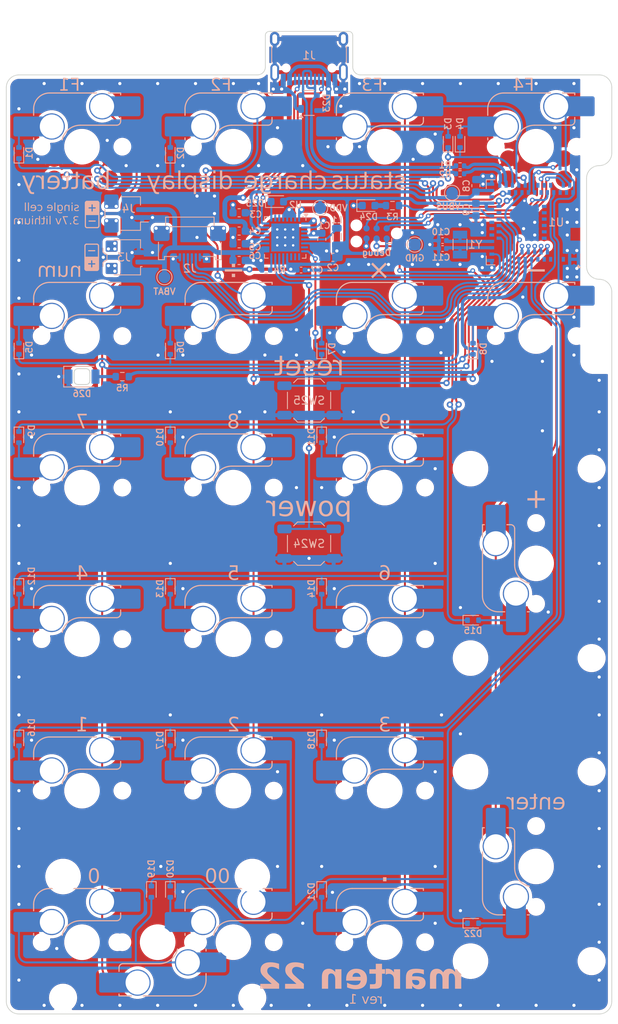
<source format=kicad_pcb>
(kicad_pcb (version 20240108) (generator "pcbnew") (generator_version "8.0")
  (title_block (title "Marten 22 Numpad") (date "2024-10-06") (rev "1"))
  (layers (0 "F.Cu" signal) (31 "B.Cu" signal) (34 "B.Paste" user) (35 "F.Paste" user) (36 "B.SilkS" user "B.Silkscreen") (37 "F.SilkS" user "F.Silkscreen") (38 "B.Mask" user) (39 "F.Mask" user) (44 "Edge.Cuts" user))
  (net 0 "")
  (net 1 "Net-(D1-A)")
  (net 2 "Net-(U1-XL2{slash}P0.01)")
  (net 3 "Net-(U1-XL1{slash}P0.00)")
  (net 4 "Net-(D4-A)")
  (net 5 "Net-(D2-A)")
  (net 6 "Net-(D3-A)")
  (net 7 "Net-(D5-A)")
  (net 8 "Net-(D6-A)")
  (net 9 "Net-(D7-A)")
  (net 10 "Net-(D8-A)")
  (net 11 "Net-(D9-A)")
  (net 12 "Net-(D10-A)")
  (net 13 "Net-(D11-A)")
  (net 14 "Net-(D12-A)")
  (net 15 "Net-(D13-A)")
  (net 16 "Net-(D14-A)")
  (net 17 "Net-(D15-A)")
  (net 18 "Net-(D16-A)")
  (net 19 "Net-(D17-A)")
  (net 20 "Net-(D18-A)")
  (net 21 "Net-(D19-A)")
  (net 22 "GND")
  (net 23 "/row1")
  (net 24 "/row2")
  (net 25 "/row3")
  (net 26 "/row4")
  (net 27 "/row5")
  (net 28 "/row6")
  (net 29 "VBUS")
  (net 30 "VDD")
  (net 31 "/SWD")
  (net 32 "/SWC")
  (net 33 "/SWO")
  (net 34 "/col1")
  (net 35 "/col2")
  (net 36 "/col3")
  (net 37 "/col4")
  (net 38 "+BATT")
  (net 39 "/DATA-")
  (net 40 "/DATA+")
  (net 41 "Net-(D20-A)")
  (net 42 "/USB Power/VSYS")
  (net 43 "Net-(D21-A)")
  (net 44 "/MOSI")
  (net 45 "/SCL")
  (net 46 "/SDA")
  (net 47 "/SCK")
  (net 48 "/USB Power/VBUS_IN")
  (net 49 "Net-(D22-A)")
  (net 50 "Net-(D25-K)")
  (net 51 "/STATUS")
  (net 52 "/CS")
  (net 53 "/D-")
  (net 54 "/D+")
  (net 55 "Net-(J1-CC1)")
  (net 57 "Net-(J1-CC2)")
  (net 59 "Net-(U2-SW2)")
  (net 60 "Net-(U2-VSET2)")
  (net 63 "/enc_a")
  (net 64 "/enc_b")
  (net 65 "/enc_a2")
  (net 66 "/enc_b2")
  (net 88 "/enc_sw")
  (net 89 "/enc_sw2")
  (net 90 "/NUMLOCK")
  (net 93 "Net-(D24-A)")
  (net 94 "/~{PMIC_INT}")
  (net 96 "Net-(D26-A)")
  (net 99 "/~{PMIC_RESET}")
  (net 100 "/~{NRF_RESET}")
  (footprint "PCM_marbastlib-mx:STAB_MX_2u" (layer "F.Cu") (at 128.575 158.58125 -90)
    (property "Reference" "H2" (hide yes))
    (property "Value" "Stab" (hide yes))
  )
  (footprint "PCM_marbastlib-mx:STAB_MX_2u" (layer "F.Cu") (at 80.95 168.10625 180)
    (property "Reference" "H3" (hide yes))
    (property "Value" "Stab" (hide yes))
  )
  (footprint "keyboard:Skyloong_Knob_Pads" (layer "F.Cu") (at 71.425 68.09375 180)
    (property "Reference" "SW30" (hide yes))
    (property "Value" "Encoder")
  )
  (footprint "keyboard:Skyloong_Knob_Pads" (layer "F.Cu") (at 128.575 68.09375 180)
    (property "Reference" "SW31" (hide yes))
    (property "Value" "Encoder")
  )
  (footprint "PCM_marbastlib-mx:SW_MX_HS_CPG151101S11_1u" (layer "B.Cu") (at 128.575 120.48125 -90)
    (property "Reference" "SW15" (hide yes))
    (property "Value" "+")
  )
  (footprint "LED_SMD:LED_0603_1608Metric" (layer "B.Cu") (at 107.5 75.5)
    (property "Reference" "D24")
    (property "Value" "BLUE")
  )
  (footprint "Diode_SMD:D_SOD-523" (layer "B.Cu") (at 120.6375 93.5 90)
    (property "Reference" "D8")
    (property "Value" "1N4148")
  )
  (footprint "Capacitor_SMD:C_0603_1608Metric" (layer "B.Cu") (at 121 73 90)
    (property "Reference" "C8")
    (property "Value" "10uF")
  )
  (footprint "TestPoint:TestPoint_Pad_D1.5mm" (layer "B.Cu") (at 101.4 75.8)
    (property "Reference" "TP2" (hide yes))
    (property "Value" "VDDH")
  )
  (footprint "PCM_marbastlib-mx:SW_MX_HS_CPG151101S11_1u" (layer "B.Cu") (at 109.525 91.90625 180)
    (property "Reference" "SW7" (hide yes))
    (property "Value" "×")
  )
  (footprint "Diode_SMD:D_SOD-523" (layer "B.Cu") (at 82.5375 93.49375 90)
    (property "Reference" "D6")
    (property "Value" "1N4148")
  )
  (footprint "Diode_SMD:D_SOD-523" (layer "B.Cu") (at 63.4875 93.49375 90)
    (property "Reference" "D5")
    (property "Value" "1N4148")
  )
  (footprint "PCM_marbastlib-mx:SW_MX_HS_CPG151101S11_1u" (layer "B.Cu") (at 128.575 91.90625 180)
    (property "Reference" "SW8" (hide yes))
    (property "Value" "−")
  )
  (footprint "PCM_marbastlib-various:SW_SPST_SKQG_WithStem" (layer "B.Cu") (at 100 118 180)
    (property "Reference" "SW24")
    (property "Value" "Alps SKQG")
  )
  (footprint "Diode_SMD:D_SOD-523" (layer "B.Cu") (at 120.6375 127.625)
    (property "Reference" "D15")
    (property "Value" "1N4148")
  )
  (footprint "PCM_marbastlib-mx:SW_MX_HS_CPG151101S11_1u" (layer "B.Cu") (at 109.525 168.10625 180)
    (property "Reference" "SW22" (hide yes))
    (property "Value" ".")
  )
  (footprint "Diode_SMD:D_SOD-523" (layer "B.Cu") (at 82.5375 123.65625 -90)
    (property "Reference" "D13")
    (property "Value" "1N4148")
  )
  (footprint "Capacitor_SMD:C_0603_1608Metric" (layer "B.Cu") (at 91.2 78.7)
    (property "Reference" "C4")
    (property "Value" "1uF")
  )
  (footprint "PCM_marbastlib-mx:SW_MX_HS_CPG151101S11_1u" (layer "B.Cu") (at 109.525 68.09375 180)
    (property "Reference" "SW3" (hide yes))
    (property "Value" "F3")
  )
  (footprint "Diode_SMD:D_SOD-523" (layer "B.Cu") (at 63.4875 104.60625 -90)
    (property "Reference" "D9")
    (property "Value" "1N4148")
  )
  (footprint "PCM_marbastlib-mx:SW_MX_HS_CPG151101S11_1u" (layer "B.Cu") (at 71.425 91.90625 180)
    (property "Reference" "SW5" (hide yes))
    (property "Value" "num")
  )
  (footprint "Capacitor_SMD:C_0603_1608Metric" (layer "B.Cu") (at 91.2 82.4 180)
    (property "Reference" "C6")
    (property "Value" "2.2uF")
  )
  (footprint "LED_SMD:LED_0603_1608Metric" (layer "B.Cu") (at 96 75)
    (property "Reference" "D25")
    (property "Value" "RED")
  )
  (footprint "TestPoint:TestPoint_Pad_D1.5mm" (layer "B.Cu") (at 118 73.9 180)
    (property "Reference" "TP1" (hide yes))
    (property "Value" "VBUS")
  )
  (footprint "keyboard:Molex_5051100692_1x06_P0.5mm_Anchor" (layer "B.Cu") (at 85 80)
    (property "Reference" "J2")
    (property "Value" "Molex-505110")
  )
  (footprint "PCM_marbastlib-mx:SW_MX_HS_CPG151101S11_1u" (layer "B.Cu") (at 71.425 68.09375 180)
    (property "Reference" "SW1" (hide yes))
    (property "Value" "F1")
  )
  (footprint "keyboard:JST_SH_SM02B-SRSS-TB_1x02-1MP_P1.00mm_Horizontal_Anchor" (layer "B.Cu") (at 77 76.5 90)
    (property "Reference" "J4")
    (property "Value" "JST-SH")
  )
  (footprint "TestPoint:TestPoint_Pad_D1.5mm" (layer "B.Cu") (at 81.8 84.5 180)
    (property "Reference" "TP4" (hide yes))
    (property "Value" "VBAT")
  )
  (footprint "Diode_SMD:D_SOD-523" (layer "B.Cu") (at 82.5375 68.8875 90)
    (property "Reference" "D2")
    (property "Value" "1N4148")
  )
  (footprint "Resistor_SMD:R_0402_1005Metric" (layer "B.Cu") (at 119 70.5)
    (property "Reference" "R1")
    (property "Value" "27R")
  )
  (footprint "PCM_marbastlib-mx:SW_MX_HS_CPG151101S11_1u" (layer "B.Cu") (at 80.95 168.10625)
    (property "Reference" "SW19" (hide yes))
    (property "Value" "0" (hide yes))
  )
  (footprint "Diode_SMD:D_SOD-523" (layer "B.Cu") (at 117.5 67.5 90)
    (property "Reference" "D3")
    (property "Value" "1N4148")
  )
  (footprint "PCM_marbastlib-mx:SW_MX_HS_CPG151101S11_1u" (layer "B.Cu") (at 90.475 130.00625 180)
    (property "Reference" "SW13" (hide yes))
    (property "Value" "5")
  )
  (footprint "keyboard:USB_C_Receptacle_HRO_TYPE-C-31-M-12" (layer "B.Cu") (at 100 55.6)
    (property "Reference" "J1")
    (property "Value" "HRO_TYPE-C-31-M-12")
  )
  (footprint "PCM_marbastlib-various:SW_SPST_SKQG_WithStem" (layer "B.Cu") (at 100 100 180)
    (property "Reference" "SW25")
    (property "Value" "Alps SKQG")
  )
  (footprint "PCM_marbastlib-mx:STAB_MX_2u" (layer "B.Cu") (at 128.575 120.48125 90)
    (property "Reference" "H1" (hide yes))
    (property "Value" "Stab" (hide yes))
  )
  (footprint "PCM_marbastlib-mx:SW_MX_HS_CPG151101S11_1u" (layer "B.Cu") (at 90.475 168.10625 180)
    (property "Reference" "SW21" (hide yes))
    (property "Value" "00")
  )
  (footprint "Diode_SMD:D_SOD-523" (layer "B.Cu") (at 82.5375 142.70625 -90)
    (property "Reference" "D17")
    (property "Value" "1N4148")
  )
  (footprint "Diode_SMD:D_SOD-523" (layer "B.Cu") (at 63.4875 123.65625 -90)
    (property "Reference" "D12")
    (property "Value" "1N4148")
  )
  (footprint "Diode_SMD:D_SOD-523" (layer "B.Cu") (at 119 67.5 90)
    (property "Reference" "D4")
    (property "Value" "1N4148")
  )
  (footprint "Capacitor_SMD:C_0402_1005Metric" (layer "B.Cu") (at 116.8 79.9)
    (property "Reference" "C10")
    (property "Value" "12pF")
  )
  (footprint "PCM_marbastlib-mx:SW_MX_HS_CPG151101S11_1u" (layer "B.Cu") (at 90.475 149.05625 180)
    (property "Reference" "SW17" (hide yes))
    (property "Value" "2")
  )
  (footprint "Capacitor_SMD:C_0603_1608Metric" (layer "B.Cu") (at 103 82)
    (property "Reference" "C2")
    (property "Value" "10uF")
  )
  (footprint "Diode_SMD:D_SOD-523" (layer "B.Cu") (at 101.5875 161.75625 -90)
    (property "Reference" "D21")
    (property "Value" "1N4148")
  )
  (footprint "Capacitor_SMD:C_0603_1608Metric" (layer "B.Cu") (at 121 76 -90)
    (property "Reference" "C9")
    (property "Value" "10uF")
  )
  (footprint "PCM_marbastlib-mx:SW_MX_HS_CPG151101S11_1u" (layer "B.Cu") (at 128.575 158.58125 -90)
    (property "Reference" "SW23" (hide yes))
    (property "Value" "enter")
  )
  (footprint "Capacitor_SMD:C_0603_1608Metric" (layer "B.Cu") (at 101.6 79.75 90)
    (property "Reference" "C1")
    (property "Value" "10uF")
  )
  (footprint "Diode_SMD:D_SOD-523" (layer "B.Cu") (at 82.5375 161.75625 -90)
    (property "Reference" "D20")
    (property "Value" "1N4148")
  )
  (footprint "PCM_marbastlib-mx:SW_MX_HS_CPG151101S11_1u" (layer "B.Cu") (at 128.575 68.09375 180)
    (property "Reference" "SW4" (hide yes))
    (property "Value" "F4")
  )
  (footprint "Diode_SMD:D_SOD-523" (layer "B.Cu") (at 120.6375 165.725)
    (property "Reference" "D22")
    (property "Value" "1N4148")
  )
  (footprint "Diode_SMD:D_SOD-523" (layer "B.Cu") (at 82.5375 104.60625 -90)
    (property "Reference" "D10")
    (property "Value" "1N4148")
  )
  (footprint "Diode_SMD:D_SOD-523" (layer "B.Cu") (at 101.5875 104.60625 -90)
    (property "Reference" "D11")
    (property "Value" "1N4148")
  )
  (footprint "PCM_marbastlib-mx:SW_MX_HS_CPG151101S11_1u" (layer "B.Cu") (at 90.475 110.95625 180)
    (property "Reference" "SW10" (hide yes))
    (property "Value" "8")
  )
  (footprint "keyboard:Crystal_SMD_3215-2Pin_3.2x1.5mm" (layer "B.Cu") (at 119 80.4 -90)
    (property "Reference" "Y1")
    (property "Value" "32.768kHz")
  )
  (footprint "PCM_marbastlib-mx:SW_MX_HS_CPG151101S11_1u" (layer "B.Cu") (at 71.425 110.95625 180)
    (property "Reference" "SW9" (hide yes))
    (property "Value" "7")
  )
  (footprint "PCM_marbastlib-mx:SW_MX_HS_CPG151101S11_1u" (layer "B.Cu") (at 109.525 130.00625 180)
    (property "Reference" "SW14" (hide yes))
    (property "Value" "6")
  )
  (footprint "Diode_SMD:D_SOD-523" (layer "B.Cu") (at 101.5875 93.49375 90)
    (property "Reference" "D7")
    (property "Value" "1N4148")
  )
  (footprint "Diode_SMD:D_SOD-523" (layer "B.Cu") (at 101.5875 123.65625 -90)
    (property "Reference" "D14")
    (property "Value" "1N4148")
  )
  (footprint "Resistor_SMD:R_0402_1005Metric" (layer "B.Cu") (at 94.6 83.6)
    (property "Reference" "R4")
    (property "Value" "330k")
  )
  (footprint "Diode_SMD:D_SOD-523" (layer "B.Cu") (at 101.5875 142.70625 -90)
    (property "Reference" "D18")
    (property "Value" "1N4148")
  )
  (footprint "Diode_SMD:D_SOD-523" (layer "B.Cu") (at 63.4875 68.8875 90)
    (property "Reference" "D1")
    (property "Value" "1N4148")
  )
  (footprint "Diode_SMD:D_SOD-523" (layer "B.Cu") (at 63.4875 142.70625 -90)
    (property "Reference" "D16")
    (property "Value" "1N4148")
  )
  (footprint "PCM_marbastlib-mx:SW_MX_HS_CPG151101S11_1u" (layer "B.Cu") (at 90.475 68.09375 180)
    (property "Reference" "SW2" (hide yes))
    (property "Value" "F2")
  )
  (footprint "TestPoint:TestPoint_Pad_D1.5mm" (layer "B.Cu") (at 113.3 80.4 180)
    (property "Reference" "TP3" (hide yes))
    (property "Value" "GND")
  )
  (footprint "Capacitor_SMD:C_0603_1608Metric" (layer "B.Cu") (at 91.2 80.3)
    (property "Reference" "C5")
    (property "Value" "10uF")
  )
  (footprint "PCM_marbastlib-mx:SW_MX_HS_CPG151101S11_1u" (layer "B.Cu") (at 71.425 168.10625 180)
    (property "Reference" "SW20" (hide yes))
    (property "Value" "0")
  )
  (footprint "Resistor_SMD:R_0603_1608Metric" (layer "B.Cu") (at 110.5 75.5)
    (property "Reference" "R3")
    (property "Value" "1k")
  )
  (footprint "keyboard:Raytac_MDBT50Q" (layer "B.Cu") (at 130.15 77.6 90)
    (property "Reference" "U1")
    (property "Value" "MDBT50Q-P1MV2")
  )
  (footprint "Diode_SMD:D_SOD-523" (layer "B.Cu") (at 80.15625 161.75625 -90)
    (property "Reference" "D19")
    (property "Value" "1N4148")
  )
  (footprint "Capacitor_SMD:C_0603_1608Metric" (layer "B.Cu") (at 91.2 76.4)
    (property "Reference" "C3")
    (property "Value" "1uF")
  )
  (footprint "Inductor_SMD:L_0805_2012Metric" (layer "B.Cu") (at 103.5 79.4 90)
    (property "Reference" "L1")
    (property "Value" "2.2u")
  )
  (footprint "PCM_marbastlib-mx:SW_MX_HS_CPG151101S11_1u" (layer "B.Cu") (at 71.425 130.00625 180)
    (property "Reference" "SW12" (hide yes))
    (property "Value" "4")
  )
  (footprint "PCM_marbastlib-mx:SW_MX_HS_CPG151101S11_1u" (layer "B.Cu") (at 109.525 110.95625 180)
    (property "Reference" "SW11" (hide yes))
    (property "Value" "9")
  )
  (footprint "Connector:Tag-Connect_TC2030-IDC-NL_2x03_P1.27mm_Vertical" (layer "B.Cu") (at 108.5 79 180)
    (property "Reference" "J5" (hide yes))
    (property "Value" "JTAG")
  )
  (footprint "Capacitor_SMD:C_0402_1005Metric" (layer "B.Cu") (at 99 83.6 180)
    (property "Reference" "C7")
    (property "Value" "100nF")
  )
  (footprint "keyboard:Molex_Pico-EZmate_78171-0002_1x02-1MP_P1.20mm_Vertical" (layer "B.Cu") (at 76.7 82 90)
    (property "Reference" "J3")
    (property "Value" "Molex-Pico-EZMate")
  )
  (footprint "PCM_marbastlib-mx:SW_MX_HS_CPG151101S11_1u" (layer "B.Cu") (at 71.425 149.05625 180)
    (property "Reference" "SW16" (hide yes))
    (property "Value" "1")
  )
  (footprint "PCM_marbastlib-mx:SW_MX_HS_CPG151101S11_1u" (layer "B.Cu") (at 109.525 149.05625 180)
    (property "Reference" "SW18" (hide yes))
    (property "Value" "3")
  )
  (footprint "Capacitor_SMD:C_0402_1005Metric" (layer "B.Cu") (at 116.8 80.9)
    (property "Reference" "C11")
    (property "Value" "12pF")
  )
  (footprint "keyboard:QFN-32-1EP_5x5mm_P0.5mm_EP3.5x3.5mm_ThermalVias" (layer "B.Cu") (at 97 79.5 180)
    (property "Reference" "U2")
    (property "Value" "nPM1300-QEAA")
  )
  (footprint "keyboard:LED_1206_3216Metric_ReverseMount_Hole2x2mm" (layer "B.Cu") (at 71.425 97)
    (property "Reference" "D26")
    (property "Value" "WHITE")
    (fp_line (start -1 0.5) (end -1 -0.5) (stroke (width 0.12)) (layer "Edge.Cuts"))
    (fp_line (start -0.5 -1) (end 0.5 -1) (stroke (width 0.12)) (layer "Edge.Cuts"))
    (fp_line (start 0.5 1) (end -0.5 1) (stroke (width 0.12)) (layer "Edge.Cuts"))
    (fp_line (start 1 -0.5) (end 1 0.5) (stroke (width 0.12)) (layer "Edge.Cuts"))
    (fp_arc (start -1 -0.5) (mid -0.853553 -0.853553) (end -0.5 -1) (stroke (width 0.12)) (layer "Edge.Cuts"))
    (fp_arc (start -0.5 1) (mid -0.853554 0.853554) (end -1 0.5) (stroke (width 0.12)) (layer "Edge.Cuts"))
    (fp_arc (start 0.5 -1) (mid 0.853553 -0.853553) (end 1 -0.5) (stroke (width 0.12)) (layer "Edge.Cuts"))
    (fp_arc (start 1 0.5) (mid 0.853553 0.853553) (end 0.5 1) (stroke (width 0.12)) (layer "Edge.Cuts"))
  )
  (footprint "Package_TO_SOT_SMD:SOT-143" (layer "B.Cu") (at 100 62.6)
    (property "Reference" "D23")
    (property "Value" "PRTR5V0U2X")
  )
  (footprint "PCM_marbastlib-mx:SW_MX_HS_CPG151101S11_1u" (layer "B.Cu") (at 90.4875 91.90625 180)
    (property "Reference" "SW6" (hide yes))
    (property "Value" "÷")
  )
  (footprint "Resistor_SMD:R_0603_1608Metric" (layer "B.Cu") (at 76.5 97)
    (property "Reference" "R5")
    (property "Value" "510R")
  )
  (footprint "Resistor_SMD:R_0402_1005Metric" (layer "B.Cu") (at 119 71.5)
    (property "Reference" "R2")
    (property "Value" "27R")
  )
  (gr_rect (start 71.950001 75.067855) (end 73.450001 76.517855) (stroke (width 0.15)) (fill none) (layer "B.SilkS"))
  (gr_rect (start 72.050001 75.167855) (end 73.350001 76.417855) (stroke (width 0.25)) (fill none) (layer "B.SilkS"))
  (gr_arc (start 73.3 80.35) (mid 73.441421 80.408579) (end 73.5 80.55) (stroke (width 0.15)) (layer "B.SilkS"))
  (gr_arc (start 73.350001 74.967855) (mid 73.491438 75.026431) (end 73.550001 75.167855) (stroke (width 0.15)) (layer "B.SilkS"))
  (gr_line (start 71.850001 78.067855) (end 71.850001 75.167855) (stroke (width 0.15)) (layer "B.SilkS"))
  (gr_line (start 71.850001 76.617855) (end 73.550001 76.617855) (stroke (width 0.15)) (layer "B.SilkS"))
  (gr_line (start 73.5 82) (end 71.8 82) (stroke (width 0.15)) (layer "B.SilkS"))
  (gr_arc (start 72.050001 78.267855) (mid 71.908595 78.209274) (end 71.850001 78.067855) (stroke (width 0.15)) (layer "B.SilkS"))
  (gr_arc (start 73.5 83.45) (mid 73.441421 83.591421) (end 73.3 83.65) (stroke (width 0.15)) (layer "B.SilkS"))
  (gr_arc (start 71.850001 75.167855) (mid 71.908596 75.026463) (end 72.050001 74.967855) (stroke (width 0.15)) (layer "B.SilkS"))
  (gr_line (start 72.050001 74.967855) (end 73.350001 74.967855) (stroke (width 0.15)) (layer "B.SilkS"))
  (gr_arc (start 71.8 80.55) (mid 71.858579 80.408579) (end 72 80.35) (stroke (width 0.15)) (layer "B.SilkS"))
  (gr_rect (start 72 82.2) (end 73.3 83.45) (stroke (width 0.25)) (fill none) (layer "B.SilkS"))
  (gr_line (start 73.350001 78.267855) (end 72.050001 78.267855) (stroke (width 0.15)) (layer "B.SilkS"))
  (gr_line (start 73.550001 75.167855) (end 73.550001 78.067855) (stroke (width 0.15)) (layer "B.SilkS"))
  (gr_arc (start 73.550001 78.067855) (mid 73.491438 78.209306) (end 73.350001 78.267855) (stroke (width 0.15)) (layer "B.SilkS"))
  (gr_line (start 71.8 83.45) (end 71.8 80.55) (stroke (width 0.15)) (layer "B.SilkS"))
  (gr_line (start 73.5 80.55) (end 73.5 83.45) (stroke (width 0.15)) (layer "B.SilkS"))
  (gr_arc (start 72 83.65) (mid 71.858579 83.591421) (end 71.8 83.45) (stroke (width 0.15)) (layer "B.SilkS"))
  (gr_line (start 72 80.35) (end 73.3 80.35) (stroke (width 0.15)) (layer "B.SilkS"))
  (gr_rect (start 71.9 82.1) (end 73.4 83.55) (stroke (width 0.15)) (fill none) (layer "B.SilkS"))
  (gr_line (start 73.3 83.65) (end 72 83.65) (stroke (width 0.15)) (layer "B.SilkS"))
  (gr_arc (start 136.5125 59.06875) (mid 137.63505 59.533715) (end 138.1 60.65625) (stroke (width 0.1)) (layer "Edge.Cuts"))
  (gr_arc (start 94.5 54.1) (mid 94.646476 53.746476) (end 95 53.6) (stroke (width 0.1)) (layer "Edge.Cuts"))
  (gr_arc (start 61.9 60.65625) (mid 62.364986 59.53375) (end 63.4875 59.06875) (stroke (width 0.1)) (layer "Edge.Cuts"))
  (gr_arc (start 136.5125 84.7625) (mid 137.635032 85.227468) (end 138.1 86.35) (stroke (width 0.1)) (layer "Edge.Cuts"))
  (gr_arc (start 136.5125 84.7625) (mid 135.389968 84.297532) (end 134.925 83.175) (stroke (width 0.1)) (layer "Edge.Cuts"))
  (gr_line (start 61.9 175.54375) (end 61.9 60.65625) (stroke (width 0.1)) (layer "Edge.Cuts"))
  (gr_line (start 136.5125 177.13125) (end 63.4875 177.13125) (stroke (width 0.1)) (layer "Edge.Cuts"))
  (gr_line (start 106.5 59.06875) (end 136.5125 59.06875) (stroke (width 0.1)) (layer "Edge.Cuts"))
  (gr_arc (start 134.925 72.0625) (mid 135.389968 70.939968) (end 136.5125 70.475) (stroke (width 0.1)) (layer "Edge.Cuts"))
  (gr_arc (start 138.1 175.54375) (mid 137.635014 176.66625) (end 136.5125 177.13125) (stroke (width 0.1)) (layer "Edge.Cuts"))
  (gr_line (start 134.925 72.0625) (end 134.925 83.175) (stroke (width 0.1)) (layer "Edge.Cuts"))
  (gr_line (start 138.1 86.35) (end 138.1 175.54375) (stroke (width 0.1)) (layer "Edge.Cuts"))
  (gr_line (start 105.5 58.06875) (end 105.5 54.1) (stroke (width 0.1)) (layer "Edge.Cuts"))
  (gr_arc (start 105 53.6) (mid 105.353553 53.746447) (end 105.5 54.1) (stroke (width 0.1)) (layer "Edge.Cuts"))
  (gr_line (start 63.4875 59.06875) (end 93.5 59.06875) (stroke (width 0.1)) (layer "Edge.Cuts"))
  (gr_line (start 94.5 58.06875) (end 94.5 54.1) (stroke (width 0.1)) (layer "Edge.Cuts"))
  (gr_arc (start 106.5 59.06875) (mid 105.792876 58.77586) (end 105.5 58.06875) (stroke (width 0.1)) (layer "Edge.Cuts"))
  (gr_arc (start 138.1 68.8875) (mid 137.635032 70.010032) (end 136.5125 70.475) (stroke (width 0.1)) (layer "Edge.Cuts"))
  (gr_arc (start 63.4875 177.13125) (mid 62.36495 176.666285) (end 61.9 175.54375) (stroke (width 0.1)) (layer "Edge.Cuts"))
  (gr_line (start 138.1 60.65625) (end 138.1 68.8875) (stroke (width 0.1)) (layer "Edge.Cuts"))
  (gr_arc (start 94.5 58.06875) (mid 94.207118 58.775854) (end 93.5 59.06875) (stroke (width 0.1)) (layer "Edge.Cuts"))
  (gr_line (start 105 53.6) (end 95 53.6) (stroke (width 0.1)) (layer "Edge.Cuts"))
  (gr_text "-" (at 72.65 81.1 0) (layer "B.SilkS") (effects (font (size 1 1)) (justify mirror)))
  (gr_text "status" (at 107.5 72.5 0) (layer "B.SilkS") (effects (font (size 2.2 2.2) (thickness 0.3125)) (justify mirror)))
  (gr_text "display" (at 85 72.5 0) (layer "B.SilkS") (effects (font (size 2.2 2.2) (thickness 0.3125)) (justify mirror)))
  (gr_text "single cell\n3.7v lithium" (at 71.1 76.6 0) (layer "B.SilkS") (effects (font (size 1 1)) (justify left mirror)))
  (gr_text "marten 22" (at 106.5 174.5 0) (layer "B.SilkS") (effects (font (size 3.2 3.2) (thickness 0.5) (bold yes)) (justify bottom mirror)))
  (gr_text "charge" (at 97 72.5 0) (layer "B.SilkS") (effects (font (size 2.2 2.2) (thickness 0.3125)) (justify mirror)))
  (gr_text "power" (at 100 113.5 0) (layer "B.SilkS") (effects (font (size 2.5 2.5) (thickness 0.3125)) (justify mirror)))
  (gr_text "rev 1" (at 107.14375 176.04375 0) (layer "B.SilkS") (effects (font (size 1.2 1.2)) (justify bottom mirror)))
  (gr_text "-" (at 72.700001 77.517855 180) (layer "B.SilkS") (effects (font (size 1 1)) (justify mirror)))
  (gr_text "battery" (at 75.05 72.5 0) (layer "B.SilkS") (effects (font (size 2.2 2.2) (thickness 0.3125)) (justify left mirror)))
  (gr_text "reset" (at 100 95.8 0) (layer "B.SilkS") (effects (font (size 2.5 2.5) (thickness 0.3125)) (justify mirror)))
  (gr_text "+" (at 72.65 82.75 0) (layer "B.SilkS" knockout) (effects (font (size 1 1)) (justify mirror)))
  (gr_text "+" (at 72.700001 75.867855 180) (layer "B.SilkS" knockout) (effects (font (size 1 1)) (justify mirror)))
  (segment (start 63.4875 66.40625) (end 63.4875 68.1875) (width 0.25) (layer "B.Cu") (net 1))
  (segment (start 117.8 80) (end 119 80) (width 0.4) (layer "B.Cu") (net 2))
  (segment (start 117.575563 80) (end 117.8 80) (width 0.4) (layer "B.Cu") (net 2))
  (segment (start 119 80) (end 119 79.16875) (width 0.4) (layer "B.Cu") (net 2))
  (segment (start 117.8 80) (end 117.28 80) (width 0.4) (layer "B.Cu") (net 2))
  (segment (start 123 80) (end 119 80) (width 0.4) (layer "B.Cu") (net 2))
  (arc (start 117.31 79.89) (mid 117.431841 79.971411) (end 117.575563 80) (width 0.4) (layer "B.Cu") (net 2))
  (segment (start 119 80.8) (end 123 80.8) (width 0.4) (layer "B.Cu") (net 3))
  (segment (start 119 81.66875) (end 119 80.8) (width 0.4) (layer "B.Cu") (net 3))
  (segment (start 117.9 80.8) (end 117.28 80.8) (width 0.4) (layer "B.Cu") (net 3))
  (segment (start 117.575563 80.8) (end 117.9 80.8) (width 0.4) (layer "B.Cu") (net 3))
  (segment (start 117.9 80.8) (end 119 80.8) (width 0.4) (layer "B.Cu") (net 3))
  (arc (start 117.575563 80.8) (mid 117.431841 80.828588) (end 117.31 80.91) (width 0.4) (layer "B.Cu") (net 3))
  (segment (start 119.5 65.55375) (end 121.49 65.55375) (width 0.25) (layer "B.Cu") (net 4))
  (segment (start 119 65.989749) (end 119.00161 65.988139) (width 0.25) (layer "B.Cu") (net 4))
  (segment (start 119 66.8) (end 119 65.989749) (width 0.25) (layer "B.Cu") (net 4))
  (arc (start 119.00161 65.988139) (mid 119.170311 65.677827) (end 119.5 65.55375) (width 0.25) (layer "B.Cu") (net 4))
  (segment (start 82.5375 68.1875) (end 82.5375 66.40625) (width 0.25) (layer "B.Cu") (net 5))
  (segment (start 105.715 65.55375) (end 117 65.55375) (width 0.25) (layer "B.Cu") (net 6))
  (segment (start 117.5 66.05375) (end 117.5 66.8) (width 0.25) (layer "B.Cu") (net 6))
  (arc (start 117 65.55375) (mid 117.353553 65.700197) (end 117.5 66.05375) (width 0.25) (layer "B.Cu") (net 6))
  (segment (start 63.4875 92.79375) (end 63.4875 90.21875) (width 0.25) (layer "B.Cu") (net 7))
  (segment (start 82.5375 90.21875) (end 82.5375 92.79375) (width 0.25) (layer "B.Cu") (net 8))
  (segment (start 101.5875 92.79375) (end 101.5875 90.21875) (width 0.25) (layer "B.Cu") (net 9))
  (segment (start 120.6375 92.8) (end 120.6375 89.36625) (width 0.25) (layer "B.Cu") (net 10))
  (segment (start 63.4875 105.30625) (end 63.4875 108.41625) (width 0.25) (layer "B.Cu") (net 11))
  (segment (start 82.5375 105.30625) (end 82.5375 108.41625) (width 0.25) (layer "B.Cu") (net 12))
  (segment (start 101.5875 105.30625) (end 101.5875 108.41625) (width 0.25) (layer "B.Cu") (net 13))
  (segment (start 63.4875 124.35625) (end 63.4875 126.88875) (width 0.25) (layer "B.Cu") (net 14))
  (segment (start 82.5375 124.35625) (end 82.5375 126.88875) (width 0.25) (layer "B.Cu") (net 15))
  (segment (start 101.5875 124.35625) (end 101.5875 126.88875) (width 0.25) (layer "B.Cu") (net 16))
  (segment (start 121.3375 127.625) (end 125.97625 127.625) (width 0.25) (layer "B.Cu") (net 17))
  (segment (start 63.4875 145.93875) (end 63.4875 143.40625) (width 0.25) (layer "B.Cu") (net 18))
  (segment (start 82.5375 143.40625) (end 82.5375 146.51625) (width 0.25) (layer "B.Cu") (net 19))
  (segment (start 101.5875 143.40625) (end 101.5875 146.51625) (width 0.25) (layer "B.Cu") (net 20))
  (segment (start 78.2 167.114214) (end 78.2 170.64625) (width 0.25) (layer "B.Cu") (net 21))
  (segment (start 78.2 170.64625) (end 64.4875 170.64625) (width 0.25) (layer "B.Cu") (net 21))
  (segment (start 63.4875 169.64625) (end 63.4875 166.14375) (width 0.25) (layer "B.Cu") (net 21))
  (segment (start 84.76 170.64625) (end 78.2 170.64625) (width 0.25) (layer "B.Cu") (net 21))
  (segment (start 80.15625 162.45625) (end 80.15625 164.329536) (width 0.25) (layer "B.Cu") (net 21))
  (segment (start 79.863357 165.036643) (end 78.492893 166.407107) (width 0.25) (layer "B.Cu") (net 21))
  (arc (start 78.492893 166.407107) (mid 78.27612 166.731531) (end 78.2 167.114214) (width 0.25) (layer "B.Cu") (net 21))
  (arc (start 64.4875 170.64625) (mid 63.780393 170.353357) (end 63.4875 169.64625) (width 0.25) (layer "B.Cu") (net 21))
  (arc (start 80.15625 164.329536) (mid 80.08013 164.71222) (end 79.863357 165.036643) (width 0.25) (layer "B.Cu") (net 21))
  (segment (start 103.35 60.95) (end 103.35 61.25) (width 0.4) (layer "F.Cu") (net 22))
  (segment (start 103.35 61.25) (end 103.35 60.1) (width 0.4) (layer "F.Cu") (net 22))
  (segment (start 103.975 60.85) (end 103.975 62.15) (width 0.6) (layer "F.Cu") (net 22))
  (segment (start 94.65 61) (end 94.65 61.35) (width 0.3) (layer "F.Cu") (net 22))
  (segment (start 135.71875 97.4625) (end 136.5125 97.4625) (width 1.5874) (layer "F.Cu") (net 22))
  (segment (start 104.8 61.9) (end 104.5 61.9) (width 0.3) (layer "F.Cu") (net 22))
  (segment (start 103.45 60.85) (end 103.35 60.95) (width 0.4) (layer "F.Cu") (net 22))
  (segment (start 105.35 61) (end 105.35 61.35) (width 0.3) (layer "F.Cu") (net 22))
  (segment (start 95.2 61.9) (end 95.5 61.9) (width 0.3) (layer "F.Cu") (net 22))
  (via (at 99.20625 165.725) (size 0.8) (drill 0.4) (layers "F.Cu" "B.Cu") (net 22))
  (via (at 93.65 70.475) (size 0.8) (drill 0.4) (layers "F.Cu" "B.Cu") (net 22))
  (via (at 94.44375 94.2875) (size 0.8) (drill 0.4) (layers "F.Cu" "B.Cu") (net 22))
  (via (at 77.725 81.4) (size 0.8) (drill 0.4) (layers "F.Cu" "B.Cu") (net 22))
  (via (at 65.075 123.65625) (size 0.8) (drill 0.4) (layers "F.Cu" "B.Cu") (net 22))
  (via (at 63.4875 77.61875) (size 0.8) (drill 0.4) (layers "F.Cu" "B.Cu") (net 22))
  (via (at 101.5875 139.53125) (size 0.8) (drill 0.4) (layers "F.Cu" "B.Cu") (net 22))
  (via (at 77.7 77) (size 0.8) (drill 0.4) (layers "F.Cu" "B.Cu") (net 22))
  (via (at 98.4125 94.2875) (size 0.8) (drill 0.4) (layers "F.Cu" "B.Cu") (net 22))
  (via (at 96.03125 146.675) (size 0.8) (drill 0.4) (layers "F.Cu" "B.Cu") (net 22))
  (via (at 136.5125 172.86875) (size 0.8) (drill 0.4) (layers "F.Cu" "B.Cu") (net 22))
  (via (at 106.35 68.09375) (size 0.8) (drill 0.4) (layers "F.Cu" "B.Cu") (net 22))
  (via (at 136.5125 106.19375) (size 0.8) (drill 0.4) (layers "F.Cu" "B.Cu") (net 22))
  (via (at 96.03125 158.58125) (size 0.8) (drill 0.4) (layers "F.Cu" "B.Cu") (net 22))
  (via (at 103.175 104.60625) (size 0.8) (drill 0.4) (layers "F.Cu" "B.Cu") (net 22))
  (via (at 85.9 79.5) (size 0.8) (drill 0.4) (layers "F.Cu" "B.Cu") (net 22))
  (via (at 88.1 74.3) (size 0.8) (drill 0.4) (layers "F.Cu" "B.Cu") (net 22))
  (via (at 104.4 93.9) (size 0.8) (drill 0.4) (layers "F.Cu" "B.Cu") (net 22))
  (via (at 136.5125 144.29375) (size 0.8) (drill 0.4) (layers "F.Cu" "B.Cu") (net 22))
  (via (at 130.95625 65.7125) (size 0.8) (drill 0.4) (layers "F.Cu" "B.Cu") (net 22))
  (via (at 63.4875 163.34375) (size 0.8) (drill 0.4) (layers "F.Cu" "B.Cu") (net 22))
  (via (at 133.7 84.46875) (size 0.8) (drill 0.4) (layers "F.Cu" "B.Cu") (net 22))
  (via (at 128.4 77.6) (size 0.8) (drill 0.4) (layers "F.Cu" "B.Cu") (net 22))
  (via (at 136.5125 163.34375) (size 0.8) (drill 0.4) (layers "F.Cu" "B.Cu") (net 22))
  (via (at 133.7 71) (size 0.8) (drill 0.4) (layers "F.Cu" "B.Cu") (net 22))
  (via (at 80.95 176.04375) (size 0.8) (drill 0.4) (layers "F.Cu" "B.Cu") (net 22))
  (via (at 136.5125 153.81875) (size 0.8) (drill 0.4) (layers "F.Cu" "B.Cu") (net 22))
  (via (at 63.4875 63.33125) (size 0.8) (drill 0.4) (layers "F.Cu" "B.Cu") (net 22))
  (via (at 63.4875 172.86875) (size 0.8) (drill 0.4) (layers "F.Cu" "B.Cu") (net 22))
  (via (at 136.5125 101.43125) (size 0.8) (drill 0.4) (layers "F.Cu" "B.Cu") (net 22))
  (via (at 82.5375 139.53125) (size 0.8) (drill 0.4) (layers "F.Cu" "B.Cu") (net 22))
  (via (at 116.2 82.9) (size 0.8) (drill 0.4) (layers "F.Cu" "B.Cu") (net 22))
  (via (at 90.425 75.4) (size 0.8) (drill 0.4) (layers "F.Cu" "B.Cu") (net 22))
  (via (at 133.7 81.15) (size 0.8) (drill 0.4) (layers "F.Cu" "B.Cu") (net 22))
  (via (at 84.125 94.2875) (size 0.8) (drill 0.4) (layers "F.Cu" "B.Cu") (net 22))
  (via (at 73.9 76.5) (size 0.8) (drill 0.4) (layers "F.Cu" "B.Cu") (net 22))
  (via (at 80.95 70.475) (size 0.8) (drill 0.4) (layers "F.Cu" "B.Cu") (net 22))
  (via (at 76.1875 176.04375) (size 0.8) (drill 0.4) (layers "F.Cu" "B.Cu") (net 22))
  (via (at 97.5 76) (size 0.8) (drill 0.4) (layers "F.Cu" "B.Cu") (net 22))
  (via (at 133.7 83.4) (size 0.8) (drill 0.4) (layers "F.Cu" "B.Cu") (net 22))
  (via (at 132.5 76) (size 0.8) (drill 0.4) (layers "F.Cu" "B.Cu") (net 22))
  (via (at 66.6625 60.15625) (size 0.8) (drill 0.4) (layers "F.Cu" "B.Cu") (net 22))
  (via (at 102.6 91.5) (size 0.8) (drill 0.4) (layers "F.Cu" "B.Cu") (net 22))
  (via (at 113.096875 69.68125) (size 0.8) (drill 0.4) (layers "F.Cu" "B.Cu") (net 22))
  (via (at 109.525 176.04375) (size 0.8) (drill 0.4) (layers "F.Cu" "B.Cu") (net 22))
  (via (at 65.86875 69.68125) (size 0.8) (drill 0.4) (layers "F.Cu" "B.Cu") (net 22))
  (via (at 133.3375 89.525) (size 0.8) (drill 0.4) (layers "F.Cu" "B.Cu") (net 22))
  (via (at 123.8125 176.04375) (size 0.8) (drill 0.4) (layers "F.Cu" "B.Cu") (net 22))
  (via (at 129.36875 103.8125) (size 0.8) (drill 0.4) (layers "F.Cu" "B.Cu") (net 22))
  (via (at 96.03125 65.7125) (size 0.8) (drill 0.4) (layers "F.Cu" "B.Cu") (net 22))
  (via (at 136.5125 115.71875) (size 0.8) (drill 0.4) (layers "F.Cu" "B.Cu") (net 22))
  (via (at 63.4875 96.66875) (size 0.8) (drill 0.4) (layers "F.Cu" "B.Cu") (net 22))
  (via (at 84.125 70.475) (size 0.8) (drill 0.4) (layers "F.Cu" "B.Cu") (net 22))
  (via (at 106.35 60.15625) (size 0.8) (drill 0.4) (layers "F.Cu" "B.Cu") (net 22))
  (via (at 63.4875 110.95625) (size 0.8) (drill 0.4) (layers "F.Cu" "B.Cu") (net 22))
  (via (at 104 63) (size 0.8) (drill 0.4) (layers "F.Cu" "B.Cu") (net 22))
  (via (at 116.66875 139.53125) (size 0.8) (drill 0.4) (layers "F.Cu" "B.Cu") (net 22))
  (via (at 90.475 60.15625) (size 0.8) (drill 0.4) (layers "F.Cu" "B.Cu") (net 22))
  (via (at 81.346875 158.58125) (size 0.8) (drill 0.4) (layers "F.Cu" "B.Cu") (net 22))
  (via (at 105.6 75.5) (size 0.8) (drill 0.4) (layers "F.Cu" "B.Cu") (net 22))
  (via (at 85.7125 176.04375) (size 0.8) (drill 0.4) (layers "F.Cu" "B.Cu") (net 22))
  (via (at 119 82.9) (size 0.8) (drill 0.4) (layers "F.Cu" "B.Cu") (net 22))
  (via (at 80.95 60.15625) (size 0.8) (drill 0.4) (layers "F.Cu" "B.Cu") (net 22))
  (via (at 84.125 104.60625) (size 0.8) (drill 0.4) (layers "F.Cu" "B.Cu") (net 22))
  (via (at 107.5 82.9) (size 0.8) (drill 0.4) (layers "F.Cu" "B.Cu") (net 22))
  (via (at 88.1 76.5) (size 0.8) (drill 0.4) (layers "F.Cu" "B.Cu") (net 22))
  (via (at 121.9 72.8) (size 0.8) (drill 0.4) (layers "F.Cu" "B.Cu") (net 22))
  (via (at 116.2 77.9) (size 0.8) (drill 0.4) (layers "F.Cu" "B.Cu") (net 22))
  (via (at 101.8 77.4) (size 0.8) (drill 0.4) (layers "F.Cu" "B.Cu") (net 22))
  (via (at 119.05 126.0375) (size 0.8) (drill 0.4) (layers "F.Cu" "B.Cu") (net 22))
  (via (at 103.175 123.65625) (size 0.8) (drill 0.4) (layers "F.Cu" "B.Cu") (net 22))
  (via (at 76.98125 70.475) (size 0.8) (drill 0.4) (layers "F.Cu" "B.Cu") (net 22))
  (via (at 87.1 82.2) (size 0.8) (drill 0.4) (layers "F.Cu" "B.Cu") (net 22))
  (via (at 128.575 176.04375) (size 0.8) (drill 0.4) (layers "F.Cu" "B.Cu") (net 22))
  (via (at 68.25 168.9) (size 0.8) (drill 0.4) (layers "F.Cu" "B.Cu") (net 22))
  (via (at 63.4875 120.48125) (size 0.8) (drill 0.4) (layers "F.Cu" "B.Cu") (net 22))
  (via (at 115.875 66.50625) (size 0.8) (drill 0.4) (layers "F.Cu" "B.Cu") (net 22))
  (via (at 63.4875 134.76875) (size 0.8) (drill 0.4) (layers "F.Cu" "B.Cu") (net 22))
  (via (at 95.2375 176.04375) (size 0.8) (drill 0.4) (layers "F.Cu" "B.Cu") (net 22))
  (via (at 93 82.4) (size 0.8) (drill 0.4) (layers "F.Cu" "B.Cu") (net 22))
  (via (at 136.5125 125.24375) (size 0.8) (drill 0.4) (layers "F.Cu" "B.Cu") (net 22))
  (via (at 81 94.3) (size 0.8) (drill 0.4) (layers "F.Cu" "B.Cu") (net 22))
  (via (at 127.1 74.9) (size 0.6) (drill 0.3) (layers "F.Cu" "B.Cu") (net 22))
  (via (at 63.4875 130.00625) (size 0.8) (drill 0.4) (layers "F.Cu" "B.Cu") (net 22))
  (via (at 123.8125 60.15625) (size 0.8) (drill 0.4) (layers "F.Cu" "B.Cu") (net 22))
  (via (at 82.5375 120.48125) (size 0.8) (drill 0.4) (layers "F.Cu" "B.Cu") (net 22))
  (via (at 128.575 60.15625) (size 0.8) (drill 0.4) (layers "F.Cu" "B.Cu") (net 22))
  (via (at 84.125 123.65625) (size 0.8) (drill 0.4) (layers "F.Cu" "B.Cu") (net 22))
  (via (at 113 82.9) (size 0.8) (drill 0.4) (layers "F.Cu" "B.Cu") (net 22))
  (via (at 132.5 79.2) (size 0.8) (drill 0.4) (layers "F.Cu" "B.Cu") (net 22))
  (via (at 93.95 82.4) (size 0.8) (drill 0.4) (layers "F.Cu" "B.Cu") (net 22))
  (via (at 123.01875 95.08125) (size 0.8) (drill 0.4) (layers "F.Cu" "B.Cu") (net 22))
  (via (at 132.5 83.4) (size 0.8) (drill 0.4) (layers "F.Cu" "B.Cu") (net 22))
  (via (at 132.5 84.46875) (size 0.8) (drill 0.4) (layers "F.Cu" "B.Cu") (net 22))
  (via (at 90.425 79.5) (size 0.8) (drill 0.4) (layers "F.Cu" "B.Cu") (net 22))
  (via (at 63.4875 87.14375) (size 0.8) (drill 0.4) (layers "F.Cu" "B.Cu") (net 22))
  (via (at 85.7125 60.15625) (size 0.8) (drill 0.4) (layers "F.Cu" "B.Cu") (net 22))
  (via (at 136.5125 130.00625) (size 0.8) (drill 0.4) (layers "F.Cu" "B.Cu") (net 22))
  (via (at 102.944725 161.839986) (size 0.8) (drill 0.4) (layers "F.Cu" "B.Cu") (net 22))
  (via (at 63.4875 139.53125) (size 0.8) (drill 0.4) (layers "F.Cu" "B.Cu") (net 22))
  (via (at 98.4125 91.1125) (size 0.8) (drill 0.4) (layers "F.Cu" "B.Cu") (net 22))
  (via (at 65.075 104.60625) (size 0.8) (drill 0.4) (layers "F.Cu" "B.Cu") (net 22))
  (via (at 66.6625 176.04375) (size 0.8) (drill 0.4) (layers "F.Cu" "B.Cu") (net 22))
  (via (at 136.5125 120.48125) (size 0.8) (drill 0.4) (layers "F.Cu" "B.Cu") (net 22))
  (via (at 133.3375 176.04375) (size 0.8) (drill 0.4) (layers "F.Cu" "B.Cu") (net 22))
  (via (at 133.7 76) (size 0.8) (drill 0.4) (layers "F.Cu" "B.Cu") (net 22))
  (via (at 123 83.3) (size 0.8) (drill 0.4) (layers "F.Cu" "B.Cu") (net 22))
  (via (at 84.125 161.75625) (size 0.8) (drill 0.4) (layers "F.Cu" "B.Cu") (net 22))
  (via (at 136.5125 97.4625) (size 0.8) (drill 0.4) (layers "F.Cu" "B.Cu") (net 22))
  (via (at 105 82.9) (size 0.8) (drill 0.4) (layers "F.Cu" "B.Cu") (net 22))
  (via (at 115.875 158.58125) (size 0.8) (drill 0.4) (layers "F.Cu" "B.Cu") (net 22))
  (via (at 116.6 90.8) (size 0.8) (drill 0.4) (layers "F.Cu" "B.Cu") (net 22))
  (via (at 74.6 67.3) (size 0.8) (drill 0.4) (layers "F.Cu" "B.Cu") (net 22))
  (via (at 96.55 60.851258) (size 0.8) (drill 0.4) (layers "F.Cu" "B.Cu") (net 22))
  (via (at 105.55625 101.43125) (size 0.8) (drill 0.4) (layers "F.Cu" "B.Cu") (net 22))
  (via (at 129.36875 95.08125) (size 0.8) (drill 0.4) (layers "F.Cu" "B.Cu") (net 22))
  (via (at 130.1 126.6) (size 0.8) (drill 0.4) (layers "F.Cu" "B.Cu") (net 22))
  (via (at 100 119.85) (size 0.8) (drill 0.4) (layers "F.Cu" "B.Cu") (net 22))
  (via (at 71.425 176.04375) (size 0.8) (drill 0.4) (layers "F.Cu" "B.Cu") (net 22))
  (via (at 115.875 108.575) (size 0.8) (drill 0.4) (layers "F.Cu" "B.Cu") (net 22))
  (via (at 104.7625 176.04375) (size 0.8) (drill 0.4) (layers "F.Cu" "B.Cu") (net 22))
  (via (at 119.05 141.9125) (size 0.8) (drill 0.4) (layers "F.Cu" "B.Cu") (net 22))
  (via (at 80.3 81.4) (size 0.8) (drill 0.4) (layers "F.Cu" "B.Cu") (net 22))
  (via (at 119.05 176.04375) (size 0.8) (drill 0.4) (layers "F.Cu" "B.Cu") (net 22))
  (via (at 63.4875 149.05625) (size 0.8) (drill 0.4) (layers "F.Cu" "B.Cu") (net 22))
  (via (at 102.38125 68.09375) (size 0.8) (drill 0.4) (layers "F.Cu" "B.Cu") (net 22))
  (via (at 85.9 74.3) (size 0.8) (drill 0.4) (layers "F.Cu" "B.Cu") (net 22))
  (via (at 136.5125 110.95625) (size 0.8) (drill 0.4) (layers "F.Cu" "B.Cu") (net 22))
  (via (at 128.4 79.2) (size 0.8) (drill 0.4) (layers "F.Cu" "B.Cu") (net 22))
  (via (at 121.9 71.8) (size 0.8) (drill 0.4) (layers "F.Cu" "B.Cu") (net 22))
  (via (at 115.875 120.48125) (size 0.8) (drill 0.4) (layers "F.Cu" "B.Cu") (net 22))
  (via (at 110 82.9) (size 0.8) (drill 0.4) (layers "F.Cu" "B.Cu") (net 22))
  (via (at 121.8 78.9) (size 0.8) (drill 0.4) (layers "F.Cu" "B.Cu") (net 22))
  (via (at 126.9 87) (size 0.8) (drill 0.4) (layers "F.Cu" "B.Cu") (net 22))
  (via (at 121.8 81.9) (size 0.8) (drill 0.4) (layers "F.Cu" "B.Cu") (net 22))
  (via (at 136.5125 134.76875) (size 0.8) (drill 0.4) (layers "F.Cu" "B.Cu") (net 22))
  (via (at 136.5125 168.10625) (size 0.8) (drill 0.4) (layers "F.Cu" "B.Cu") (net 22))
  (via (at 119 77.9) (size 0.8) (drill 0.4) (layers "F.Cu" "B.Cu") (net 22))
  (via (at 132.5 77.6) (size 0.8) (drill 0.4) (layers "F.Cu" "B.Cu") (net 22))
  (via (at 98.4125 110.95625) (size 0.8) (drill 0.4) (layers "F.Cu" "B.Cu") (net 22))
  (via (at 74.1 82) (size 0.8) (drill 0.4) (layers "F.Cu" "B.Cu") (net 22))
  (via (at 114.2875 60.15625) (size 0.8) (drill 0.4) (layers "F.Cu" "B.Cu") (net 22))
  (via (at 68.5 97) (size 0.8) (drill 0.4) (layers "F.Cu" "B.Cu") (net 22))
  (via (at 132.5 81.15) (size 0.8) (drill 0.4) (layers "F.Cu" "B.Cu") (net 22))
  (via (at 82.5375 101.43125) (size 0.8) (drill 0.4) (layers "F.Cu" "B.Cu") (net 22))
  (via (at 121.8 77.9) (size 0.8) (drill 0.4) (layers "F.Cu" "B.Cu") (net 22))
  (via (at 114.2875 176.04375) (size 0.8) (drill 0.4) (layers "F.Cu" "B.Cu") (net 22))
  (via (at 133.3375 60.15625) (size 0.8) (drill 0.4) (layers "F.Cu" "B.Cu") (net 22))
  (via (at 115.2 80.4) (size 0.8) (drill 0.4) (layers "F.Cu" "B.Cu") (net 22))
  (via (at 63.4875 72.85625) (size 0.8) (drill 0.4) (layers "F.Cu" "B.Cu") (net 22))
  (via (at 63.4875 101.43125) (size 0.8) (drill 0.4) (layers "F.Cu" "B.Cu") (net 22))
  (via (at 119.05 164.1375) (size 0.8) (drill 0.4) (layers "F.Cu" "B.Cu") (net 22))
  (via (at 103.175 142.70625) (size 0.8) (drill 0.4) (layers "F.Cu" "B.Cu") (net 22))
  (via (at 101.5875 158.58125) (size 0.8) (drill 0.4) (layers "F.Cu" "B.Cu") (net 22))
  (via (at 121.8 83.3) (size 0.8) (drill 0.4) (layers "F.Cu" "B.Cu") (net 22))
  (via (at 63.4875 153.81875) (size 0.8) (drill 0.4) (layers "F.Cu" "B.Cu") (net 22))
  (via (at 102.2 81.2) (size 0.8) (drill 0.4) (layers "F.Cu" "B.Cu") (net 22))
  (via (at 116.6 94) (size 0.8) (drill 0.4) (layers "F.Cu" "B.Cu") (net 22))
  (via (at 133.3375 94.2875) (size 0.8) (drill 0.4) (layers "F.Cu" "B.Cu") (net 22))
  (via (at 99.95 83.6) (size 0.6) (drill 0.3) (layers "F.Cu" "B.Cu") (net 22))
  (via (at 71.425 60.15625) (size 0.8) (drill 0.4) (layers "F.Cu" "B.Cu") (net 22))
  (via (at 94.44375 101.43125) (size 0.8) (drill 0.4) (layers "F.Cu" "B.Cu") (net 22))
  (via (at 113 78.9) (size 0.8) (drill 0.4) (layers "F.Cu" "B.Cu") (net 22))
  (via (at 100 176.04375) (size 0.8) (drill 0.4) (layers "F.Cu" "B.Cu") (net 22))
  (via (at 65.075 94.2875) (size 0.8) (drill 0.4) (layers "F.Cu" "B.Cu") (net 22))
  (via (at 123 71.8) (size 0.8) (drill 0.4) (layers "F.Cu" "B.Cu") (net 22))
  (via (at 99.20625 70.475) (size 0.8) (drill 0.4) (layers "F.Cu" "B.Cu") (net 22))
  (via (at 136.5125 158.58125) (size 0.8) (drill 0.4) (layers "F.Cu" "B.Cu") (net 22))
  (via (at 133.7 77.6) (size 0.8) (drill 0.4) (layers "F.Cu" "B.Cu") (net 22))
  (via (at 119.05 60.15625) (size 0.8) (drill 0.4) (layers "F.Cu" "B.Cu") (net 22))
  (via (at 133.3375 65.7125) (size 0.8) (drill 0.4) (layers "F.Cu" "B.Cu") (net 22))
  (via (at 93.65 60.15625) (size 0.8) (drill 0.4) (layers "F.Cu" "B.Cu") (net 22))
  (via (at 136.5125 149.05625) (size 0.8) (drill 0.4) (layers "F.Cu" "B.Cu") (net 22))
  (via (at 63.4875 158.58125) (size 0.8) (drill 0.4) (layers "F.Cu" "B.Cu") (net 22))
  (via (at 63.4875 115.71875) (size 0.8) (drill 0.4) (layers "F.Cu" "B.Cu") (net 22))
  (via (at 90.475 176.04375) (size 0.8) (drill 0.4) (layers "F.Cu" "B.Cu") (net 22))
  (via (at 63.4875 82.38125) (size 0.8) (drill 0.4) (layers "F.Cu" "B.Cu") (net 22))
  (via (at 115.875 146.675) (size 0.8) (drill 0.4) (layers "F.Cu" "B.Cu") (net 22))
  (via (at 115.875 165.725) (size 0.8) (drill 0.4) (layers "F.Cu" "B.Cu") (net 22))
  (via (at 84.125 142.70625) (size 0.8) (drill 0.4) (layers "F.Cu" "B.Cu") (net 22))
  (via (at 101.5875 110.95625) (size 0.8) (drill 0.4) (layers "F.Cu" "B.Cu") (net 22))
  (via (at 127 78.4) (size 0.8) (drill 0.4) (layers "F.Cu" "B.Cu") (net 22))
  (via (at 91.26875 101.43125) (size 0.8) (drill 0.4) (layers "F.Cu" "B.Cu") (net 22))
  (via (at 95.5 60.85) (size 0.8) (drill 0.4) (layers "F.Cu" "B.Cu") (net 22))
  (via (at 107.2 80.6) (size 0.8) (drill 0.4) (layers "F.Cu" "B.Cu") (net 22))
  (via (at 136.5125 139.53125) (size 0.8) (drill 0.4) (layers "F.Cu" "B.Cu") (net 22))
  (via (at 109.525 60.15625) (size 0.8) (drill 0.4) (layers "F.Cu" "B.Cu") (net 22))
  (via (at 103.45 60.85) (size 0.8) (drill 0.4) (layers "F.Cu" "B.Cu") (net 22))
  (via (at 80.3 77) (size 0.8) (drill 0.4) (layers "F.Cu" "B.Cu") (net 22))
  (via (at 104.5 60.85) (size 0.8) (drill 0.4) (layers "F.Cu" "B.Cu") (net 22))
  (via (at 65.075 142.70625) (size 0.8) (drill 0.4) (layers "F.Cu" "B.Cu") (net 22))
  (via (at 76.1875 60.15625) (size 0.8) (drill 0.4) (layers "F.Cu" "B.Cu") (net 22))
  (via (at 82.9 82.2) (size 0.8) (drill 0.4) (layers "F.Cu" "B.Cu") (net 22))
  (arc (start 94.65 61.35) (mid 94.811091 61.738909) (end 95.2 61.9) (width 0.3) (layer "F.Cu") (net 22))
  (arc (start 105.35 61.35) (mid 105.188909 61.738909) (end 104.8 61.9) (width 0.3) (layer "F.Cu") (net 22))
  (arc (start 133.3375 95.08125) (mid 134.034953 96.765047) (end 135.71875 97.4625) (width 1.5874) (layer "F.Cu") (net 22))
  (segment (start 121.875 72.225) (end 121.9 72.2) (width 0.4) (layer "B.Cu") (net 22))
  (segment (start 92.642893 82.05) (end 91.975 82.05) (width 0.25) (layer "B.Cu") (net 22))
  (segment (start 99.4375 80.25) (end 100.936092 80.25) (width 0.25) (layer "B.Cu") (net 22))
  (segment (start 94.15 80.75) (end 94.02 80.88) (width 0.25) (layer "B.Cu") (net 22))
  (segment (start 82.9 82.2) (end 83.1 82) (width 0.4) (layer "B.Cu") (net 22))
  (segment (start 97.595623 61.085573) (end 98.045726 61.535676) (width 0.4) (layer "B.Cu") (net 22))
  (segment (start 103.25 59.645) (end 103.25 60.65) (width 0.4) (layer "B.Cu") (net 22))
  (segment (start 93.95 82.4) (end 93.95 83.46) (width 0.4) (layer "B.Cu") (net 22))
  (segment (start 110.5 83.4) (end 110 82.9) (width 0.4) (layer "B.Cu") (net 22))
  (segment (start 104.3 83.6) (end 110.5 83.6) (width 0.4) (layer "B.Cu") (net 22))
  (segment (start 133.9 82.25) (end 133.9 81.35) (width 0.4) (layer "B.Cu") (net 22))
  (segment (start 101.242893 77.957107) (end 101.8 77.4) (width 0.25) (layer "B.Cu") (net 22))
  (segment (start 101.6 80.6) (end 102.2 81.2) (width 0.6) (layer "B.Cu") (net 22))
  (segment (start 106.7125 75.5) (end 105.6 75.5) (width 0.6) (layer "B.Cu") (net 22))
  (segment (start 132.8 82.25) (end 132.8 83.1) (width 0.4) (layer "B.Cu") (net 22))
  (segment (start 121.9 72.2) (end 121.9 71.8) (width 0.8) (layer "B.Cu") (net 22))
  (segment (start 90.425 79.5) (end 90.425 78.7) (width 0.8) (layer "B.Cu") (net 22))
  (segment (start 133.3375 95.08125) (end 133.3375 94.2875) (width 1.5874) (layer "B.Cu") (net 22))
  (segment (start 96.9 119.85) (end 100 119.85) (width 0.8) (layer "B.Cu") (net 22))
  (segment (start 83.1 82) (end 83.7 82) (width 0.4) (layer "B.Cu") (net 22))
  (segment (start 96.598742 60.85) (end 96.598742 61.16) (width 0.4) (layer "B.Cu") (net 22))
  (segment (start 94.5625 80.75) (end 94.15 80.75) (width 0.25) (layer "B.Cu") (net 22))
  (segment (start 93.8 81.1) (end 93.8 81.25) (width 0.25) (layer "B.Cu") (net 22))
  (segment (start 132.8 81.45) (end 132.5 81.15) (width 0.4) (layer "B.Cu") (net 22))
  (segment (start 133.7 71) (end 133.915 71.215) (width 0.43) (layer "B.Cu") (net 22))
  (segment (start 133.9 83.2) (end 133.7 83.4) (width 0.4) (layer "B.Cu") (net 22))
  (segment (start 133.915 71.215) (end 133.915 74.6) (width 0.43) (layer "B.Cu") (net 22))
  (segment (start 93.8 81.25) (end 93.8 82.4) (width 0.25) (layer "B.Cu") (net 22))
  (segment (start 121 72.225) (end 121.875 72.225) (width 0.9) (layer "B.Cu") (net 22))
  (segment (start 92.25 82.75) (end 92.635786 82.75) (width 0.25) (layer "B.Cu") (net 22))
  (segment (start 93 82.4) (end 91.975 82.4) (width 0.4) (layer "B.Cu") (net 22))
  (segment (start 133.9 74.6) (end 132.5 76) (width 0.4) (layer "B.Cu") (net 22))
  (segment (start 69.725 97) (end 68.5 97) (width 0.4) (layer "B.Cu") (net 22))
  (segment (start 100 83.6) (end 99.48 83.6) (width 0.4) (layer "B.Cu") (net 22))
  (segment (start 123 72.8) (end 121.9 72.8) (width 0.4) (layer "B.Cu") (net 22))
  (segment (start 97.904365 61.394315) (end 98.045726 61.535676) (width 0.4) (layer "B.Cu") (net 22))
  (segment (start 98.24 62.004695) (end 98.24 62.95) (width 0.4) (layer "B.Cu") (net 22))
  (segment (start 96.6 60.851258) (end 96.75 60.701258) (width 0.6) (layer "B.Cu") (net 22))
  (segment (start 96.6 60.851258) (end 97.029937 60.851258) (width 0.4) (layer "B.Cu") (net 22))
  (segment (start 94.02 80.88) (end 93.8 81.1) (width 0.25) (layer "B.Cu") (net 22))
  (segment (start 79 77) (end 80.3 77) (width 0.6) (layer "B.Cu") (net 22))
  (segment (start 96.598742 60.85) (end 95.5 60.85) (width 0.8) (layer "B.Cu") (net 22))
  (segment (start 87.1 82.2) (end 86.9 82) (width 0.4) (layer "B.Cu") (net 22))
  (segment (start 96.75 60.701258) (end 96.75 59.645) (width 0.6) (layer "B.Cu") (net 22))
  (segment (start 103.45 60.85) (end 103.35 60.95) (width 0.4) (layer "B.Cu") (net 22))
  (segment (start 96.598742 61.16) (end 97.338679 61.16) (width 0.4) (layer "B.Cu") (net 22))
  (segment (start 121.9 72.8) (end 121.9 72.2) (width 0.8) (layer "B.Cu") (net 22))
  (segment (start 94.02 80.88) (end 92.996446 81.903554) (width 0.25) (layer "B.Cu") (net 22))
  (segment (start 123 82.4) (end 123 83.3) (width 0.4) (layer "B.Cu") (net 22))
  (segment (start 103.35 60.95) (end 103.35 61.25) (width 0.4) (layer "B.Cu") (net 22))
  (segment (start 93.342893 83.042893) (end 93.55 83.25) (width 0.25) (layer "B.Cu") (net 22))
  (segment (start 132.8 82.25) (end 132.8 81.45) (width 0.4) (layer "B.Cu") (net 22))
  (segment (start 98.64 63.35) (end 99 63.35) (width 0.4) (layer "B.Cu") (net 22))
  (segment (start 80.3 81.4) (end 77.725 81.4) (width 0.6) (layer "B.Cu") (net 22))
  (segment (start 94.5625 81.25) (end 93.8 81.25) (width 0.25) (layer "B.Cu") (net 22))
  (segment (start 133.915 74.6) (end 133.9 74.6) (width 0.4) (layer "B.Cu") (net 22))
  (segment (start 90.425 76.4) (end 90.425 75.4) (width 0.6) (layer "B.Cu") (net 22))
  (segment (start 100 119.85) (end 103.1 119.85) (width 0.8) (layer "B.Cu") (net 22))
  (segment (start 123 71.8) (end 123 72.8) (width 0.4) (layer "B.Cu") (net 22))
  (segment (start 107.23 79.635) (end 107.23 80.57) (width 0.4) (layer "B.Cu") (net 22))
  (segment (start 132.8 83.1) (end 132.5 83.4) (width 0.4) (layer "B.Cu") (net 22))
  (segment (start 93 82.4) (end 93.95 82.4) (width 0.4) (layer "B.Cu") (net 22))
  (segment (start 96.75 59.645) (end 96.75 60.41955) (width 0.6) (layer "B.Cu") (net 22))
  (segment (start 100 83.6) (end 104.3 83.6) (width 0.4) (layer "B.Cu") (net 22))
  (segment (start 103.45 60.85) (end 104.5 60.85) (width 0.8) (layer "B.Cu") (net 22))
  (segment (start 102.2 81.2) (end 102.2 81.975) (width 0.6) (layer "B.Cu") (net 22))
  (segment (start 100.225 80.55) (end 100.225 80.825) (width 0.25) (layer "B.Cu") (net 22))
  (segment (start 79 77) (end 77.7 77) (width 0.6) (layer "B.Cu") (net 22))
  (segment (start 86.9 82) (end 86.3 82) (width 0.4) (layer "B.Cu") (net 22))
  (segment (start 99.4375 78.25) (end 100.535786 78.25) (width 0.25) (layer "B.Cu") (net 22))
  (segment (start 110.5 83.6) (end 110.5 83.4) (width 0.4) (layer "B.Cu") (net 22))
  (segment (start 90.425 80.3) (end 90.425 79.5) (width 0.8) (layer "B.Cu") (net 22))
  (segment (start 133.9 81.35) (end 133.7 81.15) (width 0.4) (layer "B.Cu") (net 22))
  (segment (start 96.6 60.851258) (end 96.598742 60.85) (width 0.4) (layer "B.Cu") (net 22))
  (segment (start 97.595623 61.085573) (end 97.537502 61.027452) (width 0.4) (layer "B.Cu") (net 22))
  (segment (start 99.4375 80.25) (end 99.925 80.25) (width 0.25) (layer "B.Cu") (net 22))
  (segment (start 133.9 82.25) (end 133.9 83.2) (width 0.4) (layer "B.Cu") (net 22))
  (segment (start 93.95 83.46) (end 94.09 83.6) (width 0.4) (layer "B.Cu") (net 22))
  (segment (start 91.975 82.75) (end 92.25 82.75) (width 0.25) (layer "B.Cu") (net 22))
  (arc (start 97.904365 61.394315) (mid 97.644826 61.220896) (end 97.338679 61.16) (width 0.4) (layer "B.Cu") (net 22))
  (arc (start 98.24 62.95) (mid 98.357157 63.232843) (end 98.64 63.35) (width 0.4) (layer "B.Cu") (net 22))
  (arc (start 104.8 61.9) (mid 105.188909 61.738909) (end 105.35 61.35) (width 0.3) (layer "B.Cu") (net 22))
  (arc (start 97.537502 61.027452) (mid 97.176193 60.786033) (end 96.75 60.701258) (width 0.4) (layer "B.Cu") (net 22))
  (arc (start 97.029937 60.851258) (mid 97.336084 60.912155) (end 97.595623 61.085573) (width 0.4) (layer "B.Cu") (net 22))
  (arc (start 103.25 60.65) (mid 103.308579 60.791421) (end 103.45 60.85) (width 0.4) (layer "B.Cu") (net 22))
  (arc (start 98.045726 61.535676) (mid 98.18951 61.750864) (end 98.24 62.004695) (width 0.4) (layer "B.Cu") (net 22))
  (arc (start 92.642893 82.05) (mid 92.834234 82.01194) (end 92.996446 81.903554) (width 0.25) (layer "B.Cu") (net 22))
  (arc (start 100.936092 80.25) (mid 101.295396 80.32147) (end 101.6 80.525) (width 0.25) (layer "B.Cu") (net 22))
  (arc (start 135.71875 97.4625) (mid 134.034953 96.765047) (end 133.3375 95.08125) (width 1.5874) (layer "B.Cu") (net 22))
  (arc (start 100.535786 78.25) (mid 100.918469 78.17388) (end 101.242893 77.957107) (width 0.25) (layer "B.Cu") (net 22))
  (arc (start 93.342893 83.042893) (mid 93.01847 82.82612) (end 92.635786 82.75) (width 0.25) (layer "B.Cu") (net 22))
  (arc (start 100.225 80.55) (mid 100.137132 80.337868) (end 99.925 80.25) (width 0.25) (layer "B.Cu") (net 22))
  (segment (start 117.5 69.4) (end 117.5 72.0995) (width 0.25) (layer "F.Cu") (net 23))
  (via (at 117.5 69.4) (size 0.8) (drill 0.4) (layers "F.Cu" "B.Cu") (net 23))
  (via (at 117.5 72.0995) (size 0.8) (drill 0.4) (layers "F.Cu" "B.Cu") (net 23))
  (segment (start 82.5375 69.5875) (end 82.5375 71.9) (width 0.25) (layer "B.Cu") (net 23))
  (segment (start 63.4875 70.3) (end 63.4875 69.5875) (width 0.25) (layer "B.Cu") (net 23))
  (segment (start 74.957107 71.607107) (end 73.988604 70.638604) (width 0.25) (layer "B.Cu") (net 23))
  (segment (start 73.297792 70.375) (end 73.186417 70.375001) (width 0.25) (layer "B.Cu") (net 23))
  (segment (start 117 71.9) (end 117.018365 71.9) (width 0.25) (layer "B.Cu") (net 23))
  (segment (start 82.5375 71.9) (end 75.664214 71.9) (width 0.25) (layer "B.Cu") (net 23))
  (segment (start 72.203987 70.8) (end 63.9875 70.8) (width 0.25) (layer "B.Cu") (net 23))
  (segment (start 117.5 68.2) (end 117.5 69.4) (width 0.25) (layer "B.Cu") (net 23))
  (segment (start 72.740165 70.559834) (end 72.709436 70.59057) (width 0.25) (layer "B.Cu") (net 23))
  (segment (start 125.6 71.9) (end 125.6 72.95) (width 0.25) (layer "B.Cu") (net 23))
  (segment (start 119 68.2) (end 119 69.4) (width 0.25) (layer "B.Cu") (net 23))
  (segment (start 73.352208 70.375) (end 73.297792 70.375) (width 0.25) (layer "B.Cu") (net 23))
  (segment (start 82.5375 71.9) (end 117 71.9) (width 0.25) (layer "B.Cu") (net 23))
  (segment (start 117.5 69.4) (end 123.1 69.4) (width 0.25) (layer "B.Cu") (net 23))
  (arc (start 123.1 69.4) (mid 124.867767 70.132233) (end 125.6 71.9) (width 0.25) (layer "B.Cu") (net 23))
  (arc (start 72.203987 70.8) (mid 72.477527 70.745578) (end 72.709436 70.59057) (width 0.25) (layer "B.Cu") (net 23))
  (arc (start 63.9875 70.8) (mid 63.633947 70.653553) (end 63.4875 70.3) (width 0.25) (layer "B.Cu") (net 23))
  (arc (start 117.018365 71.9) (mid 117.279024 71.951849) (end 117.5 72.0995) (width 0.25) (layer "B.Cu") (net 23))
  (arc (start 73.186417 70.375001) (mid 72.944906 70.42304) (end 72.740165 70.559834) (width 0.25) (layer "B.Cu") (net 23))
  (arc (start 73.988604 70.638604) (mid 73.696623 70.443509) (end 73.352208 70.375) (width 0.25) (layer "B.Cu") (net 23))
  (arc (start 75.664214 71.9) (mid 75.281531 71.82388) (end 74.957107 71.607107) (width 0.25) (layer "B.Cu") (net 23))
  (segment (start 128.253554 81.175436) (end 120.206497 89.222493) (width 0.25) (layer "F.Cu") (net 24))
  (segment (start 128.4 80.6) (end 128.4 80.821883) (width 0.25) (layer "F.Cu") (net 24))
  (segment (start 119.357107 94.744881) (end 119.301988 94.8) (width 0.25) (layer "F.Cu") (net 24))
  (segment (start 119.65 90.565996) (end 119.65 94.037774) (width 0.25) (layer "F.Cu") (net 24))
  (via (at 128.4 80.6) (size 0.6) (drill 0.3) (layers "F.Cu" "B.Cu") (net 24))
  (via (at 119.301988 94.8) (size 0.8) (drill 0.4) (layers "F.Cu" "B.Cu") (net 24))
  (arc (start 120.206497 89.222493) (mid 119.794629 89.838897) (end 119.65 90.565996) (width 0.25) (layer "F.Cu") (net 24))
  (arc (start 128.4 80.821883) (mid 128.36194 81.013224) (end 128.253554 81.175436) (width 0.25) (layer "F.Cu") (net 24))
  (arc (start 119.357107 94.744881) (mid 119.57388 94.420458) (end 119.65 94.037774) (width 0.25) (layer "F.Cu") (net 24))
  (segment (start 82.5 95.5) (end 101.5 95.5) (width 0.25) (layer "B.Cu") (net 24))
  (segment (start 63.4875 94.8) (end 63.4875 94.19375) (width 0.25) (layer "B.Cu") (net 24))
  (segment (start 82.5 95.5) (end 75.207107 95.5) (width 0.25) (layer "B.Cu") (net 24))
  (segment (start 101.5875 95.5) (end 101.5 95.5) (width 0.25) (layer "B.Cu") (net 24))
  (segment (start 120.316202 94.2) (end 120.6375 94.2) (width 0.25) (layer "B.Cu") (net 24))
  (segment (start 73.518248 94.921448) (end 73.286142 95.153554) (width 0.25) (layer "B.Cu") (net 24))
  (segment (start 101.5875 95.5) (end 118.187774 95.5) (width 0.25) (layer "B.Cu") (net 24))
  (segment (start 82.5375 95.5) (end 82.5 95.5) (width 0.25) (layer "B.Cu") (net 24))
  (segment (start 82.5375 94.19375) (end 82.5375 95.5) (width 0.25) (layer "B.Cu") (net 24))
  (segment (start 128.4 81.35) (end 128.4 80.6) (width 0.25) (layer "B.Cu") (net 24))
  (segment (start 63.9875 95.3) (end 72.932589 95.3) (width 0.25) (layer "B.Cu") (net 24))
  (segment (start 101.5875 94.19375) (end 101.5875 95.5) (width 0.25) (layer "B.Cu") (net 24))
  (segment (start 74.067893 94.775) (end 73.871802 94.775) (width 0.25) (layer "B.Cu") (net 24))
  (segment (start 119.301988 94.8) (end 119.609095 94.492893) (width 0.25) (layer "B.Cu") (net 24))
  (segment (start 118.894881 95.207107) (end 119.301988 94.8) (width 0.25) (layer "B.Cu") (net 24))
  (segment (start 73.518248 94.921447) (end 73.518248 94.921448) (width 0.25) (layer "B.Cu") (net 24))
  (segment (start 74.853553 95.353553) (end 74.421446 94.921446) (width 0.25) (layer "B.Cu") (net 24))
  (arc (start 119.609095 94.492893) (mid 119.933518 94.27612) (end 120.316202 94.2) (width 0.25) (layer "B.Cu") (net 24))
  (arc (start 72.932589 95.3) (mid 73.12393 95.26194) (end 73.286142 95.153554) (width 0.25) (layer "B.Cu") (net 24))
  (arc (start 63.9875 95.3) (mid 63.633947 95.153553) (end 63.4875 94.8) (width 0.25) (layer "B.Cu") (net 24))
  (arc (start 74.421446 94.921446) (mid 74.259234 94.81306) (end 74.067893 94.775) (width 0.25) (layer "B.Cu") (net 24))
  (arc (start 118.187774 95.5) (mid 118.570457 95.42388) (end 118.894881 95.207107) (width 0.25) (layer "B.Cu") (net 24))
  (arc (start 73.518248 94.921447) (mid 73.68046 94.81306) (end 73.871802 94.775) (width 0.25) (layer "B.Cu") (net 24))
  (arc (start 74.853553 95.353553) (mid 75.015765 95.46194) (end 75.207107 95.5) (width 0.25) (layer "B.Cu") (net 24))
  (segment (start 118.474695 89.681503) (end 126.653553 81.502645) (width 0.25) (layer "F.Cu") (net 25))
  (segment (start 118.05 99.735131) (end 118.05 90.706808) (width 0.25) (layer "F.Cu") (net 25))
  (segment (start 126.8 81.149091) (end 126.8 80.6) (width 0.25) (layer "F.Cu") (net 25))
  (via (at 126.8 80.6) (size 0.6) (drill 0.3) (layers "F.Cu" "B.Cu") (net 25))
  (via (at 117.725 100.51975) (size 0.8) (drill 0.4) (layers "F.Cu" "B.Cu") (net 25))
  (arc (start 118.05 90.706808) (mid 118.160374 90.151917) (end 118.474695 89.681503) (width 0.25) (layer "F.Cu") (net 25))
  (arc (start 126.653553 81.502645) (mid 126.76194 81.340433) (end 126.8 81.149091) (width 0.25) (layer "F.Cu") (net 25))
  (arc (start 117.725 100.51975) (mid 117.965535 100.159764) (end 118.05 99.735131) (width 0.25) (layer "F.Cu") (net 25))
  (segment (start 82.5375 103.01875) (end 82.5375 103.90625) (width 0.25) (layer "B.Cu") (net 25))
  (segment (start 101.5875 103.01875) (end 101.5875 103.90625) (width 0.25) (layer "B.Cu") (net 25))
  (segment (start 118.05 101.685786) (end 118.05 101.304369) (width 0.25) (layer "B.Cu") (net 25))
  (segment (start 117.757107 102.392893) (end 117.424143 102.725857) (width 0.25) (layer "B.Cu") (net 25))
  (segment (start 126.8 81.35) (end 126.8 80.6) (width 0.25) (layer "B.Cu") (net 25))
  (segment (start 63.9875 103.01875) (end 82.5375 103.01875) (width 0.25) (layer "B.Cu") (net 25))
  (segment (start 63.4875 103.90625) (end 63.4875 103.51875) (width 0.25) (layer "B.Cu") (net 25))
  (segment (start 82.5375 103.01875) (end 101.5875 103.01875) (width 0.25) (layer "B.Cu") (net 25))
  (segment (start 116.717036 103.01875) (end 101.5875 103.01875) (width 0.25) (layer "B.Cu") (net 25))
  (arc (start 117.424143 102.725857) (mid 117.09972 102.94263) (end 116.717036 103.01875) (width 0.25) (layer "B.Cu") (net 25))
  (arc (start 63.9875 103.01875) (mid 63.633947 103.165197) (end 63.4875 103.51875) (width 0.25) (layer "B.Cu") (net 25))
  (arc (start 118.05 101.685786) (mid 117.97388 102.068469) (end 117.757107 102.392893) (width 0.25) (layer "B.Cu") (net 25))
  (arc (start 117.725 100.51975) (mid 117.965535 100.879736) (end 118.05 101.304369) (width 0.25) (layer "B.Cu") (net 25))
  (segment (start 127.6 80.6) (end 127.6 80.985487) (width 0.25) (layer "F.Cu") (net 26))
  (segment (start 127.453553 81.339041) (end 118.792893 89.999701) (width 0.25) (layer "F.Cu") (net 26))
  (segment (start 118.5 90.706808) (end 118.5 99.715381) (width 0.25) (layer "F.Cu") (net 26))
  (via (at 118.825 100.5) (size 0.8) (drill 0.4) (layers "F.Cu" "B.Cu") (net 26))
  (via (at 127.6 80.6) (size 0.6) (drill 0.3) (layers "F.Cu" "B.Cu") (net 26))
  (arc (start 127.6 80.985487) (mid 127.56194 81.176829) (end 127.453553 81.339041) (width 0.25) (layer "F.Cu") (net 26))
  (arc (start 118.792893 89.999701) (mid 118.57612 90.324125) (end 118.5 90.706808) (width 0.25) (layer "F.Cu") (net 26))
  (arc (start 118.5 99.715381) (mid 118.584465 100.140013) (end 118.825 100.5) (width 0.25) (layer "F.Cu") (net 26))
  (segment (start 118.4625 127.625) (end 119.9375 127.625) (width 0.25) (layer "B.Cu") (net 26))
  (segment (start 63.9875 122.06875) (end 82.5375 122.06875) (width 0.25) (layer "B.Cu") (net 26))
  (segment (start 101.5875 122.06875) (end 101.5875 122.95625) (width 0.25) (layer "B.Cu") (net 26))
  (segment (start 82.5375 122.06875) (end 82.5375 122.95625) (width 0.25) (layer "B.Cu") (net 26))
  (segment (start 117.755393 103.031003) (end 118.075305 102.711091) (width 0.25) (layer "B.Cu") (net 26))
  (segment (start 117.4625 126.625) (end 117.4625 122.06875) (width 0.25) (layer "B.Cu") (net 26))
  (segment (start 117.4625 122.06875) (end 117.4625 103.73811) (width 0.25) (layer "B.Cu") (net 26))
  (segment (start 118.5 101.284619) (end 118.5 101.685786) (width 0.25) (layer "B.Cu") (net 26))
  (segment (start 127.6 81.35) (end 127.6 80.6) (width 0.25) (layer "B.Cu") (net 26))
  (segment (start 63.4875 122.95625) (end 63.4875 122.56875) (width 0.25) (layer "B.Cu") (net 26))
  (segment (start 101.5875 122.06875) (end 117.4625 122.06875) (width 0.25) (layer "B.Cu") (net 26))
  (segment (start 82.5375 122.06875) (end 101.5875 122.06875) (width 0.25) (layer "B.Cu") (net 26))
  (arc (start 63.9875 122.06875) (mid 63.633947 122.215197) (end 63.4875 122.56875) (width 0.25) (layer "B.Cu") (net 26))
  (arc (start 117.4625 103.73811) (mid 117.53862 103.355426) (end 117.755393 103.031003) (width 0.25) (layer "B.Cu") (net 26))
  (arc (start 118.5 101.284619) (mid 118.584465 100.859987) (end 118.825 100.5) (width 0.25) (layer "B.Cu") (net 26))
  (arc (start 118.5 101.685786) (mid 118.389625 102.240677) (end 118.075305 102.711091) (width 0.25) (layer "B.Cu") (net 26))
  (arc (start 117.4625 126.625) (mid 117.755393 127.332107) (end 118.4625 127.625) (width 0.25) (layer "B.Cu") (net 26))
  (segment (start 131.2 126.685786) (end 131.2 91.15061) (width 0.25) (layer "B.Cu") (net 27))
  (segment (start 101.5875 141.11875) (end 101.5875 142.00625) (width 0.25) (layer "B.Cu") (net 27))
  (segment (start 117.474143 140.825857) (end 130.907107 127.392893) (width 0.25) (layer "B.Cu") (net 27))
  (segment (start 63.9875 141.11875) (end 82.5375 141.11875) (width 0.25) (layer "B.Cu") (net 27))
  (segment (start 130.907107 90.443503) (end 128.424695 87.961091) (width 0.25) (layer "B.Cu") (net 27))
  (segment (start 63.4875 142.00625) (end 63.4875 141.61875) (width 0.25) (layer "B.Cu") (net 27))
  (segment (start 101.5875 141.11875) (end 116.767036 141.11875) (width 0.25) (layer "B.Cu") (net 27))
  (segment (start 82.5375 141.11875) (end 101.5875 141.11875) (width 0.25) (layer "B.Cu") (net 27))
  (segment (start 82.5375 141.11875) (end 82.5375 142.00625) (width 0.25) (layer "B.Cu") (net 27))
  (segment (start 128 86.935786) (end 128 82.25) (width 0.25) (layer "B.Cu") (net 27))
  (arc (start 131.2 91.15061) (mid 131.12388 90.767927) (end 130.907107 90.443503) (width 0.25) (layer "B.Cu") (net 27))
  (arc (start 130.907107 127.392893) (mid 131.12388 127.068469) (end 131.2 126.685786) (width 0.25) (layer "B.Cu") (net 27))
  (arc (start 128 86.935786) (mid 128.110375 87.490677) (end 128.424695 87.961091) (width 0.25) (layer "B.Cu") (net 27))
  (arc (start 63.4875 141.61875) (mid 63.633947 141.265197) (end 63.9875 141.11875) (width 0.25) (layer "B.Cu") (net 27))
  (arc (start 116.767036 141.11875) (mid 117.149719 141.04263) (end 117.474143 140.825857) (width 0.25) (layer "B.Cu") (net 27))
  (segment (start 80.15625 161.05625) (end 80.15625 160.66875) (width 0.25) (layer "B.Cu") (net 28))
  (segment (start 117.687242 141.251872) (end 117.755393 141.181003) (width 0.25) (layer "B.Cu") (net 28))
  (segment (start 131.65 126.497348) (end 131.65 91.138452) (width 0.25) (layer "B.Cu") (net 28))
  (segment (start 131.597226 127.109626) (end 131.652181 126.833329) (width 0.25) (layer "B.Cu") (net 28))
  (segment (start 131.092032 89.992032) (end 128.742893 87.642893) (width 0.25) (layer "B.Cu") (net 28))
  (segment (start 117.578016 141.415343) (end 117.687242 141.251872) (width 0.25) (layer "B.Cu") (net 28))
  (segment (start 131.104432 89.992274) (end 131.092032 89.992032) (width 0.25) (layer "B.Cu") (net 28))
  (segment (start 119.9375 165.725) (end 118.4625 165.725) (width 0.25) (layer "B.Cu") (net 28))
  (segment (start 117.502781 141.596982) (end 117.578016 141.415343) (width 0.25) (layer "B.Cu") (net 28))
  (segment (start 117.4625 141.88811) (end 117.464427 141.789808) (width 0.25) (layer "B.Cu") (net 28))
  (segment (start 117.464427 141.789808) (end 117.502781 141.596982) (width 0.25) (layer "B.Cu") (net 28))
  (segment (start 82.5375 160.16875) (end 86.092036 160.16875) (width 0.25) (layer "B.Cu") (net 28))
  (segment (start 128.45 86.935786) (end 128.45 86.064214) (width 0.25) (layer "B.Cu") (net 28))
  (segment (start 117.755393 141.181003) (end 131.092046 127.84435) (width 0.25) (layer "B.Cu") (net 28))
  (segment (start 131.225305 90.113147) (end 131.104432 89.992274) (width 0.25) (layer "B.Cu") (net 28))
  (segment (start 130.575736 74.624264) (end 130.624264 74.575736) (width 0.25) (layer "B.Cu") (net 28))
  (segment (start 82.5375 161.05625) (end 82.5375 160.16875) (width 0.25) (layer "B.Cu") (net 28))
  (segment (start 130.8 74.151472) (end 130.8 73.85) (width 0.25) (layer "B.Cu") (net 28))
  (segment (start 131.652181 126.833329) (end 131.658625 126.50632) (width 0.25) (layer "B.Cu") (net 28))
  (segment (start 131.104468 127.844106) (end 131.331178 127.608317) (width 0.25) (layer "B.Cu") (net 28))
  (segment (start 130.95 82.735786) (end 130.95 80.357107) (width 0.25) (layer "B.Cu") (net 28))
  (segment (start 130.803553 80.003553) (end 130.678248 79.878248) (width 0.25) (layer "B.Cu") (net 28))
  (segment (start 131.487694 127.374067) (end 131.597226 127.109626) (width 0.25) (layer "B.Cu") (net 28))
  (segment (start 117.4625 160.16875) (end 102.889214 160.16875) (width 0.25) (layer "B.Cu") (net 28))
  (segment (start 131.331178 127.608317) (end 131.487694 127.374067) (width 0.25) (layer "B.Cu") (net 28))
  (segment (start 117.4625 164.725) (end 117.4625 141.88811) (width 0.25) (layer "B.Cu") (net 28))
  (segment (start 102.182107 160.461643) (end 101.5875 161.05625) (width 0.25) (layer "B.Cu") (net 28))
  (segment (start 128.742893 85.357107) (end 130.657107 83.442893) (width 0.25) (layer "B.Cu") (net 28))
  (segment (start 131.092046 127.84435) (end 131.104468 127.844106) (width 0.25) (layer "B.Cu") (net 28))
  (segment (start 86.799143 160.461643) (end 91.344607 165.007107) (width 0.25) (layer "B.Cu") (net 28))
  (segment (start 130.4 79.206497) (end 130.4 75.048528) (width 0.25) (layer "B.Cu") (net 28))
  (segment (start 97.636643 165.007107) (end 101.5875 161.05625) (width 0.25) (layer "B.Cu") (net 28))
  (segment (start 80.65625 160.16875) (end 82.5375 160.16875) (width 0.25) (layer "B.Cu") (net 28))
  (segment (start 131.658625 126.50632) (end 131.65 126.497348) (width 0.25) (layer "B.Cu") (net 28))
  (segment (start 92.051714 165.3) (end 96.929536 165.3) (width 0.25) (layer "B.Cu") (net 28))
  (arc (start 128.45 86.064214) (mid 128.52612 85.681531) (end 128.742893 85.357107) (width 0.25) (layer "B.Cu") (net 28))
  (arc (start 130.624264 74.575736) (mid 130.754328 74.381082) (end 130.8 74.151472) (width 0.25) (layer "B.Cu") (net 28))
  (arc (start 91.344607 165.007107) (mid 91.669031 165.22388) (end 92.051714 165.3) (width 0.25) (layer "B.Cu") (net 28))
  (arc (start 130.678248 79.878248) (mid 130.472314 79.570046) (end 130.4 79.206497) (width 0.25) (layer "B.Cu") (net 28))
  (arc (start 118.4625 165.725) (mid 117.755393 165.432107) (end 117.4625 164.725) (width 0.25) (layer "B.Cu") (net 28))
  (arc (start 80.15625 160.66875) (mid 80.302697 160.315197) (end 80.65625 160.16875) (width 0.25) (layer "B.Cu") (net 28))
  (arc (start 128.742893 87.642893) (mid 128.52612 87.318469) (end 128.45 86.935786) (width 0.25) (layer "B.Cu") (net 28))
  (arc (start 131.65 91.138452) (mid 131.539625 90.583561) (end 131.225305 90.113147) (width 0.25) (layer "B.Cu") (net 28))
  (arc (start 96.929536 165.3) (mid 97.312219 165.22388) (end 97.636643 165.007107) (width 0.25) (layer "B.Cu") (net 28))
  (arc (start 130.803553 80.003553) (mid 130.91194 80.165765) (end 130.95 80.357107) (width 0.25) (layer "B.Cu") (net 28))
  (arc (start 86.092036 160.16875) (mid 86.474719 160.24487) (end 86.799143 160.461643) (width 0.25) (layer "B.Cu") (net 28))
  (arc (start 130.4 75.048528) (mid 130.445672 74.818918) (end 130.575736 74.624264) (width 0.25) (layer "B.Cu") (net 28))
  (arc (start 102.889214 160.16875) (mid 102.506531 160.24487) (end 102.182107 160.461643) (width 0.25) (layer "B.Cu") (net 28))
  (arc (start 130.657107 83.442893) (mid 130.87388 83.11847) (end 130.95 82.735786) (width 0.25) (layer "B.Cu") (net 28))
  (segment (start 114.136791 74.5) (end 118.1 74.5) (width 0.4) (layer "B.Cu") (net 29))
  (segment (start 123 73.6) (end 121.175 73.6) (width 0.4) (layer "B.Cu") (net 29))
  (segment (start 93.3 73.775) (end 112.463887 73.775) (width 0.4) (layer "B.Cu") (net 29))
  (segment (start 94.5625 78.75) (end 94.064214 78.75) (width 0.25) (layer "B.Cu") (net 29))
  (segment (start 92.7 76) (end 92.7 74.375) (width 0.4) (layer "B.Cu") (net 29))
  (segment (start 118.1 74) (end 118.1 74.5) (width 0.4) (layer "B.Cu") (net 29))
  (segment (start 92.7 76.8) (end 92.7 77.468629) (width 0.4) (layer "B.Cu") (net 29))
  (segment (start 120.567893 74.207107) (end 121 73.775) (width 0.4) (layer "B.Cu") (net 29))
  (segment (start 118.1 74.5) (end 119.860786 74.5) (width 0.4) (layer "B.Cu") (net 29))
  (segment (start 93.357107 78.457107) (end 92.934315 78.034315) (width 0.25) (layer "B.Cu") (net 29))
  (segment (start 92.7 76.8) (end 92.7 76) (width 0.4) (layer "B.Cu") (net 29))
  (segment (start 113.507107 74.207107) (end 113.561861 74.26186) (width 0.4) (layer "B.Cu") (net 29))
  (arc (start 92.7 74.375) (mid 92.875736 73.950736) (end 93.3 73.775) (width 0.4) (layer "B.Cu") (net 29))
  (arc (start 112.463887 73.775) (mid 113.028482 73.887305) (end 113.507107 74.207107) (width 0.4) (layer "B.Cu") (net 29))
  (arc (start 113.561861 74.26186) (mid 113.825642 74.43811) (end 114.136791 74.5) (width 0.4) (layer "B.Cu") (net 29))
  (arc (start 92.7 76) (mid 92.612132 76.212132) (end 92.4 76.3) (width 0.4) (layer "B.Cu") (net 29))
  (arc (start 92.7 77.468629) (mid 92.760897 77.774776) (end 92.934315 78.034315) (width 0.4) (layer "B.Cu") (net 29))
  (arc (start 92.7 76.8) (mid 92.612132 76.587868) (end 92.4 76.5) (width 0.4) (layer "B.Cu") (net 29))
  (arc (start 119.860786 74.5) (mid 120.243469 74.42388) (end 120.567893 74.207107) (width 0.4) (layer "B.Cu") (net 29))
  (arc (start 93.357107 78.457107) (mid 93.68153 78.67388) (end 94.064214 78.75) (width 0.25) (layer "B.Cu") (net 29))
  (segment (start 99.052004 76.002004) (end 102.117895 76.002004) (width 0.8) (layer "F.Cu") (net 30))
  (segment (start 99.05 76) (end 99.052004 76.002004) (width 0.8) (layer "F.Cu") (net 30))
  (segment (start 103.5 77.5) (end 103.5 81.2) (width 0.8) (layer "F.Cu") (net 30))
  (segment (start 92.5 83.5) (end 97.7 83.5) (width 0.4) (layer "F.Cu") (net 30))
  (via (at 97.7 83.5) (size 0.8) (drill 0.4) (layers "F.Cu" "B.Cu") (net 30))
  (via (at 92.5 83.5) (size 0.8) (drill 0.4) (layers "F.Cu" "B.Cu") (net 30))
  (via (at 103.5 81.2) (size 0.8) (drill 0.4) (layers "F.Cu" "B.Cu") (net 30))
  (via (at 99.05 76) (size 0.8) (drill 0.4) (layers "F.Cu" "B.Cu") (net 30))
  (arc (start 102.117895 76.002004) (mid 103.101484 76.481799) (end 103.5 77.5) (width 0.8) (layer "F.Cu") (net 30))
  (segment (start 97.25 81.9375) (end 97.25 83.285) (width 0.25) (layer "B.Cu") (net 30))
  (segment (start 104.3 74.6) (end 105.3 74.6) (width 0.4) (layer "B.Cu") (net 30))
  (segment (start 112.495077 74.6) (end 105.3 74.6) (width 0.4) (layer "B.Cu") (net 30))
  (segment (start 104.8 79.4) (end 104.8 75.1) (width 0.4) (layer "B.Cu") (net 30))
  (segment (start 120.975 75.2) (end 113.813976 75.2) (width 0.4) (layer "B.Cu") (net 30))
  (segment (start 86.437775 83.5) (end 86.9 83.5) (width 0.3) (layer "B.Cu") (net 30))
  (segment (start 104.8 79.4) (end 104.8 79.825) (width 0.4) (layer "B.Cu") (net 30))
  (segment (start 108.97 81.5) (end 105.6 81.5) (width 0.4) (layer "B.Cu") (net 30))
  (segment (start 97.7 83.5) (end 98.52 83.5) (width 0.4) (layer "B.Cu") (net 30))
  (segment (start 98.810556 76.540534) (end 99.05 76.30109) (width 0.25) (layer "B.Cu") (net 30))
  (segment (start 109.77 79.635) (end 109.77 80.7) (width 0.4) (layer "B.Cu") (net 30))
  (segment (start 97.601714 74.6) (end 101.4 74.6) (width 0.4) (layer "B.Cu") (net 30))
  (segment (start 122 75.2) (end 121 75.2) (width 0.4) (layer "B.Cu") (net 30))
  (segment (start 103.775 81.5) (end 103.775 82) (width 0.4) (layer "B.Cu") (net 30))
  (segment (start 104.8 80.7) (end 104.8 79.4) (width 0.4) (layer "B.Cu") (net 30))
  (segment (start 103.192893 82.582107) (end 103.775 82) (width 0.4) (layer "B.Cu") (net 30))
  (segment (start 85.75 82.812225) (end 85.75 82) (width 0.3) (layer "B.Cu") (net 30))
  (segment (start 104.3 80.225) (end 103.5 80.225) (width 0.4) (layer "B.Cu") (net 30))
  (segment (start 113.092893 74.892893) (end 113.015606 74.815607) (width 0.4) (layer "B.Cu") (net 30))
  (segment (start 99.02 82.875) (end 102.485786 82.875) (width 0.4) (layer "B.Cu") (net 30))
  (segment (start 92.5 83.5) (end 86.9 83.5) (width 0.4) (layer "B.Cu") (net 30))
  (segment (start 97.25 81.9375) (end 97.25 82.5) (width 0.25) (layer "B.Cu") (net 30))
  (segment (start 122 75.2) (end 122.6 75.2) (width 0.4) (layer "B.Cu") (net 30))
  (segment (start 98.75 77.0625) (end 98.75 76.724264) (width 0.25) (layer "B.Cu") (net 30))
  (segment (start 99.05 76.30109) (end 99.05 76) (width 0.25) (layer "B.Cu") (net 30))
  (segment (start 122.6 75.2) (end 123 75.2) (width 0.4) (layer "B.Cu") (net 30))
  (segment (start 122.3 75.7) (end 122.3 75.5) (width 0.4) (layer "B.Cu") (net 30))
  (segment (start 98.52 83.6) (end 98.52 83.375) (width 0.4) (layer "B.Cu") (net 30))
  (segment (start 105.6 81.5) (end 103.775 81.5) (width 0.4) (layer "B.Cu") (net 30))
  (segment (start 98.75 76.3) (end 98.75 77.0625) (width 0.25) (layer "B.Cu") (net 30))
  (segment (start 113.107107 74.907107) (end 113.092893 74.892893) (width 0.4) (layer "B.Cu") (net 30))
  (segment (start 101.4 74.6) (end 104.3 74.6) (width 0.4) (layer "B.Cu") (net 30))
  (segment (start 123 76) (end 122.6 76) (width 0.4) (layer "B.Cu") (net 30))
  (segment (start 99.05 76) (end 98.75 76.3) (width 0.25) (layer "B.Cu") (net 30))
  (segment (start 99.02 82.8) (end 99.02 82.875) (width 0.25) (layer "B.Cu") (net 30))
  (segment (start 97.75 83.785) (end 98.52 83.785) (width 0.25) (layer "B.Cu") (net 30))
  (segment (start 101.4 75.8) (end 101.4 74.6) (width 0.4) (layer "B.Cu") (net 30))
  (segment (start 97.55 82.8) (end 99.02 82.8) (width 0.25) (layer "B.Cu") (net 30))
  (arc (start 113.015606 74.815607) (mid 112.776785 74.656034) (end 112.495077 74.6) (width 0.4) (layer "B.Cu") (net 30))
  (arc (start 102.485786 82.875) (mid 102.868469 82.79888) (end 103.192893 82.582107) (width 0.4) (layer "B.Cu") (net 30))
  (arc (start 122.3 75.5) (mid 122.387868 75.287868) (end 122.6 75.2) (width 0.4) (layer "B.Cu") (net 30))
  (arc (start 97.25 82.5) (mid 97.337868 82.712132) (end 97.55 82.8) (width 0.25) (layer "B.Cu") (net 30))
  (arc (start 109.77 80.7) (mid 109.535685 81.265685) (end 108.97 81.5) (width 0.4) (layer "B.Cu") (net 30))
  (arc (start 122.3 75.5) (mid 122.212132 75.287868) (end 122 75.2) (width 0.4) (layer "B.Cu") (net 30))
  (arc (start 101.9 74.6) (mid 101.546447 74.746447) (end 101.4 75.1) (width 0.4) (layer "B.Cu") (net 30))
  (arc (start 99.02 82.875) (mid 98.666447 83.021447) (end 98.52 83.375) (width 0.4) (layer "B.Cu") (net 30))
  (arc (start 86.437775 83.5) (mid 85.951452 83.298548) (end 85.75 82.812225) (width 0.3) (layer "B.Cu") (net 30))
  (arc (start 96.894607 74.892893) (mid 97.21903 74.67612) (end 97.601714 74.6) (width 0.4) (layer "B.Cu") (net 30))
  (arc (start 105.6 81.5) (mid 105.034315 81.265685) (end 104.8 80.7) (width 0.4) (layer "B.Cu") (net 30))
  (arc (start 104.8 79.725) (mid 104.653553 80.078553) (end 104.3 80.225) (width 0.4) (layer "B.Cu") (net 30))
  (arc (start 98.75 76.724264) (mid 98.765931 76.627838) (end 98.810556 76.540534) (width 0.25) (layer "B.Cu") (net 30))
  (arc (start 113.813976 75.2) (mid 113.431452 75.123899) (end 113.107107 74.907107) (width 0.4) (layer "B.Cu") (net 30))
  (arc (start 100.9 74.6) (mid 101.253553 74.746447) (end 101.4 75.1) (width 0.4) (layer "B.Cu") (net 30))
  (arc (start 105.3 74.6) (mid 104.946447 74.746447) (end 104.8 75.1) (width 0.4) (layer "B.Cu") (net 30))
  (arc (start 97.25 83.285) (mid 97.396447 83.638553) (end 97.75 83.785) (width 0.25) (layer "B.Cu") (net 30))
  (arc (start 122.3 75.7) (mid 122.387868 75.912132) (end 122.6 76) (width 0.4) (layer "B.Cu") (net 30))
  (arc (start 104.3 74.6) (mid 104.653553 74.746447) (end 104.8 75.1) (width 0.4) (layer "B.Cu") (net 30))
  (segment (start 115 77.7) (end 115.407107 77.292893) (width 0.25) (layer "F.Cu") (net 31))
  (segment (start 116.114214 77) (end 126.674695 77) (width 0.25) (layer "F.Cu") (net 31))
  (segment (start 128.018198 76.443503) (end 129.425305 75.036396) (width 0.25) (layer "F.Cu") (net 31))
  (segment (start 129.85 74.011091) (end 129.85 72.512132) (width 0.25) (layer "F.Cu") (net 31))
  (via (at 130 72.15) (size 0.6) (drill 0.3) (layers "F.Cu" "B.Cu") (net 31))
  (via (at 115 77.7) (size 0.6) (drill 0.3) (layers "F.Cu" "B.Cu") (net 31))
  (arc (start 129.85 72.512132) (mid 129.888984 72.316148) (end 130 72.15) (width 0.25) (layer "F.Cu") (net 31))
  (arc (start 115.407107 77.292893) (mid 115.731531 77.07612) (end 116.114214 77) (width 0.25) (layer "F.Cu") (net 31))
  (arc (start 126.674695 77) (mid 127.401794 76.855371) (end 128.018198 76.443503) (width 0.25) (layer "F.Cu") (net 31))
  (arc (start 129.85 74.011091) (mid 129.739625 74.565982) (end 129.425305 75.036396) (width 0.25) (layer "F.Cu") (net 31))
  (segment (start 131.853553 72.445881) (end 131.529118 72.121446) (width 0.25) (layer "B.Cu") (net 31))
  (segment (start 114.542893 77.95) (end 110.599214 77.95) (width 0.25) (layer "B.Cu") (net 31))
  (segment (start 130.175 71.975) (end 130 72.15) (width 0.25) (layer "B.Cu") (net 31))
  (segment (start 115 77.7) (end 114.896446 77.803554) (width 0.25) (layer "B.Cu") (net 31))
  (segment (start 131.175565 71.975) (end 130.175 71.975) (width 0.25) (layer "B.Cu") (net 31))
  (arc (start 131.175565 71.975) (mid 131.366906 72.01306) (end 131.529118 72.121446) (width 0.25) (layer "B.Cu") (net 31))
  (arc (start 114.896446 77.803554) (mid 114.734234 77.91194) (end 114.542893 77.95) (width 0.25) (layer "B.Cu") (net 31))
  (arc (start 110.599214 77.95) (mid 110.216531 78.02612) (end 109.892107 78.242893) (width 0.25) (layer "B.Cu") (net 31))
  (arc (start 131.853553 72.445881) (mid 131.96194 72.608093) (end 132 72.799435) (width 0.25) (layer "B.Cu") (net 31))
  (segment (start 129.35 74.061091) (end 129.35 72.512132) (width 0.25) (layer "F.Cu") (net 32))
  (segment (start 127.7 76.125305) (end 129.057107 74.768198) (width 0.25) (layer "F.Cu") (net 32))
  (segment (start 115.603553 76.55) (end 126.674695 76.55) (width 0.25) (layer "F.Cu") (net 32))
  (via (at 129.2 72.15) (size 0.6) (drill 0.3) (layers "F.Cu" "B.Cu") (net 32))
  (via (at 115 76.8) (size 0.6) (drill 0.3) (layers "F.Cu" "B.Cu") (net 32))
  (arc (start 129.35 72.512132) (mid 129.311016 72.316148) (end 129.2 72.15) (width 0.25) (layer "F.Cu") (net 32))
  (arc (start 129.35 74.061091) (mid 129.27388 74.443774) (end 129.057107 74.768198) (width 0.25) (layer "F.Cu") (net 32))
  (arc (start 126.674695 76.55) (mid 127.229586 76.439626) (end 127.7 76.125305) (width 0.25) (layer "F.Cu") (net 32))
  (arc (start 115 76.8) (mid 115.276913 76.614972) (end 115.603553 76.55) (width 0.25) (layer "F.Cu") (net 32))
  (segment (start 108.5 78) (end 108.5 78.365) (width 0.25) (layer "B.Cu") (net 32))
  (segment (start 115 76.8) (end 114.446446 77.353554) (width 0.25) (layer "B.Cu") (net 32))
  (segment (start 129.948223 71.525) (end 131.175565 71.525) (width 0.25) (layer "B.Cu") (net 32))
  (segment (start 131.847317 71.803249) (end 132.8 72.755932) (width 0.25) (layer "B.Cu") (net 32))
  (segment (start 129.2 72.15) (end 129.2 72.066116) (width 0.25) (layer "B.Cu") (net 32))
  (segment (start 114.092893 77.5) (end 109 77.5) (width 0.25) (layer "B.Cu") (net 32))
  (segment (start 129.2 72.066116) (end 129.59467 71.671446) (width 0.25) (layer "B.Cu") (net 32))
  (segment (start 132.8 72.755932) (end 132.8 72.95) (width 0.25) (layer "B.Cu") (net 32))
  (arc (start 114.446446 77.353554) (mid 114.284234 77.46194) (end 114.092893 77.5) (width 0.25) (layer "B.Cu") (net 32))
  (arc (start 129.59467 71.671446) (mid 129.756882 71.56306) (end 129.948223 71.525) (width 0.25) (layer "B.Cu") (net 32))
  (arc (start 131.847317 71.803249) (mid 131.539115 71.597315) (end 131.175565 71.525) (width 0.25) (layer "B.Cu") (net 32))
  (arc (start 108.5 78) (mid 108.646447 77.646447) (end 109 77.5) (width 0.25) (layer "B.Cu") (net 32))
  (segment (start 115.214214 76.1) (end 126.674695 76.1) (width 0.25) (layer "F.Cu") (net 33))
  (segment (start 127.381802 75.807107) (end 127.895711 75.293197) (width 0.25) (layer "F.Cu") (net 33))
  (segment (start 114.1 76.8) (end 114.507107 76.392893) (width 0.25) (layer "F.Cu") (net 33))
  (via (at 128.1 74.8) (size 0.6) (drill 0.3) (layers "F.Cu" "B.Cu") (net 33))
  (via (at 114.1 76.8) (size 0.6) (drill 0.3) (layers "F.Cu" "B.Cu") (net 33))
  (arc (start 114.507107 76.392893) (mid 114.83153 76.17612) (end 115.214214 76.1) (width 0.25) (layer "F.Cu") (net 33))
  (arc (start 127.895711 75.293197) (mid 128.046907 75.066917) (end 128.1 74.8) (width 0.25) (layer "F.Cu") (net 33))
  (arc (start 127.381802 75.807107) (mid 127.057379 76.02388) (end 126.674695 76.1) (width 0.25) (layer "F.Cu") (net 33))
  (segment (start 114.1 76.8) (end 113.996446 76.903554) (width 0.25) (layer "B.Cu") (net 33))
  (segment (start 128.1 74.8) (end 128.101604 74.798396) (width 0.25) (layer "B.Cu") (net 33))
  (segment (start 128.101604 74.798396) (end 129.565615 74.798396) (width 0.25) (layer "B.Cu") (net 33))
  (segment (start 130 74.3) (end 130 73.85) (width 0.25) (layer "B.Cu") (net 33))
  (segment (start 107.23 78.05) (end 107.23 78.365) (width 0.25) (layer "B.Cu") (net 33))
  (segment (start 113.642893 77.05) (end 108.23 77.05) (width 0.25) (layer "B.Cu") (net 33))
  (arc (start 129.565615 74.798396) (mid 129.87592 74.629673) (end 130 74.3) (width 0.25) (layer "B.Cu") (net 33))
  (arc (start 113.996446 76.903554) (mid 113.834234 77.01194) (end 113.642893 77.05) (width 0.25) (layer "B.Cu") (net 33))
  (arc (start 107.23 78.05) (mid 107.522893 77.342893) (end 108.23 77.05) (width 0.25) (layer "B.Cu") (net 33))
  (segment (start 78.3 72.171573) (end 78.3 68.177177) (width 0.25) (layer "F.Cu") (net 34))
  (segment (start 73.965 86.82625) (end 73.965 95.5) (width 0.25) (layer "F.Cu") (net 34))
  (segment (start 73.965 86.82625) (end 75.96066 84.83059) (width 0.25) (layer "F.Cu") (net 34))
  (segment (start 73.965 163.02625) (end 73.965 171.18625) (width 0.25) (layer "F.Cu") (net 34))
  (segment (start 76.985787 74.314213) (end 77.714214 73.585786) (width 0.25) (layer "F.Cu") (net 34))
  (segment (start 120.1 90.565996) (end 120.1 94.950736) (width 0.25) (layer "F.Cu") (net 34))
  (segment (start 76.4 83.76993) (end 76.4 75.728427) (width 0.25) (layer "F.Cu") (net 34))
  (segment (start 73.965 105.87625) (end 73.965 95.5) (width 0.25) (layer "F.Cu") (net 34))
  (segment (start 73.965 124.92625) (end 73.965 105.87625) (width 0.25) (layer "F.Cu") (net 34))
  (segment (start 129.012343 81.053043) (end 120.524695 89.540691) (width 0.25) (layer "F.Cu") (net 34))
  (segment (start 73.965 124.92625) (end 73.965 143.97625) (width 0.25) (layer "F.Cu") (net 34))
  (segment (start 77.714214 66.762964) (end 73.965 63.01375) (width 0.25) (layer "F.Cu") (net 34))
  (segment (start 73.965 143.97625) (end 73.965 163.02625) (width 0.25) (layer "F.Cu") (net 34))
  (segment (start 75.965 173.18625) (end 78.41 173.18625) (width 0.25) (layer "F.Cu") (net 34))
  (via (at 73.965 95.5) (size 0.8) (drill 0.4) (layers "F.Cu" "B.Cu") (net 34))
  (via (at 129.2 80.6) (size 0.6) (drill 0.3) (layers "F.Cu" "B.Cu") (net 34))
  (via (at 119.8 95.675) (size 0.8) (drill 0.4) (layers "F.Cu" "B.Cu") (net 34))
  (arc (start 120.1 94.950736) (mid 120.022032 95.342705) (end 119.8 95.675) (width 0.25) (layer "F.Cu") (net 34))
  (arc (start 75.96066 84.83059) (mid 76.285819 84.343955) (end 76.4 83.76993) (width 0.25) (layer "F.Cu") (net 34))
  (arc (start 129.2 80.6) (mid 129.151229 80.845186) (end 129.012343 81.053043) (width 0.25) (layer "F.Cu") (net 34))
  (arc (start 77.714214 73.585786) (mid 78.147759 72.93694) (end 78.3 72.171573) (width 0.25) (layer "F.Cu") (net 34))
  (arc (start 73.965 171.18625) (mid 74.550786 172.600464) (end 75.965 173.18625) (width 0.25) (layer "F.Cu") (net 34))
  (arc (start 78.3 68.177177) (mid 78.147759 67.41181) (end 77.714214 66.762964) (width 0.25) (layer "F.Cu") (net 34))
  (arc (start 120.524695 89.540691) (mid 120.210374 90.011105) (end 120.1 90.565996) (width 0.25) (layer "F.Cu") (net 34))
  (arc (start 76.4 75.728427) (mid 76.552241 74.96306) (end 76.985787 74.314213) (width 0.25) (layer "F.Cu") (net 34))
  (segment (start 73.965 95.5) (end 74.268554 95.803554) (width 0.25) (layer "B.Cu") (net 34))
  (segment (start 129.2 81.35) (end 129.2 80.6) (width 0.25) (layer "B.Cu") (net 34))
  (segment (start 74.622107 95.95) (end 119.136092 95.95) (width 0.25) (layer "B.Cu") (net 34))
  (arc (start 119.136092 95.95) (mid 119.495396 95.87853) (end 119.8 95.675) (width 0.25) (layer "B.Cu") (net 34))
  (arc (start 74.268554 95.803554) (mid 74.430766 95.91194) (end 74.622107 95.95) (width 0.25) (layer "B.Cu") (net 34))
  (segment (start 88.5 80.914214) (end 88.5 84.3) (width 0.25) (layer "F.Cu") (net 35))
  (segment (start 130 80.701782) (end 120.892893 89.808889) (width 0.25) (layer "F.Cu") (net 35))
  (segment (start 87 71.1) (end 87 78.585786) (width 0.25) (layer "F.Cu") (net 35))
  (segment (start 120.6 97.275) (end 120.6 90.515996) (width 0.25) (layer "F.Cu") (net 35))
  (segment (start 93.0275 86.82625) (end 93.0275 105.86375) (width 0.25) (layer "F.Cu") (net 35))
  (segment (start 93.015 105.87625) (end 93.015 124.92625) (width 0.25) (layer "F.Cu") (net 35))
  (segment (start 93.015 124.92625) (end 93.015 143.97625) (width 0.25) (layer "F.Cu") (net 35))
  (segment (start 130 80.6) (end 130 80.701782) (width 0.25) (layer "F.Cu") (net 35))
  (segment (start 87.292893 79.292893) (end 88.207107 80.207107) (width 0.25) (layer "F.Cu") (net 35))
  (via (at 88.5 84.3) (size 0.8) (drill 0.4) (layers "F.Cu" "B.Cu") (net 35))
  (via (at 130 80.6) (size 0.6) (drill 0.3) (layers "F.Cu" "B.Cu") (net 35))
  (via (at 93.0275 97.275) (size 0.8) (drill 0.4) (layers "F.Cu" "B.Cu") (net 35))
  (via (at 87 71.1) (size 0.8) (drill 0.4) (layers "F.Cu" "B.Cu") (net 35))
  (via (at 120.6 97.275) (size 0.8) (drill 0.4) (layers "F.Cu" "B.Cu") (net 35))
  (arc (start 87 78.585786) (mid 87.07612 78.968469) (end 87.292893 79.292893) (width 0.25) (layer "F.Cu") (net 35))
  (arc (start 120.892893 89.808889) (mid 120.67612 90.133312) (end 120.6 90.515996) (width 0.25) (layer "F.Cu") (net 35))
  (arc (start 88.207107 80.207107) (mid 88.42388 80.53153) (end 88.5 80.914214) (width 0.25) (layer "F.Cu") (net 35))
  (segment (start 130 81.35) (end 130 80.6) (width 0.25) (layer "B.Cu") (net 35))
  (segment (start 88.5 84.3) (end 89.611207 85.411207) (width 0.25) (layer "B.Cu") (net 35))
  (segment (start 93.5 68.1) (end 93.5 63.01375) (width 0.25) (layer "B.Cu") (net 35))
  (segment (start 97.7 163.02625) (end 97.7 143.97625) (width 0.25) (layer "B.Cu") (net 35))
  (segment (start 120.471447 97.146447) (end 120.6 97.275) (width 0.25) (layer "B.Cu") (net 35))
  (segment (start 93.0275 97.275) (end 93.156054 97.146446) (width 0.25) (layer "B.Cu") (net 35))
  (segment (start 93.509607 97) (end 120.117893 97) (width 0.25) (layer "B.Cu") (net 35))
  (segment (start 87 71.1) (end 90.5 71.1) (width 0.25) (layer "B.Cu") (net 35))
  (arc (start 93.156054 97.146446) (mid 93.318266 97.03806) (end 93.509607 97) (width 0.25) (layer "B.Cu") (net 35))
  (arc (start 90.5 71.1) (mid 92.62132 70.22132) (end 93.5 68.1) (width 0.25) (layer "B.Cu") (net 35))
  (arc (start 89.611207 85.411207) (mid 91.178581 86.458493) (end 93.0275 86.82625) (width 0.25) (layer "B.Cu") (net 35))
  (arc (start 120.471447 97.146447) (mid 120.309235 97.03806) (end 120.117893 97) (width 0.25) (layer "B.Cu") (net 35))
  (segment (start 112.065 143.97625) (end 112.065 163.02625) (width 0.25) (layer "F.Cu") (net 36))
  (segment (start 112.065 86.82625) (end 112.065 63.01375) (width 0.25) (layer "F.Cu") (net 36))
  (segment (start 112.065 105.87625) (end 112.065 124.92625) (width 0.25) (layer "F.Cu") (net 36))
  (segment (start 112.065 124.92625) (end 112.065 143.97625) (width 0.25) (layer "F.Cu") (net 36))
  (segment (start 112.065 86.82625) (end 112.065 105.87625) (width 0.25) (layer "F.Cu") (net 36))
  (segment (start 124.232103 63.01375) (end 113.865 63.01375) (width 0.25) (layer "B.Cu") (net 36))
  (segment (start 126.267686 67.216719) (end 126.632315 66.383281) (width 0.25) (layer "B.Cu") (net 36))
  (segment (start 126.1 68.018357) (end 126.1 72.105024) (width 0.25) (layer "B.Cu") (net 36))
  (arc (start 126.8 65.581643) (mid 126.04788 63.76587) (end 124.232103 63.01375) (width 0.25) (layer "B.Cu") (net 36))
  (arc (start 126.8 65.581643) (mid 126.75763 65.991137) (end 126.632315 66.383281) (width 0.25) (layer "B.Cu") (net 36))
  (arc (start 126.4 72.829287) (mid 126.374935 72.703274) (end 126.303554 72.596446) (width 0.25) (layer "B.Cu") (net 36))
  (arc (start 126.1 72.105024) (mid 126.152899 72.37098) (end 126.303554 72.596446) (width 0.25) (layer "B.Cu") (net 36))
  (arc (start 126.1 68.018357) (mid 126.14237 67.608863) (end 126.267686 67.216719) (width 0.25) (layer "B.Cu") (net 36))
  (segment (start 124.37368 112.62632) (end 130.236321 106.763679) (width 0.25) (layer "F.Cu") (net 37))
  (segment (start 131.115 104.642359) (end 131.115 86.82625) (width 0.25) (layer "F.Cu") (net 37))
  (segment (start 123.495 117.94125) (end 123.495 114.747641) (width 0.25) (layer "F.Cu") (net 37))
  (segment (start 123.495 117.94125) (end 123.495 156.04125) (width 0.25) (layer "F.Cu") (net 37))
  (arc (start 123.495 114.747641) (mid 123.723362 113.59959) (end 124.37368 112.62632) (width 0.25) (layer "F.Cu") (net 37))
  (arc (start 131.115 104.642359) (mid 130.886639 105.790409) (end 130.236321 106.763679) (width 0.25) (layer "F.Cu") (net 37))
  (segment (start 131.537511 74.652407) (end 132.590486 74.652407) (width 0.25) (layer "B.Cu") (net 37))
  (segment (start 130.85 79.206497) (end 130.85 75.339918) (width 0.25) (layer "B.Cu") (net 37))
  (segment (start 131.4 86.54125) (end 131.4 80.357107) (width 0.25) (layer "B.Cu") (net 37))
  (segment (start 132.94404 74.50596) (end 133.203554 74.246446) (width 0.25) (layer "B.Cu") (net 37))
  (segment (start 133.203553 72.303553) (end 132.446446 71.546446) (width 0.25) (layer "B.Cu") (net 37))
  (segment (start 131.121751 79.685355) (end 130.996446 79.56005) (width 0.25) (layer "B.Cu") (net 37))
  (segment (start 133.35 73.892893) (end 133.35 72.657107) (width 0.25) (layer "B.Cu") (net 37))
  (segment (start 132.3 71.192893) (end 132.3 63.62875) (width 0.25) (layer "B.Cu") (net 37))
  (segment (start 132.915 63.01375) (end 134.665 63.01375) (width 0.25) (layer "B.Cu") (net 37))
  (arc (start 130.85 75.339918) (mid 131.051367 74.853774) (end 131.537511 74.652407) (width 0.25) (layer "B.Cu") (net 37))
  (arc (start 130.996446 79.56005) (mid 130.88806 79.397838) (end 130.85 79.206497) (width 0.25) (layer "B.Cu") (net 37))
  (arc (start 132.446446 71.546446) (mid 132.33806 71.384234) (end 132.3 71.192893) (width 0.25) (layer "B.Cu") (net 37))
  (arc (start 133.35 72.657107) (mid 133.31194 72.465765) (end 133.203553 72.303553) (width 0.25) (layer "B.Cu") (net 37))
  (arc (start 131.4 80.357107) (mid 131.327685 79.993557) (end 131.121751 79.685355) (width 0.25) (layer "B.Cu") (net 37))
  (arc (start 133.203554 74.246446) (mid 133.31194 74.084234) (end 133.35 73.892893) (width 0.25) (layer "B.Cu") (net 37))
  (arc (start 132.590486 74.652407) (mid 132.781828 74.614347) (end 132.94404 74.50596) (width 0.25) (layer "B.Cu") (net 37))
  (segment (start 94.5625 80.25) (end 94.024264 80.25) (width 0.25) (layer "B.Cu") (net 38))
  (segment (start 83.1 80.8) (end 83.1 77) (width 0.6) (layer "B.Cu") (net 38))
  (segment (start 81.8 81.8) (end 81.8 82.6) (width 0.6) (layer "B.Cu") (net 38))
  (segment (start 92.175 81.575) (end 92 81.4) (width 0.25) (layer "B.Cu") (net 38))
  (segment (start 81.8 82.6) (end 81.8 84.5) (width 0.6) (layer "B.Cu") (net 38))
  (segment (start 82.8 80.8) (end 83.1 80.8) (width 0.6) (layer "B.Cu") (net 38))
  (segment (start 88.007107 81.107107) (end 87.992893 81.092893) (width 0.6) (layer "B.Cu") (net 38))
  (segment (start 90.425 81.4) (end 92 81.4) (width 0.6) (layer "B.Cu") (net 38))
  (segment (start 92.496262 81.575) (end 92.175 81.575) (width 0.25) (layer "B.Cu") (net 38))
  (segment (start 81.8 82.6) (end 78.575 82.6) (width 0.6) (layer "B.Cu") (net 38))
  (segment (start 93.855973 80.298132) (end 92.637683 81.516422) (width 0.25) (layer "B.Cu") (net 38))
  (segment (start 90.425 81.4) (end 88.714214 81.4) (width 0.6) (layer "B.Cu") (net 38))
  (segment (start 82.1 76) (end 79 76) (width 0.6) (layer "B.Cu") (net 38))
  (segment (start 90.425 82.4) (end 90.425 81.4) (width 0.6) (layer "B.Cu") (net 38))
  (segment (start 83.1 80.8) (end 87.285786 80.8) (width 0.6) (layer "B.Cu") (net 38))
  (arc (start 82.8 80.8) (mid 82.092893 81.092893) (end 81.8 81.8) (width 0.6) (layer "B.Cu") (net 38))
  (arc (start 83.1 77) (mid 82.807107 76.292893) (end 82.1 76) (width 0.6) (layer "B.Cu") (net 38))
  (arc (start 87.285786 80.8) (mid 87.668469 80.87612) (end 87.992893 81.092893) (width 0.6) (layer "B.Cu") (net 38))
  (arc (start 94.024264 80.25) (mid 93.937184 80.262927) (end 93.855973 80.298132) (width 0.25) (layer "B.Cu") (net 38))
  (arc (start 88.714214 81.4) (mid 88.331531 81.32388) (end 88.007107 81.107107) (width 0.6) (layer "B.Cu") (net 38))
  (arc (start 92.637683 81.516422) (mid 92.572798 81.559776) (end 92.496262 81.575) (width 0.25) (layer "B.Cu") (net 38))
  (segment (start 99.25 59.645) (end 99.25 61.692893) (width 0.3) (layer "B.Cu") (net 39))
  (segment (start 99.7 62.764214) (end 99.7 64.607107) (width 0.3) (layer "B.Cu") (net 39))
  (segment (start 99.55 58.57) (end 99.95 58.57) (width 0.3) (layer "B.Cu") (net 39))
  (segment (start 103.3 71.3) (end 118.007158 71.3) (width 0.4) (layer "B.Cu") (net 39))
  (segment (start 100.25 58.87) (end 100.25 59.645) (width 0.3) (layer "B.Cu") (net 39))
  (segment (start 99.7 64.607107) (end 99.7 67.7) (width 0.4) (layer "B.Cu") (net 39))
  (segment (start 99.25 59.645) (end 99.25 58.87) (width 0.3) (layer "B.Cu") (net 39))
  (segment (start 99.396447 62.046447) (end 99.407107 62.057107) (width 0.3) (layer "B.Cu") (net 39))
  (segment (start 99.407107 62.057107) (end 99 61.65) (width 0.3) (layer "B.Cu") (net 39))
  (arc (start 118.007158 71.3) (mid 118.26847 71.351983) (end 118.49 71.5) (width 0.4) (layer "B.Cu") (net 39))
  (arc (start 100.25 58.87) (mid 100.162132 58.657868) (end 99.95 58.57) (width 0.3) (layer "B.Cu") (net 39))
  (arc (start 99.25 61.692893) (mid 99.28806 61.884235) (end 99.396447 62.046447) (width 0.3) (layer "B.Cu") (net 39))
  (arc (start 99.7 67.7) (mid 100.754416 70.245584) (end 103.3 71.3) (width 0.4) (layer "B.Cu") (net 39))
  (arc (start 99.55 58.57) (mid 99.337868 58.657868) (end 99.25 58.87) (width 0.3) (layer "B.Cu") (net 39))
  (arc (start 99.7 62.764214) (mid 99.62388 62.381531) (end 99.407107 62.057107) (width 0.3) (layer "B.Cu") (net 39))
  (segment (start 100.75 61) (end 100.75 61.692893) (width 0.3) (layer "B.Cu") (net 40))
  (segment (start 100.3 62.764214) (end 100.3 64.607107) (width 0.3) (layer "B.Cu") (net 40))
  (segment (start 100.75 60.52) (end 100.75 59.645) (width 0.3) (layer "B.Cu") (net 40))
  (segment (start 103.3 70.7) (end 118.007158 70.7) (width 0.4) (layer "B.Cu") (net 40))
  (segment (start 100.592893 62.057107) (end 101 61.65) (width 0.3) (layer "B.Cu") (net 40))
  (segment (start 99.75 59.645) (end 99.75 60.42) (width 0.3) (layer "B.Cu") (net 40))
  (segment (start 100.75 60.52) (end 100.75 60.92) (width 0.3) (layer "B.Cu") (net 40))
  (segment (start 100.603553 62.046447) (end 100.592893 62.057107) (width 0.3) (layer "B.Cu") (net 40))
  (segment (start 100.75 60.92) (end 100.75 61) (width 0.3) (layer "B.Cu") (net 40))
  (segment (start 100.05 60.72) (end 100.55 60.72) (width 0.3) (layer "B.Cu") (net 40))
  (segment (start 100.3 64.607107) (end 100.3 67.7) (width 0.4) (layer "B.Cu") (net 40))
  (arc (start 100.75 61.692893) (mid 100.71194 61.884235) (end 100.603553 62.046447) (width 0.3) (layer "B.Cu") (net 40))
  (arc (start 100.592893 62.057107) (mid 100.37612 62.38153) (end 100.3 62.764214) (width 0.3) (layer "B.Cu") (net 40))
  (arc (start 100.55 60.72) (mid 100.691421 60.778579) (end 100.75 60.92) (width 0.3) (layer "B.Cu") (net 40))
  (arc (start 99.75 60.42) (mid 99.837868 60.632132) (end 100.05 60.72) (width 0.3) (layer "B.Cu") (net 40))
  (arc (start 100.55 60.72) (mid 100.691421 60.661421) (end 100.75 60.52) (width 0.3) (layer "B.Cu") (net 40))
  (arc (start 100.3 67.7) (mid 101.17868 69.82132) (end 103.3 70.7) (width 0.4) (layer "B.Cu") (net 40))
  (arc (start 118.007158 70.7) (mid 118.26847 70.648021) (end 118.49 70.5) (width 0.4) (layer "B.Cu") (net 40))
  (segment (start 82.5375 162.45625) (end 82.5375 164.71375) (width 0.25) (layer "B.Cu") (net 41))
  (segment (start 100.578572 78.1) (end 100.578572 78.9755) (width 0.8) (layer "F.Cu") (net 42))
  (segment (start 92.8 80) (end 95.107107 77.692893) (width 0.8) (layer "F.Cu") (net 42))
  (segment (start 95.814214 77.4) (end 100.578572 77.4) (width 0.8) (layer "F.Cu") (net 42))
  (segment (start 100.578572 77.4) (end 100.578572 78) (width 0.8) (layer "F.Cu") (net 42))
  (via (at 100.578572 77.4) (size 0.8) (drill 0.4) (layers "F.Cu" "B.Cu") (net 42))
  (via (at 100.578572 78.9755) (size 0.8) (drill 0.4) (layers "F.Cu" "B.Cu") (net 42))
  (via (at 92.8 80) (size 0.8) (drill 0.4) (layers "F.Cu" "B.Cu") (net 42))
  (arc (start 95.107107 77.692893) (mid 95.43153 77.47612) (end 95.814214 77.4) (width 0.8) (layer "F.Cu") (net 42))
  (arc (start 100.578572 78) (mid 100.402836 77.575736) (end 99.978572 77.4) (width 0.8) (layer "F.Cu") (net 42))
  (segment (start 91.975 80.3) (end 92.5 80.3) (width 0.8) (layer "B.Cu") (net 42))
  (segment (start 100.037868 77.662132) (end 100.15 77.55) (width 0.25) (layer "B.Cu") (net 42))
  (segment (start 94.5625 79.75) (end 93.05 79.75) (width 0.25) (layer "B.Cu") (net 42))
  (segment (start 99.4375 79.25) (end 100.304072 79.25) (width 0.25) (layer "B.Cu") (net 42))
  (segment (start 93.05 79.75) (end 92.8 80) (width 0.25) (layer "B.Cu") (net 42))
  (segment (start 100.328572 77.75) (end 100.578572 77.5) (width 0.25) (layer "B.Cu") (net 42))
  (segment (start 99.4375 77.75) (end 99.825736 77.75) (width 0.25) (layer "B.Cu") (net 42))
  (segment (start 100.112868 79.162132) (end 100.175 79.1) (width 0.25) (layer "B.Cu") (net 42))
  (segment (start 92.5 80.3) (end 92.8 80) (width 0.8) (layer "B.Cu") (net 42))
  (segment (start 100.304072 79.25) (end 100.578572 78.9755) (width 0.25) (layer "B.Cu") (net 42))
  (segment (start 101.6 78.975) (end 100.629072 78.975) (width 0.8) (layer "B.Cu") (net 42))
  (segment (start 99.4375 77.75) (end 100.328572 77.75) (width 0.25) (layer "B.Cu") (net 42))
  (segment (start 99.4375 79.25) (end 99.900736 79.25) (width 0.25) (layer "B.Cu") (net 42))
  (segment (start 100.629072 78.975) (end 100.578572 79.0255) (width 0.4) (layer "B.Cu") (net 42))
  (arc (start 100.037868 77.662132) (mid 99.940541 77.727164) (end 99.825736 77.75) (width 0.25) (layer "B.Cu") (net 42))
  (arc (start 99.900736 79.25) (mid 100.015541 79.227164) (end 100.112868 79.162132) (width 0.25) (layer "B.Cu") (net 42))
  (segment (start 101.5875 162.45625) (end 101.5875 164.71375) (width 0.25) (layer "B.Cu") (net 43))
  (segment (start 87.729289 84.556497) (end 91.779899 88.607107) (width 0.25) (layer "B.Cu") (net 44))
  (segment (start 86.25 84) (end 86.385786 84) (width 0.25) (layer "B.Cu") (net 44))
  (segment (start 111.487006 88.9) (end 116.4 88.9) (width 0.25) (layer "B.Cu") (net 44))
  (segment (start 124.129498 78.8) (end 123.9 78.8) (width 0.25) (layer "B.Cu") (net 44))
  (segment (start 124.753553 79.424055) (end 124.129498 78.8) (width 0.25) (layer "B.Cu") (net 44))
  (segment (start 108.779289 86.606497) (end 110.779899 88.607107) (width 0.25) (layer "B.Cu") (net 44))
  (segment (start 85.25 82) (end 85.25 83) (width 0.25) (layer "B.Cu") (net 44))
  (segment (start 98.192893 88.607107) (end 100.193503 86.606497) (width 0.25) (layer "B.Cu") (net 44))
  (segment (start 101.537006 86.05) (end 107.435786 86.05) (width 0.25) (layer "B.Cu") (net 44))
  (segment (start 124.9 83.5) (end 124.9 79.777609) (width 0.25) (layer "B.Cu") (net 44))
  (segment (start 92.487006 88.9) (end 97.485786 88.9) (width 0.25) (layer "B.Cu") (net 44))
  (segment (start 120.1 85.2) (end 123.2 85.2) (width 0.25) (layer "B.Cu") (net 44))
  (arc (start 123.2 85.2) (mid 124.402082 84.702082) (end 124.9 83.5) (width 0.25) (layer "B.Cu") (net 44))
  (arc (start 100.193503 86.606497) (mid 100.809907 86.194629) (end 101.537006 86.05) (width 0.25) (layer "B.Cu") (net 44))
  (arc (start 86.385786 84) (mid 87.112885 84.144629) (end 87.729289 84.556497) (width 0.25) (layer "B.Cu") (net 44))
  (arc (start 97.485786 88.9) (mid 97.86847 88.82388) (end 98.192893 88.607107) (width 0.25) (layer "B.Cu") (net 44))
  (arc (start 91.779899 88.607107) (mid 92.104322 88.82388) (end 92.487006 88.9) (width 0.25) (layer "B.Cu") (net 44))
  (arc (start 124.9 79.777609) (mid 124.86194 79.586267) (end 124.753553 79.424055) (width 0.25) (layer "B.Cu") (net 44))
  (arc (start 110.779899 88.607107) (mid 111.104323 88.82388) (end 111.487006 88.9) (width 0.25) (layer "B.Cu") (net 44))
  (arc (start 117.4 87.9) (mid 118.190812 85.990812) (end 120.1 85.2) (width 0.25) (layer "B.Cu") (net 44))
  (arc (start 116.4 88.9) (mid 117.107107 88.607107) (end 117.4 87.9) (width 0.25) (layer "B.Cu") (net 44))
  (arc (start 85.25 83) (mid 85.542893 83.707107) (end 86.25 84) (width 0.25) (layer "B.Cu") (net 44))
  (arc (start 107.435786 86.05) (mid 108.162885 86.194629) (end 108.779289 86.606497) (width 0.25) (layer "B.Cu") (net 44))
  (segment (start 123.2 84.75) (end 97.7 84.75) (width 0.25) (layer "B.Cu") (net 45))
  (segment (start 124.45 80.110732) (end 124.45 83.5) (width 0.25) (layer "B.Cu") (net 45))
  (segment (start 124.146375 79.6) (end 124.303554 79.757179) (width 0.25) (layer "B.Cu") (net 45))
  (segment (start 96.25 83.3) (end 96.25 81.9375) (width 0.25) (layer "B.Cu") (net 45))
  (segment (start 123.9 79.6) (end 124.146375 79.6) (width 0.25) (layer "B.Cu") (net 45))
  (arc (start 97.7 84.75) (mid 96.674695 84.325305) (end 96.25 83.3) (width 0.25) (layer "B.Cu") (net 45))
  (arc (start 124.303554 79.757179) (mid 124.41194 79.919391) (end 124.45 80.110732) (width 0.25) (layer "B.Cu") (net 45))
  (arc (start 124.45 83.5) (mid 124.083883 84.383883) (end 123.2 84.75) (width 0.25) (layer "B.Cu") (net 45))
  (segment (start 97.75 84.3) (end 123.2 84.3) (width 0.25) (layer "B.Cu") (net 46))
  (segment (start 96.75 81.9375) (end 96.75 83.3) (width 0.25) (layer "B.Cu") (net 46))
  (segment (start 124 83.5) (end 124 82.11875) (width 0.25) (layer "B.Cu") (net 46))
  (segment (start 123.5 81.61875) (end 123 81.61875) (width 0.25) (layer "B.Cu") (net 46))
  (arc (start 124 82.11875) (mid 123.853553 81.765197) (end 123.5 81.61875) (width 0.25) (layer "B.Cu") (net 46))
  (arc (start 96.75 83.3) (mid 97.042893 84.007107) (end 97.75 84.3) (width 0.25) (layer "B.Cu") (net 46))
  (arc (start 123.2 84.3) (mid 123.765685 84.065685) (end 124 83.5) (width 0.25) (layer "B.Cu") (net 46))
  (segment (start 125.35 83.5) (end 125.35 79.581371) (width 0.25) (layer "B.Cu") (net 47))
  (segment (start 125.115685 79.015685) (end 124.1 78) (width 0.25) (layer "B.Cu") (net 47))
  (segment (start 84.75 82) (end 84.75 83) (width 0.25) (layer "B.Cu") (net 47))
  (segment (start 111.487006 89.35) (end 116.4 89.35) (width 0.25) (layer "B.Cu") (net 47))
  (segment (start 120.1 85.65) (end 123.2 85.65) (width 0.25) (layer "B.Cu") (net 47))
  (segment (start 92.487006 89.35) (end 97.485786 89.35) (width 0.25) (layer "B.Cu") (net 47))
  (segment (start 101.537006 86.5) (end 107.435786 86.5) (width 0.25) (layer "B.Cu") (net 47))
  (segment (start 124.1 78) (end 123.9 78) (width 0.25) (layer "B.Cu") (net 47))
  (segment (start 98.511091 88.925305) (end 100.511701 86.924695) (width 0.25) (layer "B.Cu") (net 47))
  (segment (start 86.2 84.45) (end 86.385786 84.45) (width 0.25) (layer "B.Cu") (net 47))
  (segment (start 87.411091 84.874695) (end 91.461701 88.925305) (width 0.25) (layer "B.Cu") (net 47))
  (segment (start 108.461091 86.924695) (end 110.461701 88.925305) (width 0.25) (layer "B.Cu") (net 47))
  (arc (start 107.435786 86.5) (mid 107.990677 86.610374) (end 108.461091 86.924695) (width 0.25) (layer "B.Cu") (net 47))
  (arc (start 91.461701 88.925305) (mid 91.932115 89.239626) (end 92.487006 89.35) (width 0.25) (layer "B.Cu") (net 47))
  (arc (start 117.85 87.9) (mid 118.50901 86.30901) (end 120.1 85.65) (width 0.25) (layer "B.Cu") (net 47))
  (arc (start 86.385786 84.45) (mid 86.940677 84.560375) (end 87.411091 84.874695) (width 0.25) (layer "B.Cu") (net 47))
  (arc (start 110.461701 88.925305) (mid 110.932115 89.239625) (end 111.487006 89.35) (width 0.25) (layer "B.Cu") (net 47))
  (arc (start 84.75 83) (mid 85.174695 84.025305) (end 86.2 84.45) (width 0.25) (layer "B.Cu") (net 47))
  (arc (start 97.485786 89.35) (mid 98.040677 89.239625) (end 98.511091 88.925305) (width 0.25) (layer "B.Cu") (net 47))
  (arc (start 116.4 89.35) (mid 117.425305 88.925305) (end 117.85 87.9) (width 0.25) (layer "B.Cu") (net 47))
  (arc (start 125.115685 79.015685) (mid 125.289104 79.275224) (end 125.35 79.581371) (width 0.25) (layer "B.Cu") (net 47))
  (arc (start 100.511701 86.924695) (mid 100.982115 86.610374) (end 101.537006 86.5) (width 0.25) (layer "B.Cu") (net 47))
  (arc (start 123.2 85.65) (mid 124.72028 85.02028) (end 125.35 83.5) (width 0.25) (layer "B.Cu") (net 47))
  (segment (start 101.65 60) (end 98.3 60) (width 0.6) (layer "F.Cu") (net 48))
  (segment (start 97.5 60.8) (end 97.5 67.930151) (width 0.6) (layer "F.Cu") (net 48))
  (segment (start 96.914213 69.344365) (end 91.758578 74.5) (width 0.6) (layer "F.Cu") (net 48))
  (segment (start 91.758578 74.5) (end 91.7 74.5) (width 0.6) (layer "F.Cu") (net 48))
  (segment (start 102.45 60.85) (end 102.45 60.8) (width 0.6) (layer "F.Cu") (net 48))
  (via (at 91.7 74.5) (size 0.8) (drill 0.4) (layers "F.Cu" "B.Cu") (net 48))
  (via (at 102.45 60.85) (size 0.8) (drill 0.4) (layers "F.Cu" "B.Cu") (net 48))
  (arc (start 98.3 60) (mid 97.734315 60.234315) (end 97.5 60.8) (width 0.6) (layer "F.Cu") (net 48))
  (arc (start 102.45 60.8) (mid 102.215685 60.234315) (end 101.65 60) (width 0.6) (layer "F.Cu") (net 48))
  (arc (start 97.5 67.930151) (mid 97.347759 68.695518) (end 96.914213 69.344365) (width 0.6) (layer "F.Cu") (net 48))
  (segment (start 101.65 63.55) (end 101 63.55) (width 0.6) (layer "B.Cu") (net 48))
  (segment (start 91.975 78.7) (end 91.975 78) (width 0.6) (layer "B.Cu") (net 48))
  (segment (start 101.835449 58.287893) (end 102.157107 58.609551) (width 0.45) (layer "B.Cu") (net 48))
  (segment (start 92.846446 78.846446) (end 92.846447 78.846447) (width 0.25) (layer "B.Cu") (net 48))
  (segment (start 92.492887 78.7) (end 91.975 78.7) (width 0.25) (layer "B.Cu") (net 48))
  (segment (start 91.475 77.5) (end 90.2 77.5) (width 0.6) (layer "B.Cu") (net 48))
  (segment (start 98.860585 57.995) (end 101.128342 57.995) (width 0.45) (layer "B.Cu") (net 48))
  (segment (start 97.842893 58.598478) (end 98.153478 58.287893) (width 0.45) (layer "B.Cu") (net 48))
  (segment (start 102.45 61.85) (end 102.45 60.85) (width 0.6) (layer "B.Cu") (net 48))
  (segment (start 89.4 76.7) (end 89.4 75.3) (width 0.6) (layer "B.Cu") (net 48))
  (segment (start 90.2 74.5) (end 91.7 74.5) (width 0.6) (layer "B.Cu") (net 48))
  (segment (start 102.45 59.645) (end 102.45 61.85) (width 0.6) (layer "B.Cu") (net 48))
  (segment (start 102.45 61.85) (end 102.45 62.75) (width 0.6) (layer "B.Cu") (net 48))
  (segment (start 94.5625 79.25) (end 93.820633 79.25) (width 0.25) (layer "B.Cu") (net 48))
  (arc (start 91.975 78) (mid 91.828553 77.646447) (end 91.475 77.5) (width 0.6) (layer "B.Cu") (net 48))
  (arc (start 89.4 76.7) (mid 89.634315 77.265685) (end 90.2 77.5) (width 0.6) (layer "B.Cu") (net 48))
  (arc (start 98.860585 57.995) (mid 98.477902 58.07112) (end 98.153478 58.287893) (width 0.45) (layer "B.Cu") (net 48))
  (arc (start 89.4 75.3) (mid 89.634315 74.734315) (end 90.2 74.5) (width 0.6) (layer "B.Cu") (net 48))
  (arc (start 101.128342 57.995) (mid 101.511025 58.07112) (end 101.835449 58.287893) (width 0.45) (layer "B.Cu") (net 48))
  (arc (start 102.157107 58.609551) (mid 102.37388 58.933974) (end 102.45 59.316658) (width 0.45) (layer "B.Cu") (net 48))
  (arc (start 93.820633 79.25) (mid 93.293437 79.145134) (end 92.846446 78.846446) (width 0.25) (layer "B.Cu") (net 48))
  (arc (start 102.45 62.75) (mid 102.215685 63.315685) (end 101.65 63.55) (width 0.6) (layer "B.Cu") (net 48))
  (arc (start 92.846447 78.846447) (mid 92.684234 78.738062) (end 92.492887 78.7) (width 0.25) (layer "B.Cu") (net 48))
  (arc (start 97.55 59.305585) (mid 97.62612 58.922902) (end 97.842893 58.598478) (width 0.45) (layer "B.Cu") (net 48))
  (segment (start 126.035 165.725) (end 121.3375 165.725) (width 0.25) (layer "B.Cu") (net 49))
  (segment (start 95.25 77.0625) (end 95.25 75.0375) (width 0.25) (layer "B.Cu") (net 50))
  (segment (start 112.107127 75.5) (end 111.325 75.5) (width 0.25) (layer "B.Cu") (net 51))
  (segment (start 122.253553 76.653553) (end 121.746446 76.146446) (width 0.25) (layer "B.Cu") (net 51))
  (segment (start 123 76.8) (end 122.607107 76.8) (width 0.25) (layer "B.Cu") (net 51))
  (segment (start 121.392893 76) (end 113.314214 76) (width 0.25) (layer "B.Cu") (net 51))
  (arc (start 122.607107 76.8) (mid 122.415765 76.76194) (end 122.253553 76.653553) (width 0.25) (layer "B.Cu") (net 51))
  (arc (start 121.746446 76.146446) (mid 121.584234 76.038062) (end 121.392893 76) (width 0.25) (layer "B.Cu") (net 51))
  (arc (start 113.314214 76) (mid 112.93153 75.92388) (end 112.607107 75.707107) (width 0.25) (layer "B.Cu") (net 51))
  (arc (start 112.607107 75.707107) (mid 112.377706 75.553821) (end 112.107127 75.5) (width 0.25) (layer "B.Cu") (net 51))
  (segment (start 111.487006 89.8) (end 116.4 89.8) (width 0.25) (layer "B.Cu") (net 52))
  (segment (start 92.487006 89.8) (end 97.485786 89.8) (width 0.25) (layer "B.Cu") (net 52))
  (segment (start 108.142893 87.242893) (end 110.143503 89.243503) (width 0.25) (layer "B.Cu") (net 52))
  (segment (start 120.1 86.1) (end 123.2 86.1) (width 0.25) (layer "B.Cu") (net 52))
  (segment (start 87.092893 85.192893) (end 91.143503 89.243503) (width 0.25) (layer "B.Cu") (net 52))
  (segment (start 125.507107 78.607107) (end 124.1 77.2) (width 0.25) (layer "B.Cu") (net 52))
  (segment (start 125.8 83.5) (end 125.8 79.314214) (width 0.25) (layer "B.Cu") (net 52))
  (segment (start 84.25 82) (end 84.25 83) (width 0.25) (layer "B.Cu") (net 52))
  (segment (start 101.537006 86.95) (end 107.435786 86.95) (width 0.25) (layer "B.Cu") (net 52))
  (segment (start 124.1 77.2) (end 123.9 77.2) (width 0.25) (layer "B.Cu") (net 52))
  (segment (start 98.829289 89.243503) (end 100.829899 87.242893) (width 0.25) (layer "B.Cu") (net 52))
  (segment (start 86.15 84.9) (end 86.385786 84.9) (width 0.25) (layer "B.Cu") (net 52))
  (arc (start 116.4 89.8) (mid 117.743503 89.243503) (end 118.3 87.9) (width 0.25) (layer "B.Cu") (net 52))
  (arc (start 97.485786 89.8) (mid 98.212885 89.655371) (end 98.829289 89.243503) (width 0.25) (layer "B.Cu") (net 52))
  (arc (start 91.143503 89.243503) (mid 91.759907 89.655371) (end 92.487006 89.8) (width 0.25) (layer "B.Cu") (net 52))
  (arc (start 118.3 87.9) (mid 118.827208 86.627208) (end 120.1 86.1) (width 0.25) (layer "B.Cu") (net 52))
  (arc (start 123.2 86.1) (mid 125.038478 85.338478) (end 125.8 83.5) (width 0.25) (layer "B.Cu") (net 52))
  (arc (start 86.385786 84.9) (mid 86.76847 84.97612) (end 87.092893 85.192893) (width 0.25) (layer "B.Cu") (net 52))
  (arc (start 110.143503 89.243503) (mid 110.759907 89.655371) (end 111.487006 89.8) (width 0.25) (layer "B.Cu") (net 52))
  (arc (start 84.25 83) (mid 84.806497 84.343503) (end 86.15 84.9) (width 0.25) (layer "B.Cu") (net 52))
  (arc (start 107.435786 86.95) (mid 107.818469 87.02612) (end 108.142893 87.242893) (width 0.25) (layer "B.Cu") (net 52))
  (arc (start 125.507107 78.607107) (mid 125.72388 78.93153) (end 125.8 79.314214) (width 0.25) (layer "B.Cu") (net 52))
  (arc (start 100.829899 87.242893) (mid 101.154323 87.02612) (end 101.537006 86.95) (width 0.25) (layer "B.Cu") (net 52))
  (segment (start 124.1 71.9) (end 124.1 72.399999) (width 0.4) (layer "B.Cu") (net 53))
  (segment (start 124.1 72.399999) (end 124 72.499999) (width 0.4) (layer "B.Cu") (net 53))
  (segment (start 124 72.499999) (end 124 72.95) (width 0.4) (layer "B.Cu") (net 53))
  (segment (start 120.897056 70.9) (end 123.1 70.9) (width 0.4) (layer "B.Cu") (net 53))
  (segment (start 120.636396 71.036396) (end 120.684924 70.987868) (width 0.4) (layer "B.Cu") (net 53))
  (arc (start 120 71.3) (mid 120.344415 71.231491) (end 120.636396 71.036396) (width 0.4) (layer "B.Cu") (net 53))
  (arc (start 119.992842 71.3) (mid 119.73153 71.351978) (end 119.51 71.5) (width 0.4) (layer "B.Cu") (net 53))
  (arc (start 120.684924 70.987868) (mid 120.782251 70.922836) (end 120.897056 70.9) (width 0.4) (layer "B.Cu") (net 53))
  (arc (start 123.1 70.9) (mid 123.807107 71.192893) (end 124.1 71.9) (width 0.4) (layer "B.Cu") (net 53))
  (segment (start 124.7 71.9) (end 124.7 72.399999) (width 0.4) (layer "B.Cu") (net 54))
  (segment (start 124.7 72.399999) (end 124.8 72.499999) (width 0.4) (layer "B.Cu") (net 54))
  (segment (start 124.8 72.499999) (end 124.8 72.95) (width 0.4) (layer "B.Cu") (net 54))
  (segment (start 120.212132 70.612132) (end 120.26066 70.563604) (width 0.4) (layer "B.Cu") (net 54))
  (segment (start 120.897056 70.3) (end 123.1 70.3) (width 0.4) (layer "B.Cu") (net 54))
  (arc (start 120.26066 70.563604) (mid 120.552641 70.368509) (end 120.897056 70.3) (width 0.4) (layer "B.Cu") (net 54))
  (arc (start 123.1 70.3) (mid 124.231371 70.768629) (end 124.7 71.9) (width 0.4) (layer "B.Cu") (net 54))
  (arc (start 119.992842 70.7) (mid 119.73153 70.648022) (end 119.51 70.5) (width 0.4) (layer "B.Cu") (net 54))
  (arc (start 120 70.7) (mid 120.114805 70.677164) (end 120.212132 70.612132) (width 0.4) (layer "B.Cu") (net 54))
  (segment (start 98.125 61.7) (end 98.125 67.930151) (width 0.25) (layer "F.Cu") (net 55))
  (segment (start 97.356155 69.786307) (end 93.692893 73.449569) (width 0.25) (layer "F.Cu") (net 55))
  (segment (start 93.4 74.156676) (end 93.4 74.5) (width 0.25) (layer "F.Cu") (net 55))
  (segment (start 98.5 60.85) (end 98.460876 60.889125) (width 0.25) (layer "F.Cu") (net 55))
  (via (at 93.4 74.5) (size 0.6) (drill 0.3) (layers "F.Cu" "B.Cu") (net 55))
  (via (at 98.5 60.85) (size 0.6) (drill 0.3) (layers "F.Cu" "B.Cu") (net 55))
  (arc (start 97.356155 69.786307) (mid 97.925184 68.934695) (end 98.125 67.930151) (width 0.25) (layer "F.Cu") (net 55))
  (arc (start 98.460876 60.889125) (mid 98.212291 61.261157) (end 98.125 61.7) (width 0.25) (layer "F.Cu") (net 55))
  (arc (start 93.692893 73.449569) (mid 93.47612 73.773993) (end 93.4 74.156676) (width 0.25) (layer "F.Cu") (net 55))
  (segment (start 93.55 77.666749) (end 93.55 74.862132) (width 0.25) (layer "B.Cu") (net 55))
  (segment (start 98.603553 60.746447) (end 98.5 60.85) (width 0.3) (layer "B.Cu") (net 55))
  (segment (start 98.75 59.645) (end 98.75 60.392893) (width 0.3) (layer "B.Cu") (net 55))
  (segment (start 94.5625 78.25) (end 94.133251 78.25) (width 0.25) (layer "B.Cu") (net 55))
  (arc (start 93.55 74.862132) (mid 93.511016 74.666148) (end 93.4 74.5) (width 0.25) (layer "B.Cu") (net 55))
  (arc (start 94.133251 78.25) (mid 93.72083 78.07917) (end 93.55 77.666749) (width 0.25) (layer "B.Cu") (net 55))
  (arc (start 98.603553 60.746447) (mid 98.71194 60.584235) (end 98.75 60.392893) (width 0.3) (layer "B.Cu") (net 55))
  (segment (start 94.2 73.993072) (end 94.2 74.5) (width 0.25) (layer "F.Cu") (net 57))
  (segment (start 97.674353 70.104505) (end 94.492893 73.285965) (width 0.25) (layer "F.Cu") (net 57))
  (segment (start 101.55 60.85) (end 101.55 61.1) (width 0.25) (layer "F.Cu") (net 57))
  (segment (start 101.25 61.4) (end 98.918405 61.4) (width 0.25) (layer "F.Cu") (net 57))
  (segment (start 98.575 61.743405) (end 98.575 67.930151) (width 0.25) (layer "F.Cu") (net 57))
  (via (at 94.2 74.5) (size 0.6) (drill 0.3) (layers "F.Cu" "B.Cu") (net 57))
  (via (at 101.55 60.85) (size 0.6) (drill 0.3) (layers "F.Cu" "B.Cu") (net 57))
  (arc (start 94.492893 73.285965) (mid 94.27612 73.610389) (end 94.2 73.993072) (width 0.25) (layer "F.Cu") (net 57))
  (arc (start 97.674353 70.104505) (mid 98.34093 69.106903) (end 98.575 67.930151) (width 0.25) (layer "F.Cu") (net 57))
  (arc (start 101.55 61.1) (mid 101.462132 61.312132) (end 101.25 61.4) (width 0.25) (layer "F.Cu") (net 57))
  (arc (start 98.918405 61.4) (mid 98.675581 61.500581) (end 98.575 61.743405) (width 0.25) (layer "F.Cu") (net 57))
  (segment (start 94.5625 77.75) (end 94.2 77.75) (width 0.25) (layer "B.Cu") (net 57))
  (segment (start 101.603553 60.796447) (end 101.55 60.85) (width 0.3) (layer "B.Cu") (net 57))
  (segment (start 94.05 77.6) (end 94.05 74.862132) (width 0.25) (layer "B.Cu") (net 57))
  (segment (start 101.75 59.645) (end 101.75 60.442893) (width 0.3) (layer "B.Cu") (net 57))
  (arc (start 94.2 77.75) (mid 94.093934 77.706066) (end 94.05 77.6) (width 0.25) (layer "B.Cu") (net 57))
  (arc (start 94.05 74.862132) (mid 94.088984 74.666148) (end 94.2 74.5) (width 0.25) (layer "B.Cu") (net 57))
  (arc (start 101.603553 60.796447) (mid 101.71194 60.634235) (end 101.75 60.442893) (width 0.3) (layer "B.Cu") (net 57))
  (segment (start 101.856129 79.75) (end 99.4375 79.75) (width 0.25) (layer "B.Cu") (net 59))
  (segment (start 103.5 78.4375) (end 102.421814 79.515686) (width 0.25) (layer "B.Cu") (net 59))
  (arc (start 102.421814 79.515686) (mid 102.162275 79.689104) (end 101.856129 79.75) (width 0.25) (layer "B.Cu") (net 59))
  (segment (start 95.25 81.9375) (end 95.25 83.36) (width 0.25) (layer "B.Cu") (net 60))
  (segment (start 123.746447 75.053553) (end 123.9 74.9) (width 0.25) (layer "F.Cu") (net 63))
  (segment (start 115.6 72.7) (end 115.6 74.25) (width 0.25) (layer "F.Cu") (net 63))
  (segment (start 116.55 75.2) (end 123.392893 75.2) (width 0.25) (layer "F.Cu") (net 63))
  (segment (start 74.925 72.13375) (end 73.35 72.13375) (width 0.25) (layer "F.Cu") (net 63))
  (via (at 73.35 72.13375) (size 0.8) (drill 0.4) (layers "F.Cu" "B.Cu") (net 63))
  (via (at 123.9 74.9) (size 0.8) (drill 0.4) (layers "F.Cu" "B.Cu") (net 63))
  (via (at 115.6 72.7) (size 0.8) (drill 0.4) (layers "F.Cu" "B.Cu") (net 63))
  (arc (start 115.6 74.25) (mid 115.878249 74.921751) (end 116.55 75.2) (width 0.25) (layer "F.Cu") (net 63))
  (arc (start 123.392893 75.2) (mid 123.584235 75.16194) (end 123.746447 75.053553) (width 0.25) (layer "F.Cu") (net 63))
  (segment (start 113.951472 73.151472) (end 113.990686 73.190686) (width 0.25) (layer "B.Cu") (net 63))
  (segment (start 74.430464 72.8) (end 113.102957 72.8) (width 0.25) (layer "B.Cu") (net 63))
  (segment (start 115.6 72.9) (end 115.6 72.7) (width 0.25) (layer "B.Cu") (net 63))
  (segment (start 115.309315 73.190685) (end 115.6 72.9) (width 0.25) (layer "B.Cu") (net 63))
  (segment (start 73.35 72.13375) (end 73.723357 72.507107) (width 0.25) (layer "B.Cu") (net 63))
  (segment (start 114.556371 73.425) (end 114.743629 73.425) (width 0.25) (layer "B.Cu") (net 63))
  (segment (start 123.9 74.9) (end 123.9 75.6) (width 0.25) (layer "B.Cu") (net 63))
  (arc (start 113.102957 72.8) (mid 113.562179 72.891348) (end 113.951472 73.151472) (width 0.25) (layer "B.Cu") (net 63))
  (arc (start 113.990686 73.190686) (mid 114.250225 73.364104) (end 114.556371 73.425) (width 0.25) (layer "B.Cu") (net 63))
  (arc (start 114.743629 73.425) (mid 115.049776 73.364104) (end 115.309315 73.190685) (width 0.25) (layer "B.Cu") (net 63))
  (arc (start 73.723357 72.507107) (mid 74.04778 72.72388) (end 74.430464 72.8) (width 0.25) (layer "B.Cu") (net 63))
  (segment (start 115.15 73.689519) (end 115.15 74.25) (width 0.25) (layer "F.Cu") (net 64))
  (segment (start 116.55 75.65) (end 123.92958 75.65) (width 0.25) (layer "F.Cu") (net 64))
  (segment (start 114.6 72.7) (end 114.6 72.725305) (width 0.25) (layer "F.Cu") (net 64))
  (segment (start 73.35 71.1) (end 73.41875 71.1) (width 0.25) (layer "F.Cu") (net 64))
  (segment (start 124.9 74.925305) (end 124.9 74.9) (width 0.25) (layer "F.Cu") (net 64))
  (segment (start 124.349059 75.476246) (end 124.9 74.925305) (width 0.25) (layer "F.Cu") (net 64))
  (segment (start 114.6 72.725305) (end 114.857107 72.982412) (width 0.25) (layer "F.Cu") (net 64))
  (segment (start 73.41875 71.1) (end 74.925 69.59375) (width 0.25) (layer "F.Cu") (net 64))
  (via (at 114.6 72.7) (size 0.8) (drill 0.4) (layers "F.Cu" "B.Cu") (net 64))
  (via (at 73.35 71.1) (size 0.8) (drill 0.4) (layers "F.Cu" "B.Cu") (net 64))
  (via (at 124.9 74.9) (size 0.8) (drill 0.4) (layers "F.Cu" "B.Cu") (net 64))
  (arc (start 124.349059 75.476246) (mid 124.1566 75.604843) (end 123.92958 75.65) (width 0.25) (layer "F.Cu") (net 64))
  (arc (start 114.857107 72.982412) (mid 115.07388 73.306836) (end 115.15 73.689519) (width 0.25) (layer "F.Cu") (net 64))
  (arc (start 115.15 74.25) (mid 115.560051 75.239949) (end 116.55 75.65) (width 0.25) (layer "F.Cu") (net 64))
  (segment (start 114.6 72.7) (end 114.484315 72.584315) (width 0.25) (layer "B.Cu") (net 64))
  (segment (start 74.307107 72.057107) (end 73.35 71.1) (width 0.25) (layer "B.Cu") (net 64))
  (segment (start 126 73.85) (end 126 74.1) (width 0.25) (layer "B.Cu") (net 64))
  (segment (start 126 74.1) (end 125.412132 74.687868) (width 0.25) (layer "B.Cu") (net 64))
  (segment (start 113.918629 72.35) (end 75.014214 72.35) (width 0.25) (layer "B.Cu") (net 64))
  (arc (start 125.412132 74.687868) (mid 125.177163 74.844869) (end 124.9 74.9) (width 0.25) (layer "B.Cu") (net 64))
  (arc (start 114.484315 72.584315) (mid 114.224776 72.410896) (end 113.918629 72.35) (width 0.25) (layer "B.Cu") (net 64))
  (arc (start 75.014214 72.35) (mid 74.631531 72.27388) (end 74.307107 72.057107) (width 0.25) (layer "B.Cu") (net 64))
  (segment (start 128.9 71.3) (end 130.062181 71.3) (width 0.25) (layer "F.Cu") (net 65))
  (via (at 128.9 71.3) (size 0.6) (drill 0.3) (layers "F.Cu" "B.Cu") (net 65))
  (arc (start 132.075 72.13375) (mid 131.151498 71.516678) (end 130.062181 71.3) (width 0.25) (layer "F.Cu") (net 65))
  (segment (start 128.9 71.3) (end 128.75 71.3) (width 0.25) (layer "B.Cu") (net 65))
  (segment (start 128.25 71.8) (end 128.25 73.7) (width 0.25) (layer "B.Cu") (net 65))
  (segment (start 128.25 73.7) (end 128.4 73.85) (width 0.25) (layer "B.Cu") (net 65))
  (arc (start 128.75 71.3) (mid 128.396447 71.446447) (end 128.25 71.8) (width 0.25) (layer "B.Cu") (net 65))
  (segment (start 131.158785 70.509965) (end 132.075 69.59375) (width 0.25) (layer "F.Cu") (net 66))
  (via (at 130.7 70.7) (size 0.6) (drill 0.3) (layers "F.Cu" "B.Cu") (net 66))
  (arc (start 130.7 70.7) (mid 130.948293 70.650612) (end 131.158785 70.509965) (width 0.25) (layer "F.Cu") (net 66))
  (segment (start 128.55 70.675) (end 130.7 70.675) (width 0.25) (layer "B.Cu") (net 66))
  (segment (start 127.6 73.85) (end 127.75 73.7) (width 0.25) (layer "B.Cu") (net 66))
  (segment (start 127.75 73.7) (end 127.75 71.475) (width 0.25) (layer "B.Cu") (net 66))
  (segment (start 130.7 70.675) (end 130.7 70.7) (width 0.25) (layer "B.Cu") (net 66))
  (arc (start 127.75 71.475) (mid 127.984315 70.909315) (end 128.55 70.675) (width 0.25) (layer "B.Cu") (net 66))
  (segment (start 116.05 73.689519) (end 116.05 74.25) (width 0.25) (layer "F.Cu") (net 88))
  (segment (start 123.171143 74.603553) (end 123.43349 74.341206) (width 0.25) (layer "F.Cu") (net 88))
  (segment (start 116.55 74.75) (end 122.817589 74.75) (width 0.25) (layer "F.Cu") (net 88))
  (segment (start 116.6 72.725305) (end 116.342893 72.982412) (width 0.25) (layer "F.Cu") (net 88))
  (segment (start 116.6 72.7) (end 116.6 72.725305) (width 0.25) (layer "F.Cu") (net 88))
  (segment (start 69.213586 71.6) (end 69.5 71.6) (width 0.25) (layer "F.Cu") (net 88))
  (segment (start 124.257232 74) (end 124.4 74) (width 0.25) (layer "F.Cu") (net 88))
  (via (at 116.6 72.7) (size 0.8) (drill 0.4) (layers "F.Cu" "B.Cu") (net 88))
  (via (at 69.5 71.6) (size 0.8) (drill 0.4) (layers "F.Cu" "B.Cu") (net 88))
  (via (at 124.4 74) (size 0.8) (drill 0.4) (layers "F.Cu" "B.Cu") (net 88))
  (arc (start 116.342893 72.982412) (mid 116.12612 73.306835) (end 116.05 73.689519) (width 0.25) (layer "F.Cu") (net 88))
  (arc (start 116.55 74.75) (mid 116.196447 74.603553) (end 116.05 74.25) (width 0.25) (layer "F.Cu") (net 88))
  (arc (start 123.43349 74.341206) (mid 123.811426 74.088677) (end 124.257232 74) (width 0.25) (layer "F.Cu") (net 88))
  (arc (start 67.925 72.13375) (mid 68.516208 71.738717) (end 69.213586 71.6) (width 0.25) (layer "F.Cu") (net 88))
  (arc (start 122.817589 74.75) (mid 123.008931 74.71194) (end 123.171143 74.603553) (width 0.25) (layer "F.Cu") (net 88))
  (segment (start 115.791422 73.533883) (end 116.6 72.725305) (width 0.25) (layer "B.Cu") (net 88))
  (segment (start 113.765077 73.601476) (end 113.772781 73.60918) (width 0.25) (layer "B.Cu") (net 88))
  (segment (start 71.942893 71.892893) (end 73.007107 72.957107) (width 0.25) (layer "B.Cu") (net 88))
  (segment (start 125.2 73.85) (end 125.05 74) (width 0.25) (layer "B.Cu") (net 88))
  (segment (start 73.714214 73.25) (end 112.916545 73.25) (width 0.25) (layer "B.Cu") (net 88))
  (segment (start 116.6 72.725305) (end 116.6 72.7) (width 0.25) (layer "B.Cu") (net 88))
  (segment (start 69.5 71.6) (end 71.235786 71.6) (width 0.25) (layer "B.Cu") (net 88))
  (segment (start 125.05 74) (end 124.4 74) (width 0.25) (layer "B.Cu") (net 88))
  (segment (start 114.474869 73.9) (end 114.907538 73.9) (width 0.25) (layer "B.Cu") (net 88))
  (arc (start 114.907538 73.9) (mid 115.385893 73.804849) (end 115.791422 73.533883) (width 0.25) (layer "B.Cu") (net 88))
  (arc (start 73.007107 72.957107) (mid 73.33153 73.17388) (end 73.714214 73.25) (width 0.25) (layer "B.Cu") (net 88))
  (arc (start 112.916545 73.25) (mid 113.375768 73.341346) (end 113.765077 73.601476) (width 0.25) (layer "B.Cu") (net 88))
  (arc (start 113.772781 73.60918) (mid 114.0949 73.824419) (end 114.474869 73.9) (width 0.25) (layer "B.Cu") (net 88))
  (arc (start 71.942893 71.892893) (mid 71.61847 71.67612) (end 71.235786 71.6) (width 0.25) (layer "B.Cu") (net 88))
  (segment (start 127 72) (end 125.20875 72) (width 0.25) (layer "F.Cu") (net 89))
  (via (at 127 72) (size 0.8) (drill 0.4) (layers "F.Cu" "B.Cu") (net 89))
  (segment (start 127.2 72.95) (end 127.2 72.482842) (width 0.25) (layer "B.Cu") (net 89))
  (arc (start 127.2 72.482842) (mid 127.148022 72.22153) (end 127 72) (width 0.25) (layer "B.Cu") (net 89))
  (segment (start 120.3 93.5) (end 120.9 93.5) (width 0.4) (layer "B.Cu") (net 90))
  (segment (start 123.7 87.075) (end 120.1 87.075) (width 0.4) (layer "B.Cu") (net 90))
  (segment (start 119.3 87.875) (end 119.3 92.5) (width 0.4) (layer "B.Cu") (net 90))
  (segment (start 127.2 82.25) (end 127.2 83.575) (width 0.4) (layer "B.Cu") (net 90))
  (segment (start 121.5 94.1) (end 121.5 95.475) (width 0.4) (layer "B.Cu") (net 90))
  (segment (start 120.5 96.475) (end 78.592462 96.475) (width 0.4) (layer "B.Cu") (net 90))
  (arc (start 78.592462 96.475) (mid 77.906517 96.611443) (end 77.325 97) (width 0.4) (layer "B.Cu") (net 90))
  (arc (start 121.5 95.475) (mid 121.207107 96.182107) (end 120.5 96.475) (width 0.4) (layer "B.Cu") (net 90))
  (arc (start 120.1 87.075) (mid 119.534315 87.309315) (end 119.3 87.875) (width 0.4) (layer "B.Cu") (net 90))
  (arc (start 127.2 83.575) (mid 126.174874 86.049874) (end 123.7 87.075) (width 0.4) (layer "B.Cu") (net 90))
  (arc (start 119.3 92.5) (mid 119.592893 93.207107) (end 120.3 93.5) (width 0.4) (layer "B.Cu") (net 90))
  (arc (start 120.9 93.5) (mid 121.324264 93.675736) (end 121.5 94.1) (width 0.4) (layer "B.Cu") (net 90))
  (segment (start 109.675 75.5) (end 108.2875 75.5) (width 0.6) (layer "B.Cu") (net 93))
  (segment (start 100.8 82.175) (end 100.8 91.5) (width 0.25) (layer "F.Cu") (net 94))
  (via (at 100.8 91.5) (size 0.8) (drill 0.4) (layers "F.Cu" "B.Cu") (net 94))
  (via (at 100.8 82.175) (size 0.6) (drill 0.3) (layers "F.Cu" "B.Cu") (net 94))
  (segment (start 99.792157 81.25) (end 99.4375 81.25) (width 0.25) (layer "B.Cu") (net 94))
  (segment (start 118.380125 94.696558) (end 118.398528 94.678155) (width 0.25) (layer "B.Cu") (net 94))
  (segment (start 100.8 82.175) (end 99.933578 81.308578) (width 0.25) (layer "B.Cu") (net 94))
  (segment (start 104.349744 95.04803) (end 117.531597 95.04803) (width 0.25) (layer "B.Cu") (net 94))
  (segment (start 118.75 93.829627) (end 118.75 87.9) (width 0.25) (layer "B.Cu") (net 94))
  (segment (start 126.4 82.25) (end 126.4 83.489504) (width 0.25) (layer "B.Cu") (net 94))
  (segment (start 102.680393 93.792893) (end 103.642637 94.755137) (width 0.25) (layer "B.Cu") (net 94))
  (segment (start 123.339504 86.55) (end 120.1 86.55) (width 0.25) (layer "B.Cu") (net 94))
  (segment (start 100.8 91.5) (end 100.8 93) (width 0.25) (layer "B.Cu") (net 94))
  (segment (start 101.3 93.5) (end 101.973286 93.5) (width 0.25) (layer "B.Cu") (net 94))
  (arc (start 118.398528 94.678155) (mid 118.658655 94.288847) (end 118.75 93.829627) (width 0.25) (layer "B.Cu") (net 94))
  (arc (start 104.349744 95.04803) (mid 103.967061 94.97191) (end 103.642637 94.755137) (width 0.25) (layer "B.Cu") (net 94))
  (arc (start 120.1 86.55) (mid 119.145406 86.945406) (end 118.75 87.9) (width 0.25) (layer "B.Cu") (net 94))
  (arc (start 101.3 93.5) (mid 100.946447 93.353553) (end 100.8 93) (width 0.25) (layer "B.Cu") (net 94))
  (arc (start 118.380125 94.696558) (mid 117.990817 94.956685) (end 117.531597 95.04803) (width 0.25) (layer "B.Cu") (net 94))
  (arc (start 126.4 83.489504) (mid 125.503601 85.653601) (end 123.339504 86.55) (width 0.25) (layer "B.Cu") (net 94))
  (arc (start 99.933578 81.308578) (mid 99.868693 81.265224) (end 99.792157 81.25) (width 0.25) (layer "B.Cu") (net 94))
  (arc (start 101.973286 93.5) (mid 102.355969 93.57612) (end 102.680393 93.792893) (width 0.25) (layer "B.Cu") (net 94))
  (segment (start 73.075 97) (end 75.675 97) (width 0.4) (layer "B.Cu") (net 96))
  (segment (start 100 85.5) (end 100 106) (width 0.25) (layer "F.Cu") (net 99))
  (via (at 100 106) (size 0.8) (drill 0.4) (layers "F.Cu" "B.Cu") (net 99))
  (via (at 100 85.5) (size 0.8) (drill 0.4) (layers "F.Cu" "B.Cu") (net 99))
  (segment (start 96.9 116.15) (end 103.1 116.15) (width 0.25) (layer "B.Cu") (net 99))
  (segment (start 97.65 85.2) (end 99.275736 85.2) (width 0.25) (layer "B.Cu") (net 99))
  (segment (start 100 106) (end 100 116.15) (width 0.25) (layer "B.Cu") (net 99))
  (segment (start 95.75 81.9375) (end 95.75 83.3) (width 0.25) (layer "B.Cu") (net 99))
  (arc (start 99.275736 85.2) (mid 99.667704 85.277968) (end 100 85.5) (width 0.25) (layer "B.Cu") (net 99))
  (arc (start 95.75 83.3) (mid 96.306497 84.643503) (end 97.65 85.2) (width 0.25) (layer "B.Cu") (net 99))
  (segment (start 122.558145 84.961657) (end 122.558145 84.958145) (width 0.25) (layer "F.Cu") (net 100))
  (segment (start 126.5 79.8) (end 126.440165 79.859835) (width 0.25) (layer "F.Cu") (net 100))
  (segment (start 122.558145 84.958145) (end 123.20639 84.309901) (width 0.25) (layer "F.Cu") (net 100))
  (segment (start 111.4 83.66) (end 111.4 81.4) (width 0.25) (layer "F.Cu") (net 100))
  (segment (start 120.6 83.675) (end 122.010269 85.085269) (width 0.25) (layer "F.Cu") (net 100))
  (segment (start 122.434533 85.085269) (end 122.558145 84.961657) (width 0.25) (layer "F.Cu") (net 100))
  (segment (start 118.156497 89.359794) (end 118.160008 89.359794) (width 0.25) (layer "F.Cu") (net 100))
  (segment (start 121.959901 85.559901) (end 122.434533 85.085269) (width 0.25) (layer "F.Cu") (net 100))
  (segment (start 110.6 80.6) (end 108.5 80.6) (width 0.25) (layer "F.Cu") (net 100))
  (segment (start 126.028554 81.491248) (end 123.209901 84.309901) (width 0.25) (layer "F.Cu") (net 100))
  (segment (start 126.175 80.5) (end 126.175 81.137695) (width 0.25) (layer "F.Cu") (net 100))
  (segment (start 122.010269 85.509533) (end 121.959901 85.559901) (width 0.25) (layer "F.Cu") (net 100))
  (segment (start 117.6 90.703297) (end 117.6 97.075736) (width 0.25) (layer "F.Cu") (net 100))
  (segment (start 118.160008 89.359794) (end 121.959901 85.559901) (width 0.25) (layer "F.Cu") (net 100))
  (via (at 111.4 83.66) (size 0.6) (drill 0.3) (layers "F.Cu" "B.Cu") (net 100))
  (via (at 120.6 83.675) (size 0.6) (drill 0.3) (layers "F.Cu" "B.Cu") (net 100))
  (via (at 108.5 80.6) (size 0.8) (drill 0.4) (layers "F.Cu" "B.Cu") (net 100))
  (via (at 117.3 97.8) (size 0.8) (drill 0.4) (layers "F.Cu" "B.Cu") (net 100))
  (via (at 126.5 79.8) (size 0.6) (drill 0.3) (layers "F.Cu" "B.Cu") (net 100))
  (arc (start 122.010269 85.085269) (mid 122.222401 85.173137) (end 122.434533 85.085269) (width 0.25) (layer "F.Cu") (net 100))
  (arc (start 126.440165 79.859835) (mid 126.243914 80.153545) (end 126.175 80.5) (width 0.25) (layer "F.Cu") (net 100))
  (arc (start 118.156497 89.359794) (mid 117.744629 89.976198) (end 117.6 90.703297) (width 0.25) (layer "F.Cu") (net 100))
  (arc (start 122.010269 85.085269) (mid 122.098137 85.297401) (end 122.010269 85.509533) (width 0.25) (layer "F.Cu") (net 100))
  (arc (start 126.175 81.137695) (mid 126.13694 81.329036) (end 126.028554 81.491248) (width 0.25) (layer "F.Cu") (net 100))
  (arc (start 117.6 97.075736) (mid 117.522032 97.467705) (end 117.3 97.8) (width 0.25) (layer "F.Cu") (net 100))
  (arc (start 111.4 81.4) (mid 111.165685 80.834315) (end 110.6 80.6) (width 0.25) (layer "F.Cu") (net 100))
  (segment (start 126.25 79.342893) (end 126.25 79.314214) (width 0.25) (layer "B.Cu") (net 100))
  (segment (start 126.5 79.8) (end 126.396446 79.696446) (width 0.25) (layer "B.Cu") (net 100))
  (segment (start 96.9 98.15) (end 103.1 98.15) (width 0.25) (layer "B.Cu") (net 100))
  (segment (start 117.3 97.8) (end 103.45 97.8) (width 0.25) (layer "B.Cu") (net 100))
  (segment (start 125.825305 78.288909) (end 125.048543 77.512147) (width 0.25) (layer "B.Cu") (net 100))
  (segment (start 111.8587 83.85) (end 120.177513 83.85) (width 0.25) (layer "B.Cu") (net 100))
  (segment (start 108.5 79.635) (end 108.5 80.6) (width 0.25) (layer "B.Cu") (net 100))
  (segment (start 125.048566 75.825587) (end 126.8 74.074153) (width 0.25) (layer "B.Cu") (net 100))
  (segment (start 126.8 74.074153) (end 126.8 73.85) (width 0.25) (layer "B.Cu") (net 100))
  (segment (start 124.7 76.67069) (end 124.7 76.667067) (width 0.25) (layer "B.Cu") (net 100))
  (arc (start 120.177513 83.85) (mid 120.406161 83.804519) (end 120.6 83.675) (width 0.25) (layer "B.Cu") (net 100))
  (arc (start 126.25 79.314214) (mid 126.139625 78.759323) (end 125.825305 78.288909) (width 0.25) (layer "B.Cu") (net 100))
  (arc (start 125.048543 77.512147) (mid 124.790583 77.126083) (end 124.7 76.67069) (width 0.25) (layer "B.Cu") (net 100))
  (arc (start 111.4 83.66) (mid 111.610453 83.800621) (end 111.8587 83.85) (width 0.25) (layer "B.Cu") (net 100))
  (arc (start 124.7 76.667067) (mid 124.790596 76.211661) (end 125.048566 75.825587) (width 0.25) (layer "B.Cu") (net 100))
  (arc (start 126.396446 79.696446) (mid 126.28806 79.534234) (end 126.25 79.342893) (width 0.25) (layer "B.Cu") (net 100))
  (zone (net 22) (net_name "GND") (layer "F.Cu") (connect_pads (clearance 0.4)) (min_thickness 0.2) (fill yes (thermal_gap 0.25) (thermal_bridge_width 0.5) (smoothing fillet) (radius 0.25))
    (polygon (pts (xy 138.1 177.63125) (xy 61.9 177.63125) (xy 61.9 58.56875) (xy 93.65 58.56875) (xy 93.65 53.0125) (xy 106.35 53.0125) (xy 106.35 58.56875) (xy 138.1 58.56875)))
  )
  (zone (net 22) (net_name "GND") (layer "F.Cu") (priority 11) (connect_pads yes (clearance 0.4)) (min_thickness 0.25) (fill yes (thermal_gap 0.5) (thermal_bridge_width 0.5))
    (polygon (pts (xy 95.2 77.9) (xy 98.8 77.9) (xy 98.8 81.3) (xy 95.2 81.3)))
  )
  (zone (net 0) (net_name "") (layers "F&B.Cu") (connect_pads yes (clearance 0)) (min_thickness 0.254)
    (keepout (tracks allowed) (vias allowed) (pads allowed) (copperpour not_allowed) (footprints allowed))
    (fill (thermal_gap 0.508) (thermal_bridge_width 0.508))
    (polygon (pts (xy 138.89375 69.68125) (xy 134.13125 69.68125) (xy 134.13125 57.775) (xy 138.89375 57.775)))
  )
  (zone (net 0) (net_name "") (layers "F&B.Cu") (connect_pads (clearance 0)) (min_thickness 0.254)
    (keepout (tracks not_allowed) (vias allowed) (pads allowed) (copperpour not_allowed) (footprints allowed))
    (fill (thermal_gap 0.508) (thermal_bridge_width 0.508))
    (polygon (pts (xy 138.89375 84.7625) (xy 134.13125 84.7625) (xy 134.13125 69.68125) (xy 138.89375 69.68125)))
  )
  (zone (net 0) (net_name "") (layers "F&B.Cu") (connect_pads yes (clearance 0)) (min_thickness 0.254)
    (keepout (tracks allowed) (vias allowed) (pads allowed) (copperpour not_allowed) (footprints allowed))
    (fill (thermal_gap 0.508) (thermal_bridge_width 0.508))
    (polygon (pts (xy 138.89375 96.66875) (xy 134.13125 96.66875) (xy 134.13125 84.7625) (xy 138.89375 84.7625)))
  )
  (zone (net 0) (net_name "") (layers "F&B.Cu" "Edge.Cuts") (connect_pads (clearance 0)) (min_thickness 0.25)
    (keepout (tracks allowed) (vias allowed) (pads allowed) (copperpour not_allowed) (footprints allowed))
    (fill (thermal_gap 0.5) (thermal_bridge_width 0.5))
    (polygon (pts (xy 94.8 61.75) (xy 94.8 58.77) (xy 93.6 58.77) (xy 93.6 57.9) (xy 95.1 57.9) (xy 95.1 61.45) (xy 102.75 61.45) (xy 103.15 61.1) (xy 103.15 61.45) (xy 104.9 61.45) (xy 104.9 57.9) (xy 106.4 57.9) (xy 106.4 58.77) (xy 105.2 58.77) (xy 105.2 61.75)))
  )
  (zone (net 30) (net_name "VDD") (layer "B.Cu") (priority 14) (connect_pads yes (clearance 0.2)) (min_thickness 0.025) (fill yes (thermal_gap 0.5) (thermal_bridge_width 0.5))
    (polygon (pts (xy 87.2 83.3) (xy 86.875 83.3) (xy 86.6625 83.325) (xy 86.45 83.35) (xy 86.45 83.65) (xy 86.875 83.7) (xy 87.2 83.7)))
  )
  (zone (net 48) (net_name "/USB Power/VBUS_IN") (layer "B.Cu") (priority 9) (connect_pads yes (clearance 0.2)) (min_thickness 0.2) (fill yes (thermal_gap 0.5) (thermal_bridge_width 0.5))
    (polygon (pts (xy 92 79.175) (xy 92.5 79.175) (xy 92.775 79.2) (xy 92.95 79.25) (xy 93.175 79.3) (xy 93.45 79.35) (xy 93.75 79.375) (xy 94 79.375) (xy 94 79.125) (xy 93.675 79.125) (xy 93.47 79.0775) (xy 93.34 79.03) (xy 93.25 79) (xy 93.05 78.87) (xy 92.925 78.75) (xy 92.825 78.675) (xy 92.4 78.375) (xy 92 78.375)))
  )
  (zone (net 42) (net_name "/USB Power/VSYS") (layer "B.Cu") (priority 4) (connect_pads thru_hole_only (clearance 0.2)) (min_thickness 0.25) (fill yes (thermal_gap 0.5) (thermal_bridge_width 0.5) (island_removal_mode 1) (island_area_min 10))
    (polygon (pts (xy 100.875 77.15) (xy 100.6 77) (xy 100.425 77.05) (xy 100.275 77.15) (xy 99.925 77.625) (xy 99 77.625) (xy 99 77.875) (xy 100.35 77.875) (xy 100.675 77.8) (xy 100.85 77.7) (xy 100.975 77.45)))
  )
  (zone (net 22) (net_name "GND") (layer "B.Cu") (priority 5) (connect_pads yes (clearance 0.2)) (min_thickness 0.25) (fill yes (thermal_gap 0.5) (thermal_bridge_width 0.5))
    (polygon (pts (xy 96.625 77) (xy 98.375 77) (xy 98.375 76.625) (xy 97.85 75.8) (xy 97.5 75.6) (xy 97.15 75.8) (xy 96.625 76.625)))
  )
  (zone (net 40) (net_name "/DATA+") (layer "B.Cu") (priority 8) (connect_pads (clearance 0.2)) (min_thickness 0.25) (fill yes (thermal_gap 0.5) (thermal_bridge_width 0.5))
    (polygon (pts (xy 100.1 64.596341) (xy 100.15 64.146341) (xy 100.15 63.896341) (xy 100.45 63.896341) (xy 100.45 64.146341) (xy 100.5 64.596341) (xy 100.5 64.846341) (xy 100.1 64.846341)))
  )
  (zone (net 22) (net_name "GND") (layer "B.Cu") (priority 3) (connect_pads thru_hole_only (clearance 0.2)) (min_thickness 0.25) (fill yes (thermal_gap 0.5) (thermal_bridge_width 0.5) (island_removal_mode 1) (island_area_min 10))
    (polygon (pts (xy 92 81.925) (xy 92.65 81.925) (xy 92.78 81.91) (xy 92.875 81.85) (xy 94.1 80.625) (xy 95 80.625) (xy 95 81.375) (xy 94.35 81.375) (xy 94.35 83.1) (xy 94.35 83.915) (xy 93.85 83.915) (xy 93.46 83.34) (xy 93.2 83.05) (xy 93.05 82.9) (xy 92.65 82.875) (xy 92 82.875)))
  )
  (zone (net 0) (net_name "") (layer "B.Cu") (connect_pads thru_hole_only (clearance 0)) (min_thickness 0.25)
    (keepout (tracks allowed) (vias allowed) (pads allowed) (copperpour not_allowed) (footprints allowed))
    (fill (thermal_gap 0.5) (thermal_bridge_width 0.5))
    (polygon (pts (xy 103.15 61.75) (xy 103.15 63.9) (xy 102.7 63.9) (xy 102.7 61.75)))
  )
  (zone (net 0) (net_name "") (layer "B.Cu") (connect_pads (clearance 0)) (min_thickness 0.25)
    (keepout (tracks allowed) (vias allowed) (pads allowed) (copperpour not_allowed) (footprints allowed))
    (fill (thermal_gap 0.5) (thermal_bridge_width 0.5))
    (polygon (pts (xy 96.45 59.9) (xy 96.15 59.9) (xy 96.15 58.5) (xy 97 58.5) (xy 97 58.925) (xy 96.45 58.925)))
  )
  (zone (net 22) (net_name "GND") (layer "B.Cu") (connect_pads (clearance 0.4)) (min_thickness 0.2) (fill yes (thermal_gap 0.25) (thermal_bridge_width 0.5) (smoothing fillet) (radius 0.25))
    (polygon (pts (xy 138.89375 72.85625) (xy 133.3375 72.85625) (xy 133.3375 71.26875) (xy 117.4625 71.26875) (xy 117.4625 72.85625) (xy 88.7 72.85625) (xy 88.7 81.4) (xy 87.6 81.4) (xy 87.6 85.5) (xy 138.89375 85.55625) (xy 138.89375 178.425) (xy 61.10625 178.425) (xy 61.10625 57.775) (xy 92.85625 57.775) (xy 92.85625 52.21875) (xy 107.14375 52.21875) (xy 107.14375 57.775) (xy 138.89375 57.775)))
  )
  (zone (net 0) (net_name "") (layer "B.Cu") (connect_pads (clearance 0)) (min_thickness 0.25)
    (keepout (tracks allowed) (vias allowed) (pads allowed) (copperpour not_allowed) (footprints allowed))
    (fill (thermal_gap 0.5) (thermal_bridge_width 0.5))
    (polygon (pts (xy 97.2 60.6) (xy 97.9 61.4) (xy 97.9 60.6)))
  )
  (zone (net 39) (net_name "/DATA-") (layer "B.Cu") (priority 8) (connect_pads (clearance 0.2)) (min_thickness 0.25) (fill yes (thermal_gap 0.5) (thermal_bridge_width 0.5))
    (polygon (pts (xy 99.5 64.6) (xy 99.55 64.15) (xy 99.55 63.9) (xy 99.85 63.9) (xy 99.85 64.15) (xy 99.9 64.6) (xy 99.9 64.85) (xy 99.5 64.85)))
  )
  (zone (net 0) (net_name "") (layer "B.Cu") (connect_pads (clearance 0)) (min_thickness 0.25)
    (keepout (tracks allowed) (vias allowed) (pads allowed) (copperpour not_allowed) (footprints allowed))
    (fill (thermal_gap 0.5) (thermal_bridge_width 0.5))
    (polygon (pts (xy 103.55 59.9) (xy 103.85 59.9) (xy 103.85 58.5) (xy 103 58.5) (xy 103 58.925) (xy 103.55 58.925)))
  )
  (zone (net 38) (net_name "+BATT") (layer "B.Cu") (priority 1) (connect_pads thru_hole_only (clearance 0.2)) (min_thickness 0.25) (fill yes (thermal_gap 0.5) (thermal_bridge_width 0.5))
    (polygon (pts (xy 92.590366 81.070501) (xy 92.475 81.1) (xy 91.7 81.1) (xy 91.7 81.7) (xy 92.46 81.7) (xy 92.78 81.55) (xy 93.901497 80.426413) (xy 93.92957 80.39955) (xy 93.97 80.38) (xy 94 80.375) (xy 94.04 80.375) (xy 95 80.375) (xy 95 80.125) (xy 93.975 80.125) (xy 93.81 80.18)))
  )
  (zone (net 0) (net_name "") (layer "B.Cu") (connect_pads (clearance 0)) (min_thickness 0.2)
    (keepout (tracks allowed) (vias allowed) (pads allowed) (copperpour not_allowed) (footprints allowed))
    (fill (thermal_gap 0.25) (thermal_bridge_width 0.5) (island_removal_mode 2) (island_area_min 10))
    (polygon (pts (xy 97.6 61.8) (xy 99.3 61.8) (xy 99.3 64.665) (xy 97.6 64.665)))
  )
  (zone (net 29) (net_name "VBUS") (layer "B.Cu") (priority 7) (connect_pads thru_hole_only (clearance 0.2)) (min_thickness 0.25) (fill yes (thermal_gap 0.5) (thermal_bridge_width 0.5) (island_removal_mode 1) (island_area_min 10))
    (polygon (pts (xy 93.11 77.93) (xy 93.42 78.34) (xy 93.51 78.43) (xy 93.45 78.675) (xy 93.3 78.57) (xy 92.79 78.175) (xy 92.69 78.05) (xy 92.97 77.78)))
  )
  (zone (net 22) (net_name "GND") (layer "B.Cu") (connect_pads (clearance 0.4)) (min_thickness 0.2) (fill yes (thermal_gap 0.4) (thermal_bridge_width 0.4))
    (polygon (pts (xy 134.13125 85) (xy 99.2 85.1) (xy 99.2 82.9) (xy 103.5 82.9) (xy 103.5 81.9) (xy 109 81.9) (xy 109 75.8) (xy 121.3 75.8) (xy 121.3 73) (xy 121.3 72.8) (xy 121.3 71.1) (xy 134.13125 71.1)))
  )
  (zone (net 42) (net_name "/USB Power/VSYS") (layer "B.Cu") (priority 2) (connect_pads thru_hole_only (clearance 0.2)) (min_thickness 0.25) (fill yes (thermal_gap 0.5) (thermal_bridge_width 0.5))
    (polygon (pts (xy 91.975 80.775) (xy 91.975 79.825) (xy 92.2 79.825) (xy 92.675 79.625) (xy 92.77 79.6) (xy 93.37 79.625) (xy 95 79.625) (xy 95 79.875) (xy 93.875 79.875) (xy 93.75 79.9) (xy 92.55 80.775)))
  )
  (zone (net 30) (net_name "VDD") (layer "B.Cu") (priority 4) (connect_pads thru_hole_only (clearance 0.2)) (min_thickness 0.25) (fill yes (thermal_gap 0.5) (thermal_bridge_width 0.5) (island_removal_mode 1) (island_area_min 10))
    (polygon (pts (xy 99.35 75.75) (xy 99.45 75.975) (xy 99.4 76.2) (xy 99.25 76.35) (xy 98.875 76.625) (xy 98.875 77.525) (xy 98.625 77.525) (xy 98.625 76.175) (xy 98.65 75.925) (xy 98.8 75.7) (xy 99.05 75.6)))
  )
  (zone (net 0) (net_name "") (layer "B.Cu") (connect_pads (clearance 0)) (min_thickness 0.2)
    (keepout (tracks allowed) (vias allowed) (pads allowed) (copperpour not_allowed) (footprints allowed))
    (fill (thermal_gap 0.25) (thermal_bridge_width 0.5) (island_removal_mode 2) (island_area_min 20))
    (polygon (pts (xy 98 115.7) (xy 102 115.7) (xy 102 119.45) (xy 98 119.45)))
  )
  (zone (net 30) (net_name "VDD") (layer "B.Cu") (priority 12) (connect_pads thru_hole_only (clearance 0.2)) (min_thickness 0.25) (fill yes (thermal_gap 0.5) (thermal_bridge_width 0.5) (smoothing fillet) (radius 0.2))
    (polygon (pts (xy 102.9 80.025) (xy 104.9 80.025) (xy 104.9 81.7) (xy 104.225 81.7) (xy 104.225 82.3) (xy 103.7 82.3) (xy 103.2 82.8) (xy 102.9 82.8)))
  )
  (zone (net 42) (net_name "/USB Power/VSYS") (layer "B.Cu") (priority 4) (connect_pads thru_hole_only (clearance 0.2)) (min_thickness 0.25) (fill yes (thermal_gap 0.5) (thermal_bridge_width 0.5) (island_removal_mode 1) (island_area_min 10))
    (polygon (pts (xy 101.2 78.675) (xy 100.975 78.675) (xy 100.6 78.575) (xy 100.4 78.625) (xy 100.275 78.725) (xy 100 79.125) (xy 99 79.125) (xy 99 79.375) (xy 99.95 79.375) (xy 100.575 79.375) (xy 100.725 79.35) (xy 101 79.275) (xy 101.2 79.275)))
  )
  (zone (net 0) (net_name "") (layer "B.Cu") (connect_pads (clearance 0)) (min_thickness 0.2)
    (keepout (tracks allowed) (vias allowed) (pads allowed) (copperpour not_allowed) (footprints allowed))
    (fill (thermal_gap 0.25) (thermal_bridge_width 0.5) (island_removal_mode 2) (island_area_min 20))
    (polygon (pts (xy 98 97.55) (xy 102 97.55) (xy 102 101.3) (xy 98 101.3)))
  )
  (zone (net 22) (net_name "GND") (layer "B.Cu") (priority 6) (connect_pads thru_hole_only (clearance 0.2)) (min_thickness 0.25) (fill yes (thermal_gap 0.5) (thermal_bridge_width 0.5))
    (polygon (pts (xy 100.1 80.375) (xy 99.4 80.375) (xy 99.4 80.125) (xy 102.675 80.125) (xy 102.675 82.7) (xy 100.1 82.7)))
  )
  (zone (net 22) (net_name "GND") (layer "B.Cu") (priority 10) (connect_pads yes (clearance 0.2)) (min_thickness 0.1) (fill yes (thermal_gap 0.5) (thermal_bridge_width 0.5))
    (polygon (pts (xy 103.05 60.25) (xy 103.05 60.85) (xy 103.55 60.85) (xy 103.55 60.25)))
  )
  (zone (net 30) (net_name "VDD") (layer "B.Cu") (priority 13) (connect_pads thru_hole_only (clearance 0.2)) (min_thickness 0.25) (fill yes (thermal_gap 0.5) (thermal_bridge_width 0.5) (smoothing fillet) (radius 0.2))
    (polygon (pts (xy 97.375 82.225) (xy 97.375 82.675) (xy 99.3 82.675) (xy 99.3 83.075) (xy 98.6 83.075) (xy 98.6 83.91) (xy 97.77 83.91) (xy 97.45 83.7) (xy 97.169587 82.975) (xy 97.125 82.775) (xy 97.125 82.225)))
  )
  (zone (net 0) (net_name "") (layer "B.Cu") (connect_pads (clearance 0)) (min_thickness 0.25)
    (keepout (tracks allowed) (vias allowed) (pads allowed) (copperpour not_allowed) (footprints allowed))
    (fill (thermal_gap 0.5) (thermal_bridge_width 0.5))
    (polygon (pts (xy 86.65 82.5) (xy 86.65 82.7) (xy 87.65 82.7) (xy 87.65 83) (xy 86.1 83) (xy 86.1 82.5)))
  )
)
</source>
